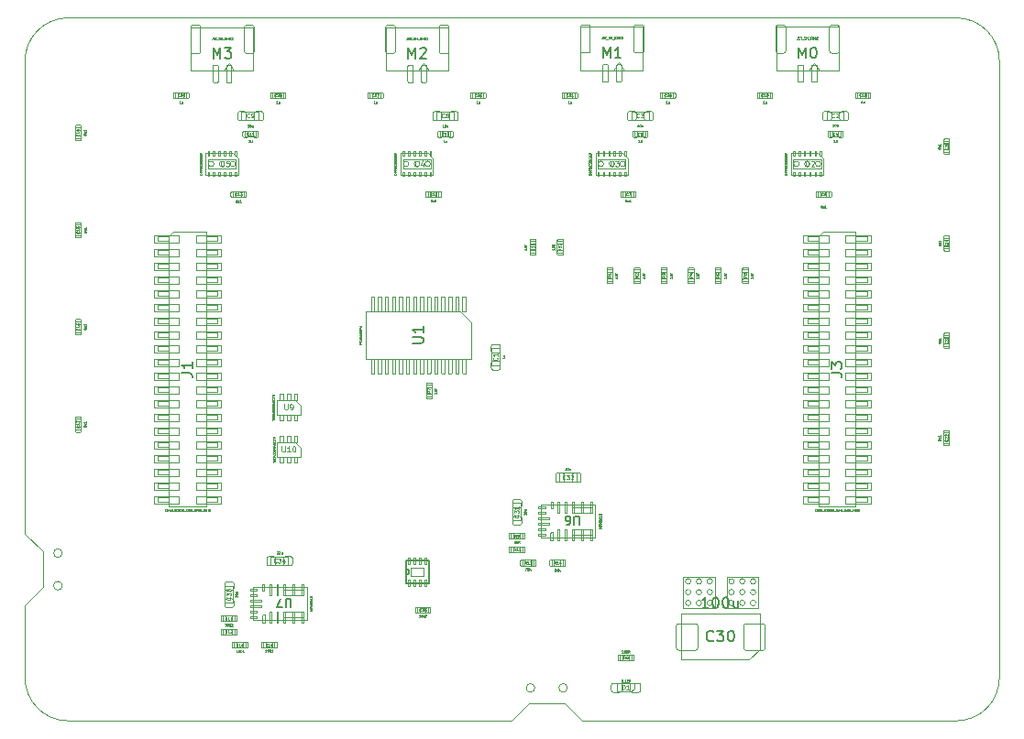
<source format=gbr>
G04 #@! TF.GenerationSoftware,KiCad,Pcbnew,(5.99.0-11031-gb4f5b6ef3c)*
G04 #@! TF.CreationDate,2021-06-15T20:59:54-04:00*
G04 #@! TF.ProjectId,FlySensei_Stack_Actuation_ECAD,466c7953-656e-4736-9569-5f537461636b,0.1*
G04 #@! TF.SameCoordinates,Original*
G04 #@! TF.FileFunction,AssemblyDrawing,Top*
%FSLAX46Y46*%
G04 Gerber Fmt 4.6, Leading zero omitted, Abs format (unit mm)*
G04 Created by KiCad (PCBNEW (5.99.0-11031-gb4f5b6ef3c)) date 2021-06-15 20:59:54*
%MOMM*%
%LPD*%
G01*
G04 APERTURE LIST*
G04 #@! TA.AperFunction,Profile*
%ADD10C,0.100000*%
G04 #@! TD*
%ADD11C,0.050000*%
%ADD12C,0.040000*%
%ADD13C,0.060000*%
%ADD14C,0.150000*%
%ADD15C,0.075000*%
%ADD16C,0.100000*%
%ADD17C,0.152400*%
%ADD18C,0.100000*%
G04 #@! TD*
G04 APERTURE END LIST*
D10*
X136550000Y-128350000D02*
X134900000Y-130000000D01*
X136550000Y-128350000D02*
X139850000Y-128350000D01*
X139850000Y-128350000D02*
X141500000Y-130000000D01*
X91650000Y-114350000D02*
X91650000Y-117650000D01*
X180000000Y-69000000D02*
X180000000Y-126000000D01*
X180000000Y-69000000D02*
G75*
G03*
X176000000Y-65000000I-4000000J0D01*
G01*
X91650000Y-114350000D02*
X90000000Y-112700000D01*
X141500000Y-130000000D02*
X176000000Y-130000000D01*
X94000000Y-65000000D02*
X176000000Y-65000000D01*
X91650000Y-117650000D02*
X90000000Y-119300000D01*
X90000000Y-126000000D02*
G75*
G03*
X94000000Y-130000000I4000000J0D01*
G01*
X134900000Y-130000000D02*
X94000000Y-130000000D01*
X94000000Y-65000000D02*
G75*
G03*
X90000000Y-69000000I0J-4000000D01*
G01*
X176000000Y-130000000D02*
G75*
G03*
X180000000Y-126000000I0J4000000D01*
G01*
X90000000Y-119300000D02*
X90000000Y-126000000D01*
X90000000Y-112700000D02*
X90000000Y-69000000D01*
D11*
G04 #@! TO.C,U3*
X142290476Y-79509523D02*
X142090476Y-79509523D01*
X142090476Y-79461904D01*
X142100000Y-79433333D01*
X142119047Y-79414285D01*
X142138095Y-79404761D01*
X142176190Y-79395238D01*
X142204761Y-79395238D01*
X142242857Y-79404761D01*
X142261904Y-79414285D01*
X142280952Y-79433333D01*
X142290476Y-79461904D01*
X142290476Y-79509523D01*
X142290476Y-79195238D02*
X142195238Y-79261904D01*
X142290476Y-79309523D02*
X142090476Y-79309523D01*
X142090476Y-79233333D01*
X142100000Y-79214285D01*
X142109523Y-79204761D01*
X142128571Y-79195238D01*
X142157142Y-79195238D01*
X142176190Y-79204761D01*
X142185714Y-79214285D01*
X142195238Y-79233333D01*
X142195238Y-79309523D01*
X142090476Y-79138095D02*
X142290476Y-79071428D01*
X142090476Y-79004761D01*
X142176190Y-78909523D02*
X142166666Y-78928571D01*
X142157142Y-78938095D01*
X142138095Y-78947619D01*
X142128571Y-78947619D01*
X142109523Y-78938095D01*
X142100000Y-78928571D01*
X142090476Y-78909523D01*
X142090476Y-78871428D01*
X142100000Y-78852380D01*
X142109523Y-78842857D01*
X142128571Y-78833333D01*
X142138095Y-78833333D01*
X142157142Y-78842857D01*
X142166666Y-78852380D01*
X142176190Y-78871428D01*
X142176190Y-78909523D01*
X142185714Y-78928571D01*
X142195238Y-78938095D01*
X142214285Y-78947619D01*
X142252380Y-78947619D01*
X142271428Y-78938095D01*
X142280952Y-78928571D01*
X142290476Y-78909523D01*
X142290476Y-78871428D01*
X142280952Y-78852380D01*
X142271428Y-78842857D01*
X142252380Y-78833333D01*
X142214285Y-78833333D01*
X142195238Y-78842857D01*
X142185714Y-78852380D01*
X142176190Y-78871428D01*
X142176190Y-78719047D02*
X142166666Y-78738095D01*
X142157142Y-78747619D01*
X142138095Y-78757142D01*
X142128571Y-78757142D01*
X142109523Y-78747619D01*
X142100000Y-78738095D01*
X142090476Y-78719047D01*
X142090476Y-78680952D01*
X142100000Y-78661904D01*
X142109523Y-78652380D01*
X142128571Y-78642857D01*
X142138095Y-78642857D01*
X142157142Y-78652380D01*
X142166666Y-78661904D01*
X142176190Y-78680952D01*
X142176190Y-78719047D01*
X142185714Y-78738095D01*
X142195238Y-78747619D01*
X142214285Y-78757142D01*
X142252380Y-78757142D01*
X142271428Y-78747619D01*
X142280952Y-78738095D01*
X142290476Y-78719047D01*
X142290476Y-78680952D01*
X142280952Y-78661904D01*
X142271428Y-78652380D01*
X142252380Y-78642857D01*
X142214285Y-78642857D01*
X142195238Y-78652380D01*
X142185714Y-78661904D01*
X142176190Y-78680952D01*
X142090476Y-78576190D02*
X142090476Y-78452380D01*
X142166666Y-78519047D01*
X142166666Y-78490476D01*
X142176190Y-78471428D01*
X142185714Y-78461904D01*
X142204761Y-78452380D01*
X142252380Y-78452380D01*
X142271428Y-78461904D01*
X142280952Y-78471428D01*
X142290476Y-78490476D01*
X142290476Y-78547619D01*
X142280952Y-78566666D01*
X142271428Y-78576190D01*
X142090476Y-78271428D02*
X142090476Y-78366666D01*
X142185714Y-78376190D01*
X142176190Y-78366666D01*
X142166666Y-78347619D01*
X142166666Y-78300000D01*
X142176190Y-78280952D01*
X142185714Y-78271428D01*
X142204761Y-78261904D01*
X142252380Y-78261904D01*
X142271428Y-78271428D01*
X142280952Y-78280952D01*
X142290476Y-78300000D01*
X142290476Y-78347619D01*
X142280952Y-78366666D01*
X142271428Y-78376190D01*
X142290476Y-78176190D02*
X142090476Y-78176190D01*
X142090476Y-78128571D01*
X142100000Y-78100000D01*
X142119047Y-78080952D01*
X142138095Y-78071428D01*
X142176190Y-78061904D01*
X142204761Y-78061904D01*
X142242857Y-78071428D01*
X142261904Y-78080952D01*
X142280952Y-78100000D01*
X142290476Y-78128571D01*
X142290476Y-78176190D01*
X142280952Y-77985714D02*
X142290476Y-77957142D01*
X142290476Y-77909523D01*
X142280952Y-77890476D01*
X142271428Y-77880952D01*
X142252380Y-77871428D01*
X142233333Y-77871428D01*
X142214285Y-77880952D01*
X142204761Y-77890476D01*
X142195238Y-77909523D01*
X142185714Y-77947619D01*
X142176190Y-77966666D01*
X142166666Y-77976190D01*
X142147619Y-77985714D01*
X142128571Y-77985714D01*
X142109523Y-77976190D01*
X142100000Y-77966666D01*
X142090476Y-77947619D01*
X142090476Y-77900000D01*
X142100000Y-77871428D01*
X142280952Y-77795238D02*
X142290476Y-77766666D01*
X142290476Y-77719047D01*
X142280952Y-77700000D01*
X142271428Y-77690476D01*
X142252380Y-77680952D01*
X142233333Y-77680952D01*
X142214285Y-77690476D01*
X142204761Y-77700000D01*
X142195238Y-77719047D01*
X142185714Y-77757142D01*
X142176190Y-77776190D01*
X142166666Y-77785714D01*
X142147619Y-77795238D01*
X142128571Y-77795238D01*
X142109523Y-77785714D01*
X142100000Y-77776190D01*
X142090476Y-77757142D01*
X142090476Y-77709523D01*
X142100000Y-77680952D01*
X142290476Y-77480952D02*
X142195238Y-77547619D01*
X142290476Y-77595238D02*
X142090476Y-77595238D01*
X142090476Y-77519047D01*
X142100000Y-77500000D01*
X142109523Y-77490476D01*
X142128571Y-77480952D01*
X142157142Y-77480952D01*
X142176190Y-77490476D01*
X142185714Y-77500000D01*
X142195238Y-77519047D01*
X142195238Y-77595238D01*
X144069047Y-78226190D02*
X144069047Y-78630952D01*
X144092857Y-78678571D01*
X144116666Y-78702380D01*
X144164285Y-78726190D01*
X144259523Y-78726190D01*
X144307142Y-78702380D01*
X144330952Y-78678571D01*
X144354761Y-78630952D01*
X144354761Y-78226190D01*
X144545238Y-78226190D02*
X144854761Y-78226190D01*
X144688095Y-78416666D01*
X144759523Y-78416666D01*
X144807142Y-78440476D01*
X144830952Y-78464285D01*
X144854761Y-78511904D01*
X144854761Y-78630952D01*
X144830952Y-78678571D01*
X144807142Y-78702380D01*
X144759523Y-78726190D01*
X144616666Y-78726190D01*
X144569047Y-78702380D01*
X144545238Y-78678571D01*
G04 #@! TO.C,C25*
X174330476Y-77070238D02*
X174330476Y-77051190D01*
X174340000Y-77032142D01*
X174349523Y-77022619D01*
X174368571Y-77013095D01*
X174406666Y-77003571D01*
X174454285Y-77003571D01*
X174492380Y-77013095D01*
X174511428Y-77022619D01*
X174520952Y-77032142D01*
X174530476Y-77051190D01*
X174530476Y-77070238D01*
X174520952Y-77089285D01*
X174511428Y-77098809D01*
X174492380Y-77108333D01*
X174454285Y-77117857D01*
X174406666Y-77117857D01*
X174368571Y-77108333D01*
X174349523Y-77098809D01*
X174340000Y-77089285D01*
X174330476Y-77070238D01*
X174397142Y-76832142D02*
X174530476Y-76832142D01*
X174397142Y-76917857D02*
X174501904Y-76917857D01*
X174520952Y-76908333D01*
X174530476Y-76889285D01*
X174530476Y-76860714D01*
X174520952Y-76841666D01*
X174511428Y-76832142D01*
X174530476Y-76632142D02*
X174530476Y-76746428D01*
X174530476Y-76689285D02*
X174330476Y-76689285D01*
X174359047Y-76708333D01*
X174378095Y-76727380D01*
X174387619Y-76746428D01*
D12*
X175189285Y-77035714D02*
X175201190Y-77047619D01*
X175213095Y-77083333D01*
X175213095Y-77107142D01*
X175201190Y-77142857D01*
X175177380Y-77166666D01*
X175153571Y-77178571D01*
X175105952Y-77190476D01*
X175070238Y-77190476D01*
X175022619Y-77178571D01*
X174998809Y-77166666D01*
X174975000Y-77142857D01*
X174963095Y-77107142D01*
X174963095Y-77083333D01*
X174975000Y-77047619D01*
X174986904Y-77035714D01*
X174986904Y-76940476D02*
X174975000Y-76928571D01*
X174963095Y-76904761D01*
X174963095Y-76845238D01*
X174975000Y-76821428D01*
X174986904Y-76809523D01*
X175010714Y-76797619D01*
X175034523Y-76797619D01*
X175070238Y-76809523D01*
X175213095Y-76952380D01*
X175213095Y-76797619D01*
X174963095Y-76571428D02*
X174963095Y-76690476D01*
X175082142Y-76702380D01*
X175070238Y-76690476D01*
X175058333Y-76666666D01*
X175058333Y-76607142D01*
X175070238Y-76583333D01*
X175082142Y-76571428D01*
X175105952Y-76559523D01*
X175165476Y-76559523D01*
X175189285Y-76571428D01*
X175201190Y-76583333D01*
X175213095Y-76607142D01*
X175213095Y-76666666D01*
X175201190Y-76690476D01*
X175189285Y-76702380D01*
D11*
G04 #@! TO.C,R6*
X157200476Y-88938095D02*
X157200476Y-89052380D01*
X157200476Y-88995238D02*
X157000476Y-88995238D01*
X157029047Y-89014285D01*
X157048095Y-89033333D01*
X157057619Y-89052380D01*
X157000476Y-88814285D02*
X157000476Y-88795238D01*
X157010000Y-88776190D01*
X157019523Y-88766666D01*
X157038571Y-88757142D01*
X157076666Y-88747619D01*
X157124285Y-88747619D01*
X157162380Y-88757142D01*
X157181428Y-88766666D01*
X157190952Y-88776190D01*
X157200476Y-88795238D01*
X157200476Y-88814285D01*
X157190952Y-88833333D01*
X157181428Y-88842857D01*
X157162380Y-88852380D01*
X157124285Y-88861904D01*
X157076666Y-88861904D01*
X157038571Y-88852380D01*
X157019523Y-88842857D01*
X157010000Y-88833333D01*
X157000476Y-88814285D01*
X157200476Y-88661904D02*
X157000476Y-88661904D01*
X157200476Y-88547619D02*
X157086190Y-88633333D01*
X157000476Y-88547619D02*
X157114761Y-88661904D01*
D12*
X156617619Y-88843333D02*
X156493809Y-88930000D01*
X156617619Y-88991904D02*
X156357619Y-88991904D01*
X156357619Y-88892857D01*
X156370000Y-88868095D01*
X156382380Y-88855714D01*
X156407142Y-88843333D01*
X156444285Y-88843333D01*
X156469047Y-88855714D01*
X156481428Y-88868095D01*
X156493809Y-88892857D01*
X156493809Y-88991904D01*
X156357619Y-88620476D02*
X156357619Y-88670000D01*
X156370000Y-88694761D01*
X156382380Y-88707142D01*
X156419523Y-88731904D01*
X156469047Y-88744285D01*
X156568095Y-88744285D01*
X156592857Y-88731904D01*
X156605238Y-88719523D01*
X156617619Y-88694761D01*
X156617619Y-88645238D01*
X156605238Y-88620476D01*
X156592857Y-88608095D01*
X156568095Y-88595714D01*
X156506190Y-88595714D01*
X156481428Y-88608095D01*
X156469047Y-88620476D01*
X156456666Y-88645238D01*
X156456666Y-88694761D01*
X156469047Y-88719523D01*
X156481428Y-88731904D01*
X156506190Y-88744285D01*
D11*
G04 #@! TO.C,R15*
X109631666Y-123645476D02*
X109517380Y-123645476D01*
X109574523Y-123645476D02*
X109574523Y-123445476D01*
X109555476Y-123474047D01*
X109536428Y-123493095D01*
X109517380Y-123502619D01*
X109755476Y-123445476D02*
X109774523Y-123445476D01*
X109793571Y-123455000D01*
X109803095Y-123464523D01*
X109812619Y-123483571D01*
X109822142Y-123521666D01*
X109822142Y-123569285D01*
X109812619Y-123607380D01*
X109803095Y-123626428D01*
X109793571Y-123635952D01*
X109774523Y-123645476D01*
X109755476Y-123645476D01*
X109736428Y-123635952D01*
X109726904Y-123626428D01*
X109717380Y-123607380D01*
X109707857Y-123569285D01*
X109707857Y-123521666D01*
X109717380Y-123483571D01*
X109726904Y-123464523D01*
X109736428Y-123455000D01*
X109755476Y-123445476D01*
X109945952Y-123445476D02*
X109965000Y-123445476D01*
X109984047Y-123455000D01*
X109993571Y-123464523D01*
X110003095Y-123483571D01*
X110012619Y-123521666D01*
X110012619Y-123569285D01*
X110003095Y-123607380D01*
X109993571Y-123626428D01*
X109984047Y-123635952D01*
X109965000Y-123645476D01*
X109945952Y-123645476D01*
X109926904Y-123635952D01*
X109917380Y-123626428D01*
X109907857Y-123607380D01*
X109898333Y-123569285D01*
X109898333Y-123521666D01*
X109907857Y-123483571D01*
X109917380Y-123464523D01*
X109926904Y-123455000D01*
X109945952Y-123445476D01*
X110098333Y-123645476D02*
X110098333Y-123445476D01*
X110212619Y-123645476D02*
X110126904Y-123531190D01*
X110212619Y-123445476D02*
X110098333Y-123559761D01*
D12*
X109657857Y-123092619D02*
X109571190Y-122968809D01*
X109509285Y-123092619D02*
X109509285Y-122832619D01*
X109608333Y-122832619D01*
X109633095Y-122845000D01*
X109645476Y-122857380D01*
X109657857Y-122882142D01*
X109657857Y-122919285D01*
X109645476Y-122944047D01*
X109633095Y-122956428D01*
X109608333Y-122968809D01*
X109509285Y-122968809D01*
X109905476Y-123092619D02*
X109756904Y-123092619D01*
X109831190Y-123092619D02*
X109831190Y-122832619D01*
X109806428Y-122869761D01*
X109781666Y-122894523D01*
X109756904Y-122906904D01*
X110140714Y-122832619D02*
X110016904Y-122832619D01*
X110004523Y-122956428D01*
X110016904Y-122944047D01*
X110041666Y-122931666D01*
X110103571Y-122931666D01*
X110128333Y-122944047D01*
X110140714Y-122956428D01*
X110153095Y-122981190D01*
X110153095Y-123043095D01*
X110140714Y-123067857D01*
X110128333Y-123080238D01*
X110103571Y-123092619D01*
X110041666Y-123092619D01*
X110016904Y-123080238D01*
X110004523Y-123067857D01*
D11*
G04 #@! TO.C,C32*
X139902142Y-106644523D02*
X139911666Y-106635000D01*
X139930714Y-106625476D01*
X139978333Y-106625476D01*
X139997380Y-106635000D01*
X140006904Y-106644523D01*
X140016428Y-106663571D01*
X140016428Y-106682619D01*
X140006904Y-106711190D01*
X139892619Y-106825476D01*
X140016428Y-106825476D01*
X140092619Y-106644523D02*
X140102142Y-106635000D01*
X140121190Y-106625476D01*
X140168809Y-106625476D01*
X140187857Y-106635000D01*
X140197380Y-106644523D01*
X140206904Y-106663571D01*
X140206904Y-106682619D01*
X140197380Y-106711190D01*
X140083095Y-106825476D01*
X140206904Y-106825476D01*
X140378333Y-106692142D02*
X140378333Y-106825476D01*
X140292619Y-106692142D02*
X140292619Y-106796904D01*
X140302142Y-106815952D01*
X140321190Y-106825476D01*
X140349761Y-106825476D01*
X140368809Y-106815952D01*
X140378333Y-106806428D01*
D13*
X139887857Y-107617857D02*
X139868809Y-107636904D01*
X139811666Y-107655952D01*
X139773571Y-107655952D01*
X139716428Y-107636904D01*
X139678333Y-107598809D01*
X139659285Y-107560714D01*
X139640238Y-107484523D01*
X139640238Y-107427380D01*
X139659285Y-107351190D01*
X139678333Y-107313095D01*
X139716428Y-107275000D01*
X139773571Y-107255952D01*
X139811666Y-107255952D01*
X139868809Y-107275000D01*
X139887857Y-107294047D01*
X140021190Y-107255952D02*
X140268809Y-107255952D01*
X140135476Y-107408333D01*
X140192619Y-107408333D01*
X140230714Y-107427380D01*
X140249761Y-107446428D01*
X140268809Y-107484523D01*
X140268809Y-107579761D01*
X140249761Y-107617857D01*
X140230714Y-107636904D01*
X140192619Y-107655952D01*
X140078333Y-107655952D01*
X140040238Y-107636904D01*
X140021190Y-107617857D01*
X140421190Y-107294047D02*
X140440238Y-107275000D01*
X140478333Y-107255952D01*
X140573571Y-107255952D01*
X140611666Y-107275000D01*
X140630714Y-107294047D01*
X140649761Y-107332142D01*
X140649761Y-107370238D01*
X140630714Y-107427380D01*
X140402142Y-107655952D01*
X140649761Y-107655952D01*
D11*
G04 #@! TO.C,C14*
X95420476Y-75795238D02*
X95420476Y-75776190D01*
X95430000Y-75757142D01*
X95439523Y-75747619D01*
X95458571Y-75738095D01*
X95496666Y-75728571D01*
X95544285Y-75728571D01*
X95582380Y-75738095D01*
X95601428Y-75747619D01*
X95610952Y-75757142D01*
X95620476Y-75776190D01*
X95620476Y-75795238D01*
X95610952Y-75814285D01*
X95601428Y-75823809D01*
X95582380Y-75833333D01*
X95544285Y-75842857D01*
X95496666Y-75842857D01*
X95458571Y-75833333D01*
X95439523Y-75823809D01*
X95430000Y-75814285D01*
X95420476Y-75795238D01*
X95487142Y-75557142D02*
X95620476Y-75557142D01*
X95487142Y-75642857D02*
X95591904Y-75642857D01*
X95610952Y-75633333D01*
X95620476Y-75614285D01*
X95620476Y-75585714D01*
X95610952Y-75566666D01*
X95601428Y-75557142D01*
X95620476Y-75357142D02*
X95620476Y-75471428D01*
X95620476Y-75414285D02*
X95420476Y-75414285D01*
X95449047Y-75433333D01*
X95468095Y-75452380D01*
X95477619Y-75471428D01*
D12*
X94989285Y-75760714D02*
X95001190Y-75772619D01*
X95013095Y-75808333D01*
X95013095Y-75832142D01*
X95001190Y-75867857D01*
X94977380Y-75891666D01*
X94953571Y-75903571D01*
X94905952Y-75915476D01*
X94870238Y-75915476D01*
X94822619Y-75903571D01*
X94798809Y-75891666D01*
X94775000Y-75867857D01*
X94763095Y-75832142D01*
X94763095Y-75808333D01*
X94775000Y-75772619D01*
X94786904Y-75760714D01*
X95013095Y-75522619D02*
X95013095Y-75665476D01*
X95013095Y-75594047D02*
X94763095Y-75594047D01*
X94798809Y-75617857D01*
X94822619Y-75641666D01*
X94834523Y-75665476D01*
X94846428Y-75308333D02*
X95013095Y-75308333D01*
X94751190Y-75367857D02*
X94929761Y-75427380D01*
X94929761Y-75272619D01*
D11*
G04 #@! TO.C,U5*
X106340476Y-79509523D02*
X106140476Y-79509523D01*
X106140476Y-79461904D01*
X106150000Y-79433333D01*
X106169047Y-79414285D01*
X106188095Y-79404761D01*
X106226190Y-79395238D01*
X106254761Y-79395238D01*
X106292857Y-79404761D01*
X106311904Y-79414285D01*
X106330952Y-79433333D01*
X106340476Y-79461904D01*
X106340476Y-79509523D01*
X106340476Y-79195238D02*
X106245238Y-79261904D01*
X106340476Y-79309523D02*
X106140476Y-79309523D01*
X106140476Y-79233333D01*
X106150000Y-79214285D01*
X106159523Y-79204761D01*
X106178571Y-79195238D01*
X106207142Y-79195238D01*
X106226190Y-79204761D01*
X106235714Y-79214285D01*
X106245238Y-79233333D01*
X106245238Y-79309523D01*
X106140476Y-79138095D02*
X106340476Y-79071428D01*
X106140476Y-79004761D01*
X106226190Y-78909523D02*
X106216666Y-78928571D01*
X106207142Y-78938095D01*
X106188095Y-78947619D01*
X106178571Y-78947619D01*
X106159523Y-78938095D01*
X106150000Y-78928571D01*
X106140476Y-78909523D01*
X106140476Y-78871428D01*
X106150000Y-78852380D01*
X106159523Y-78842857D01*
X106178571Y-78833333D01*
X106188095Y-78833333D01*
X106207142Y-78842857D01*
X106216666Y-78852380D01*
X106226190Y-78871428D01*
X106226190Y-78909523D01*
X106235714Y-78928571D01*
X106245238Y-78938095D01*
X106264285Y-78947619D01*
X106302380Y-78947619D01*
X106321428Y-78938095D01*
X106330952Y-78928571D01*
X106340476Y-78909523D01*
X106340476Y-78871428D01*
X106330952Y-78852380D01*
X106321428Y-78842857D01*
X106302380Y-78833333D01*
X106264285Y-78833333D01*
X106245238Y-78842857D01*
X106235714Y-78852380D01*
X106226190Y-78871428D01*
X106226190Y-78719047D02*
X106216666Y-78738095D01*
X106207142Y-78747619D01*
X106188095Y-78757142D01*
X106178571Y-78757142D01*
X106159523Y-78747619D01*
X106150000Y-78738095D01*
X106140476Y-78719047D01*
X106140476Y-78680952D01*
X106150000Y-78661904D01*
X106159523Y-78652380D01*
X106178571Y-78642857D01*
X106188095Y-78642857D01*
X106207142Y-78652380D01*
X106216666Y-78661904D01*
X106226190Y-78680952D01*
X106226190Y-78719047D01*
X106235714Y-78738095D01*
X106245238Y-78747619D01*
X106264285Y-78757142D01*
X106302380Y-78757142D01*
X106321428Y-78747619D01*
X106330952Y-78738095D01*
X106340476Y-78719047D01*
X106340476Y-78680952D01*
X106330952Y-78661904D01*
X106321428Y-78652380D01*
X106302380Y-78642857D01*
X106264285Y-78642857D01*
X106245238Y-78652380D01*
X106235714Y-78661904D01*
X106226190Y-78680952D01*
X106140476Y-78576190D02*
X106140476Y-78452380D01*
X106216666Y-78519047D01*
X106216666Y-78490476D01*
X106226190Y-78471428D01*
X106235714Y-78461904D01*
X106254761Y-78452380D01*
X106302380Y-78452380D01*
X106321428Y-78461904D01*
X106330952Y-78471428D01*
X106340476Y-78490476D01*
X106340476Y-78547619D01*
X106330952Y-78566666D01*
X106321428Y-78576190D01*
X106140476Y-78271428D02*
X106140476Y-78366666D01*
X106235714Y-78376190D01*
X106226190Y-78366666D01*
X106216666Y-78347619D01*
X106216666Y-78300000D01*
X106226190Y-78280952D01*
X106235714Y-78271428D01*
X106254761Y-78261904D01*
X106302380Y-78261904D01*
X106321428Y-78271428D01*
X106330952Y-78280952D01*
X106340476Y-78300000D01*
X106340476Y-78347619D01*
X106330952Y-78366666D01*
X106321428Y-78376190D01*
X106340476Y-78176190D02*
X106140476Y-78176190D01*
X106140476Y-78128571D01*
X106150000Y-78100000D01*
X106169047Y-78080952D01*
X106188095Y-78071428D01*
X106226190Y-78061904D01*
X106254761Y-78061904D01*
X106292857Y-78071428D01*
X106311904Y-78080952D01*
X106330952Y-78100000D01*
X106340476Y-78128571D01*
X106340476Y-78176190D01*
X106330952Y-77985714D02*
X106340476Y-77957142D01*
X106340476Y-77909523D01*
X106330952Y-77890476D01*
X106321428Y-77880952D01*
X106302380Y-77871428D01*
X106283333Y-77871428D01*
X106264285Y-77880952D01*
X106254761Y-77890476D01*
X106245238Y-77909523D01*
X106235714Y-77947619D01*
X106226190Y-77966666D01*
X106216666Y-77976190D01*
X106197619Y-77985714D01*
X106178571Y-77985714D01*
X106159523Y-77976190D01*
X106150000Y-77966666D01*
X106140476Y-77947619D01*
X106140476Y-77900000D01*
X106150000Y-77871428D01*
X106330952Y-77795238D02*
X106340476Y-77766666D01*
X106340476Y-77719047D01*
X106330952Y-77700000D01*
X106321428Y-77690476D01*
X106302380Y-77680952D01*
X106283333Y-77680952D01*
X106264285Y-77690476D01*
X106254761Y-77700000D01*
X106245238Y-77719047D01*
X106235714Y-77757142D01*
X106226190Y-77776190D01*
X106216666Y-77785714D01*
X106197619Y-77795238D01*
X106178571Y-77795238D01*
X106159523Y-77785714D01*
X106150000Y-77776190D01*
X106140476Y-77757142D01*
X106140476Y-77709523D01*
X106150000Y-77680952D01*
X106340476Y-77480952D02*
X106245238Y-77547619D01*
X106340476Y-77595238D02*
X106140476Y-77595238D01*
X106140476Y-77519047D01*
X106150000Y-77500000D01*
X106159523Y-77490476D01*
X106178571Y-77480952D01*
X106207142Y-77480952D01*
X106226190Y-77490476D01*
X106235714Y-77500000D01*
X106245238Y-77519047D01*
X106245238Y-77595238D01*
X108069047Y-78226190D02*
X108069047Y-78630952D01*
X108092857Y-78678571D01*
X108116666Y-78702380D01*
X108164285Y-78726190D01*
X108259523Y-78726190D01*
X108307142Y-78702380D01*
X108330952Y-78678571D01*
X108354761Y-78630952D01*
X108354761Y-78226190D01*
X108830952Y-78226190D02*
X108592857Y-78226190D01*
X108569047Y-78464285D01*
X108592857Y-78440476D01*
X108640476Y-78416666D01*
X108759523Y-78416666D01*
X108807142Y-78440476D01*
X108830952Y-78464285D01*
X108854761Y-78511904D01*
X108854761Y-78630952D01*
X108830952Y-78678571D01*
X108807142Y-78702380D01*
X108759523Y-78726190D01*
X108640476Y-78726190D01*
X108592857Y-78702380D01*
X108569047Y-78678571D01*
G04 #@! TO.C,C21*
X140266666Y-72890476D02*
X140152380Y-72890476D01*
X140209523Y-72890476D02*
X140209523Y-72690476D01*
X140190476Y-72719047D01*
X140171428Y-72738095D01*
X140152380Y-72747619D01*
X140438095Y-72757142D02*
X140438095Y-72890476D01*
X140352380Y-72757142D02*
X140352380Y-72861904D01*
X140361904Y-72880952D01*
X140380952Y-72890476D01*
X140409523Y-72890476D01*
X140428571Y-72880952D01*
X140438095Y-72871428D01*
D12*
X140139285Y-72239285D02*
X140127380Y-72251190D01*
X140091666Y-72263095D01*
X140067857Y-72263095D01*
X140032142Y-72251190D01*
X140008333Y-72227380D01*
X139996428Y-72203571D01*
X139984523Y-72155952D01*
X139984523Y-72120238D01*
X139996428Y-72072619D01*
X140008333Y-72048809D01*
X140032142Y-72025000D01*
X140067857Y-72013095D01*
X140091666Y-72013095D01*
X140127380Y-72025000D01*
X140139285Y-72036904D01*
X140234523Y-72036904D02*
X140246428Y-72025000D01*
X140270238Y-72013095D01*
X140329761Y-72013095D01*
X140353571Y-72025000D01*
X140365476Y-72036904D01*
X140377380Y-72060714D01*
X140377380Y-72084523D01*
X140365476Y-72120238D01*
X140222619Y-72263095D01*
X140377380Y-72263095D01*
X140615476Y-72263095D02*
X140472619Y-72263095D01*
X140544047Y-72263095D02*
X140544047Y-72013095D01*
X140520238Y-72048809D01*
X140496428Y-72072619D01*
X140472619Y-72084523D01*
D11*
G04 #@! TO.C,C19*
X158266666Y-72900476D02*
X158152380Y-72900476D01*
X158209523Y-72900476D02*
X158209523Y-72700476D01*
X158190476Y-72729047D01*
X158171428Y-72748095D01*
X158152380Y-72757619D01*
X158438095Y-72767142D02*
X158438095Y-72900476D01*
X158352380Y-72767142D02*
X158352380Y-72871904D01*
X158361904Y-72890952D01*
X158380952Y-72900476D01*
X158409523Y-72900476D01*
X158428571Y-72890952D01*
X158438095Y-72881428D01*
D12*
X158139285Y-72239285D02*
X158127380Y-72251190D01*
X158091666Y-72263095D01*
X158067857Y-72263095D01*
X158032142Y-72251190D01*
X158008333Y-72227380D01*
X157996428Y-72203571D01*
X157984523Y-72155952D01*
X157984523Y-72120238D01*
X157996428Y-72072619D01*
X158008333Y-72048809D01*
X158032142Y-72025000D01*
X158067857Y-72013095D01*
X158091666Y-72013095D01*
X158127380Y-72025000D01*
X158139285Y-72036904D01*
X158377380Y-72263095D02*
X158234523Y-72263095D01*
X158305952Y-72263095D02*
X158305952Y-72013095D01*
X158282142Y-72048809D01*
X158258333Y-72072619D01*
X158234523Y-72084523D01*
X158496428Y-72263095D02*
X158544047Y-72263095D01*
X158567857Y-72251190D01*
X158579761Y-72239285D01*
X158603571Y-72203571D01*
X158615476Y-72155952D01*
X158615476Y-72060714D01*
X158603571Y-72036904D01*
X158591666Y-72025000D01*
X158567857Y-72013095D01*
X158520238Y-72013095D01*
X158496428Y-72025000D01*
X158484523Y-72036904D01*
X158472619Y-72060714D01*
X158472619Y-72120238D01*
X158484523Y-72144047D01*
X158496428Y-72155952D01*
X158520238Y-72167857D01*
X158567857Y-72167857D01*
X158591666Y-72155952D01*
X158603571Y-72144047D01*
X158615476Y-72120238D01*
D11*
G04 #@! TO.C,C8*
X128671428Y-75080476D02*
X128557142Y-75080476D01*
X128614285Y-75080476D02*
X128614285Y-74880476D01*
X128595238Y-74909047D01*
X128576190Y-74928095D01*
X128557142Y-74937619D01*
X128795238Y-74880476D02*
X128814285Y-74880476D01*
X128833333Y-74890000D01*
X128842857Y-74899523D01*
X128852380Y-74918571D01*
X128861904Y-74956666D01*
X128861904Y-75004285D01*
X128852380Y-75042380D01*
X128842857Y-75061428D01*
X128833333Y-75070952D01*
X128814285Y-75080476D01*
X128795238Y-75080476D01*
X128776190Y-75070952D01*
X128766666Y-75061428D01*
X128757142Y-75042380D01*
X128747619Y-75004285D01*
X128747619Y-74956666D01*
X128757142Y-74918571D01*
X128766666Y-74899523D01*
X128776190Y-74890000D01*
X128795238Y-74880476D01*
X129033333Y-74947142D02*
X129033333Y-75080476D01*
X128947619Y-74947142D02*
X128947619Y-75051904D01*
X128957142Y-75070952D01*
X128976190Y-75080476D01*
X129004761Y-75080476D01*
X129023809Y-75070952D01*
X129033333Y-75061428D01*
D13*
X128733333Y-74192857D02*
X128714285Y-74211904D01*
X128657142Y-74230952D01*
X128619047Y-74230952D01*
X128561904Y-74211904D01*
X128523809Y-74173809D01*
X128504761Y-74135714D01*
X128485714Y-74059523D01*
X128485714Y-74002380D01*
X128504761Y-73926190D01*
X128523809Y-73888095D01*
X128561904Y-73850000D01*
X128619047Y-73830952D01*
X128657142Y-73830952D01*
X128714285Y-73850000D01*
X128733333Y-73869047D01*
X128961904Y-74002380D02*
X128923809Y-73983333D01*
X128904761Y-73964285D01*
X128885714Y-73926190D01*
X128885714Y-73907142D01*
X128904761Y-73869047D01*
X128923809Y-73850000D01*
X128961904Y-73830952D01*
X129038095Y-73830952D01*
X129076190Y-73850000D01*
X129095238Y-73869047D01*
X129114285Y-73907142D01*
X129114285Y-73926190D01*
X129095238Y-73964285D01*
X129076190Y-73983333D01*
X129038095Y-74002380D01*
X128961904Y-74002380D01*
X128923809Y-74021428D01*
X128904761Y-74040476D01*
X128885714Y-74078571D01*
X128885714Y-74154761D01*
X128904761Y-74192857D01*
X128923809Y-74211904D01*
X128961904Y-74230952D01*
X129038095Y-74230952D01*
X129076190Y-74211904D01*
X129095238Y-74192857D01*
X129114285Y-74154761D01*
X129114285Y-74078571D01*
X129095238Y-74040476D01*
X129076190Y-74021428D01*
X129038095Y-74002380D01*
D11*
G04 #@! TO.C,U2*
X160382976Y-79509523D02*
X160182976Y-79509523D01*
X160182976Y-79461904D01*
X160192500Y-79433333D01*
X160211547Y-79414285D01*
X160230595Y-79404761D01*
X160268690Y-79395238D01*
X160297261Y-79395238D01*
X160335357Y-79404761D01*
X160354404Y-79414285D01*
X160373452Y-79433333D01*
X160382976Y-79461904D01*
X160382976Y-79509523D01*
X160382976Y-79195238D02*
X160287738Y-79261904D01*
X160382976Y-79309523D02*
X160182976Y-79309523D01*
X160182976Y-79233333D01*
X160192500Y-79214285D01*
X160202023Y-79204761D01*
X160221071Y-79195238D01*
X160249642Y-79195238D01*
X160268690Y-79204761D01*
X160278214Y-79214285D01*
X160287738Y-79233333D01*
X160287738Y-79309523D01*
X160182976Y-79138095D02*
X160382976Y-79071428D01*
X160182976Y-79004761D01*
X160268690Y-78909523D02*
X160259166Y-78928571D01*
X160249642Y-78938095D01*
X160230595Y-78947619D01*
X160221071Y-78947619D01*
X160202023Y-78938095D01*
X160192500Y-78928571D01*
X160182976Y-78909523D01*
X160182976Y-78871428D01*
X160192500Y-78852380D01*
X160202023Y-78842857D01*
X160221071Y-78833333D01*
X160230595Y-78833333D01*
X160249642Y-78842857D01*
X160259166Y-78852380D01*
X160268690Y-78871428D01*
X160268690Y-78909523D01*
X160278214Y-78928571D01*
X160287738Y-78938095D01*
X160306785Y-78947619D01*
X160344880Y-78947619D01*
X160363928Y-78938095D01*
X160373452Y-78928571D01*
X160382976Y-78909523D01*
X160382976Y-78871428D01*
X160373452Y-78852380D01*
X160363928Y-78842857D01*
X160344880Y-78833333D01*
X160306785Y-78833333D01*
X160287738Y-78842857D01*
X160278214Y-78852380D01*
X160268690Y-78871428D01*
X160268690Y-78719047D02*
X160259166Y-78738095D01*
X160249642Y-78747619D01*
X160230595Y-78757142D01*
X160221071Y-78757142D01*
X160202023Y-78747619D01*
X160192500Y-78738095D01*
X160182976Y-78719047D01*
X160182976Y-78680952D01*
X160192500Y-78661904D01*
X160202023Y-78652380D01*
X160221071Y-78642857D01*
X160230595Y-78642857D01*
X160249642Y-78652380D01*
X160259166Y-78661904D01*
X160268690Y-78680952D01*
X160268690Y-78719047D01*
X160278214Y-78738095D01*
X160287738Y-78747619D01*
X160306785Y-78757142D01*
X160344880Y-78757142D01*
X160363928Y-78747619D01*
X160373452Y-78738095D01*
X160382976Y-78719047D01*
X160382976Y-78680952D01*
X160373452Y-78661904D01*
X160363928Y-78652380D01*
X160344880Y-78642857D01*
X160306785Y-78642857D01*
X160287738Y-78652380D01*
X160278214Y-78661904D01*
X160268690Y-78680952D01*
X160182976Y-78576190D02*
X160182976Y-78452380D01*
X160259166Y-78519047D01*
X160259166Y-78490476D01*
X160268690Y-78471428D01*
X160278214Y-78461904D01*
X160297261Y-78452380D01*
X160344880Y-78452380D01*
X160363928Y-78461904D01*
X160373452Y-78471428D01*
X160382976Y-78490476D01*
X160382976Y-78547619D01*
X160373452Y-78566666D01*
X160363928Y-78576190D01*
X160182976Y-78271428D02*
X160182976Y-78366666D01*
X160278214Y-78376190D01*
X160268690Y-78366666D01*
X160259166Y-78347619D01*
X160259166Y-78300000D01*
X160268690Y-78280952D01*
X160278214Y-78271428D01*
X160297261Y-78261904D01*
X160344880Y-78261904D01*
X160363928Y-78271428D01*
X160373452Y-78280952D01*
X160382976Y-78300000D01*
X160382976Y-78347619D01*
X160373452Y-78366666D01*
X160363928Y-78376190D01*
X160382976Y-78176190D02*
X160182976Y-78176190D01*
X160182976Y-78128571D01*
X160192500Y-78100000D01*
X160211547Y-78080952D01*
X160230595Y-78071428D01*
X160268690Y-78061904D01*
X160297261Y-78061904D01*
X160335357Y-78071428D01*
X160354404Y-78080952D01*
X160373452Y-78100000D01*
X160382976Y-78128571D01*
X160382976Y-78176190D01*
X160373452Y-77985714D02*
X160382976Y-77957142D01*
X160382976Y-77909523D01*
X160373452Y-77890476D01*
X160363928Y-77880952D01*
X160344880Y-77871428D01*
X160325833Y-77871428D01*
X160306785Y-77880952D01*
X160297261Y-77890476D01*
X160287738Y-77909523D01*
X160278214Y-77947619D01*
X160268690Y-77966666D01*
X160259166Y-77976190D01*
X160240119Y-77985714D01*
X160221071Y-77985714D01*
X160202023Y-77976190D01*
X160192500Y-77966666D01*
X160182976Y-77947619D01*
X160182976Y-77900000D01*
X160192500Y-77871428D01*
X160373452Y-77795238D02*
X160382976Y-77766666D01*
X160382976Y-77719047D01*
X160373452Y-77700000D01*
X160363928Y-77690476D01*
X160344880Y-77680952D01*
X160325833Y-77680952D01*
X160306785Y-77690476D01*
X160297261Y-77700000D01*
X160287738Y-77719047D01*
X160278214Y-77757142D01*
X160268690Y-77776190D01*
X160259166Y-77785714D01*
X160240119Y-77795238D01*
X160221071Y-77795238D01*
X160202023Y-77785714D01*
X160192500Y-77776190D01*
X160182976Y-77757142D01*
X160182976Y-77709523D01*
X160192500Y-77680952D01*
X160382976Y-77480952D02*
X160287738Y-77547619D01*
X160382976Y-77595238D02*
X160182976Y-77595238D01*
X160182976Y-77519047D01*
X160192500Y-77500000D01*
X160202023Y-77490476D01*
X160221071Y-77480952D01*
X160249642Y-77480952D01*
X160268690Y-77490476D01*
X160278214Y-77500000D01*
X160287738Y-77519047D01*
X160287738Y-77595238D01*
X162119047Y-78226190D02*
X162119047Y-78630952D01*
X162142857Y-78678571D01*
X162166666Y-78702380D01*
X162214285Y-78726190D01*
X162309523Y-78726190D01*
X162357142Y-78702380D01*
X162380952Y-78678571D01*
X162404761Y-78630952D01*
X162404761Y-78226190D01*
X162619047Y-78273809D02*
X162642857Y-78250000D01*
X162690476Y-78226190D01*
X162809523Y-78226190D01*
X162857142Y-78250000D01*
X162880952Y-78273809D01*
X162904761Y-78321428D01*
X162904761Y-78369047D01*
X162880952Y-78440476D01*
X162595238Y-78726190D01*
X162904761Y-78726190D01*
G04 #@! TO.C,R8*
X145132380Y-123509523D02*
X145141904Y-123500000D01*
X145160952Y-123490476D01*
X145208571Y-123490476D01*
X145227619Y-123500000D01*
X145237142Y-123509523D01*
X145246666Y-123528571D01*
X145246666Y-123547619D01*
X145237142Y-123576190D01*
X145122857Y-123690476D01*
X145246666Y-123690476D01*
X145322857Y-123509523D02*
X145332380Y-123500000D01*
X145351428Y-123490476D01*
X145399047Y-123490476D01*
X145418095Y-123500000D01*
X145427619Y-123509523D01*
X145437142Y-123528571D01*
X145437142Y-123547619D01*
X145427619Y-123576190D01*
X145313333Y-123690476D01*
X145437142Y-123690476D01*
X145560952Y-123490476D02*
X145580000Y-123490476D01*
X145599047Y-123500000D01*
X145608571Y-123509523D01*
X145618095Y-123528571D01*
X145627619Y-123566666D01*
X145627619Y-123614285D01*
X145618095Y-123652380D01*
X145608571Y-123671428D01*
X145599047Y-123680952D01*
X145580000Y-123690476D01*
X145560952Y-123690476D01*
X145541904Y-123680952D01*
X145532380Y-123671428D01*
X145522857Y-123652380D01*
X145513333Y-123614285D01*
X145513333Y-123566666D01*
X145522857Y-123528571D01*
X145532380Y-123509523D01*
X145541904Y-123500000D01*
X145560952Y-123490476D01*
X145827619Y-123690476D02*
X145760952Y-123595238D01*
X145713333Y-123690476D02*
X145713333Y-123490476D01*
X145789523Y-123490476D01*
X145808571Y-123500000D01*
X145818095Y-123509523D01*
X145827619Y-123528571D01*
X145827619Y-123557142D01*
X145818095Y-123576190D01*
X145808571Y-123585714D01*
X145789523Y-123595238D01*
X145713333Y-123595238D01*
D12*
X145436666Y-124267619D02*
X145350000Y-124143809D01*
X145288095Y-124267619D02*
X145288095Y-124007619D01*
X145387142Y-124007619D01*
X145411904Y-124020000D01*
X145424285Y-124032380D01*
X145436666Y-124057142D01*
X145436666Y-124094285D01*
X145424285Y-124119047D01*
X145411904Y-124131428D01*
X145387142Y-124143809D01*
X145288095Y-124143809D01*
X145585238Y-124119047D02*
X145560476Y-124106666D01*
X145548095Y-124094285D01*
X145535714Y-124069523D01*
X145535714Y-124057142D01*
X145548095Y-124032380D01*
X145560476Y-124020000D01*
X145585238Y-124007619D01*
X145634761Y-124007619D01*
X145659523Y-124020000D01*
X145671904Y-124032380D01*
X145684285Y-124057142D01*
X145684285Y-124069523D01*
X145671904Y-124094285D01*
X145659523Y-124106666D01*
X145634761Y-124119047D01*
X145585238Y-124119047D01*
X145560476Y-124131428D01*
X145548095Y-124143809D01*
X145535714Y-124168571D01*
X145535714Y-124218095D01*
X145548095Y-124242857D01*
X145560476Y-124255238D01*
X145585238Y-124267619D01*
X145634761Y-124267619D01*
X145659523Y-124255238D01*
X145671904Y-124242857D01*
X145684285Y-124218095D01*
X145684285Y-124168571D01*
X145671904Y-124143809D01*
X145659523Y-124131428D01*
X145634761Y-124119047D01*
D11*
G04 #@! TO.C,R16*
X112291666Y-123605476D02*
X112177380Y-123605476D01*
X112234523Y-123605476D02*
X112234523Y-123405476D01*
X112215476Y-123434047D01*
X112196428Y-123453095D01*
X112177380Y-123462619D01*
X112386904Y-123605476D02*
X112425000Y-123605476D01*
X112444047Y-123595952D01*
X112453571Y-123586428D01*
X112472619Y-123557857D01*
X112482142Y-123519761D01*
X112482142Y-123443571D01*
X112472619Y-123424523D01*
X112463095Y-123415000D01*
X112444047Y-123405476D01*
X112405952Y-123405476D01*
X112386904Y-123415000D01*
X112377380Y-123424523D01*
X112367857Y-123443571D01*
X112367857Y-123491190D01*
X112377380Y-123510238D01*
X112386904Y-123519761D01*
X112405952Y-123529285D01*
X112444047Y-123529285D01*
X112463095Y-123519761D01*
X112472619Y-123510238D01*
X112482142Y-123491190D01*
X112567857Y-123605476D02*
X112567857Y-123405476D01*
X112682142Y-123605476D02*
X112596428Y-123491190D01*
X112682142Y-123405476D02*
X112567857Y-123519761D01*
X112872619Y-123605476D02*
X112758333Y-123605476D01*
X112815476Y-123605476D02*
X112815476Y-123405476D01*
X112796428Y-123434047D01*
X112777380Y-123453095D01*
X112758333Y-123462619D01*
D12*
X112357857Y-123092619D02*
X112271190Y-122968809D01*
X112209285Y-123092619D02*
X112209285Y-122832619D01*
X112308333Y-122832619D01*
X112333095Y-122845000D01*
X112345476Y-122857380D01*
X112357857Y-122882142D01*
X112357857Y-122919285D01*
X112345476Y-122944047D01*
X112333095Y-122956428D01*
X112308333Y-122968809D01*
X112209285Y-122968809D01*
X112605476Y-123092619D02*
X112456904Y-123092619D01*
X112531190Y-123092619D02*
X112531190Y-122832619D01*
X112506428Y-122869761D01*
X112481666Y-122894523D01*
X112456904Y-122906904D01*
X112828333Y-122832619D02*
X112778809Y-122832619D01*
X112754047Y-122845000D01*
X112741666Y-122857380D01*
X112716904Y-122894523D01*
X112704523Y-122944047D01*
X112704523Y-123043095D01*
X112716904Y-123067857D01*
X112729285Y-123080238D01*
X112754047Y-123092619D01*
X112803571Y-123092619D01*
X112828333Y-123080238D01*
X112840714Y-123067857D01*
X112853095Y-123043095D01*
X112853095Y-122981190D01*
X112840714Y-122956428D01*
X112828333Y-122944047D01*
X112803571Y-122931666D01*
X112754047Y-122931666D01*
X112729285Y-122944047D01*
X112716904Y-122956428D01*
X112704523Y-122981190D01*
D11*
G04 #@! TO.C,C29*
X104366666Y-72900476D02*
X104252380Y-72900476D01*
X104309523Y-72900476D02*
X104309523Y-72700476D01*
X104290476Y-72729047D01*
X104271428Y-72748095D01*
X104252380Y-72757619D01*
X104538095Y-72767142D02*
X104538095Y-72900476D01*
X104452380Y-72767142D02*
X104452380Y-72871904D01*
X104461904Y-72890952D01*
X104480952Y-72900476D01*
X104509523Y-72900476D01*
X104528571Y-72890952D01*
X104538095Y-72881428D01*
D12*
X104239285Y-72239285D02*
X104227380Y-72251190D01*
X104191666Y-72263095D01*
X104167857Y-72263095D01*
X104132142Y-72251190D01*
X104108333Y-72227380D01*
X104096428Y-72203571D01*
X104084523Y-72155952D01*
X104084523Y-72120238D01*
X104096428Y-72072619D01*
X104108333Y-72048809D01*
X104132142Y-72025000D01*
X104167857Y-72013095D01*
X104191666Y-72013095D01*
X104227380Y-72025000D01*
X104239285Y-72036904D01*
X104334523Y-72036904D02*
X104346428Y-72025000D01*
X104370238Y-72013095D01*
X104429761Y-72013095D01*
X104453571Y-72025000D01*
X104465476Y-72036904D01*
X104477380Y-72060714D01*
X104477380Y-72084523D01*
X104465476Y-72120238D01*
X104322619Y-72263095D01*
X104477380Y-72263095D01*
X104596428Y-72263095D02*
X104644047Y-72263095D01*
X104667857Y-72251190D01*
X104679761Y-72239285D01*
X104703571Y-72203571D01*
X104715476Y-72155952D01*
X104715476Y-72060714D01*
X104703571Y-72036904D01*
X104691666Y-72025000D01*
X104667857Y-72013095D01*
X104620238Y-72013095D01*
X104596428Y-72025000D01*
X104584523Y-72036904D01*
X104572619Y-72060714D01*
X104572619Y-72120238D01*
X104584523Y-72144047D01*
X104596428Y-72155952D01*
X104620238Y-72167857D01*
X104667857Y-72167857D01*
X104691666Y-72155952D01*
X104703571Y-72144047D01*
X104715476Y-72120238D01*
D11*
G04 #@! TO.C,R3*
X149760476Y-88938095D02*
X149760476Y-89052380D01*
X149760476Y-88995238D02*
X149560476Y-88995238D01*
X149589047Y-89014285D01*
X149608095Y-89033333D01*
X149617619Y-89052380D01*
X149560476Y-88814285D02*
X149560476Y-88795238D01*
X149570000Y-88776190D01*
X149579523Y-88766666D01*
X149598571Y-88757142D01*
X149636666Y-88747619D01*
X149684285Y-88747619D01*
X149722380Y-88757142D01*
X149741428Y-88766666D01*
X149750952Y-88776190D01*
X149760476Y-88795238D01*
X149760476Y-88814285D01*
X149750952Y-88833333D01*
X149741428Y-88842857D01*
X149722380Y-88852380D01*
X149684285Y-88861904D01*
X149636666Y-88861904D01*
X149598571Y-88852380D01*
X149579523Y-88842857D01*
X149570000Y-88833333D01*
X149560476Y-88814285D01*
X149760476Y-88661904D02*
X149560476Y-88661904D01*
X149760476Y-88547619D02*
X149646190Y-88633333D01*
X149560476Y-88547619D02*
X149674761Y-88661904D01*
D12*
X149117619Y-88843333D02*
X148993809Y-88930000D01*
X149117619Y-88991904D02*
X148857619Y-88991904D01*
X148857619Y-88892857D01*
X148870000Y-88868095D01*
X148882380Y-88855714D01*
X148907142Y-88843333D01*
X148944285Y-88843333D01*
X148969047Y-88855714D01*
X148981428Y-88868095D01*
X148993809Y-88892857D01*
X148993809Y-88991904D01*
X148857619Y-88756666D02*
X148857619Y-88595714D01*
X148956666Y-88682380D01*
X148956666Y-88645238D01*
X148969047Y-88620476D01*
X148981428Y-88608095D01*
X149006190Y-88595714D01*
X149068095Y-88595714D01*
X149092857Y-88608095D01*
X149105238Y-88620476D01*
X149117619Y-88645238D01*
X149117619Y-88719523D01*
X149105238Y-88744285D01*
X149092857Y-88756666D01*
D11*
G04 #@! TO.C,C3*
X146671428Y-75070476D02*
X146557142Y-75070476D01*
X146614285Y-75070476D02*
X146614285Y-74870476D01*
X146595238Y-74899047D01*
X146576190Y-74918095D01*
X146557142Y-74927619D01*
X146795238Y-74870476D02*
X146814285Y-74870476D01*
X146833333Y-74880000D01*
X146842857Y-74889523D01*
X146852380Y-74908571D01*
X146861904Y-74946666D01*
X146861904Y-74994285D01*
X146852380Y-75032380D01*
X146842857Y-75051428D01*
X146833333Y-75060952D01*
X146814285Y-75070476D01*
X146795238Y-75070476D01*
X146776190Y-75060952D01*
X146766666Y-75051428D01*
X146757142Y-75032380D01*
X146747619Y-74994285D01*
X146747619Y-74946666D01*
X146757142Y-74908571D01*
X146766666Y-74889523D01*
X146776190Y-74880000D01*
X146795238Y-74870476D01*
X147033333Y-74937142D02*
X147033333Y-75070476D01*
X146947619Y-74937142D02*
X146947619Y-75041904D01*
X146957142Y-75060952D01*
X146976190Y-75070476D01*
X147004761Y-75070476D01*
X147023809Y-75060952D01*
X147033333Y-75051428D01*
D13*
X146733333Y-74192857D02*
X146714285Y-74211904D01*
X146657142Y-74230952D01*
X146619047Y-74230952D01*
X146561904Y-74211904D01*
X146523809Y-74173809D01*
X146504761Y-74135714D01*
X146485714Y-74059523D01*
X146485714Y-74002380D01*
X146504761Y-73926190D01*
X146523809Y-73888095D01*
X146561904Y-73850000D01*
X146619047Y-73830952D01*
X146657142Y-73830952D01*
X146714285Y-73850000D01*
X146733333Y-73869047D01*
X146866666Y-73830952D02*
X147114285Y-73830952D01*
X146980952Y-73983333D01*
X147038095Y-73983333D01*
X147076190Y-74002380D01*
X147095238Y-74021428D01*
X147114285Y-74059523D01*
X147114285Y-74154761D01*
X147095238Y-74192857D01*
X147076190Y-74211904D01*
X147038095Y-74230952D01*
X146923809Y-74230952D01*
X146885714Y-74211904D01*
X146866666Y-74192857D01*
D11*
G04 #@! TO.C,M3*
X107304761Y-66790476D02*
X107304761Y-66933333D01*
X107295238Y-66961904D01*
X107276190Y-66980952D01*
X107247619Y-66990476D01*
X107228571Y-66990476D01*
X107390476Y-66980952D02*
X107419047Y-66990476D01*
X107466666Y-66990476D01*
X107485714Y-66980952D01*
X107495238Y-66971428D01*
X107504761Y-66952380D01*
X107504761Y-66933333D01*
X107495238Y-66914285D01*
X107485714Y-66904761D01*
X107466666Y-66895238D01*
X107428571Y-66885714D01*
X107409523Y-66876190D01*
X107400000Y-66866666D01*
X107390476Y-66847619D01*
X107390476Y-66828571D01*
X107400000Y-66809523D01*
X107409523Y-66800000D01*
X107428571Y-66790476D01*
X107476190Y-66790476D01*
X107504761Y-66800000D01*
X107561904Y-66790476D02*
X107676190Y-66790476D01*
X107619047Y-66990476D02*
X107619047Y-66790476D01*
X107695238Y-67009523D02*
X107847619Y-67009523D01*
X107885714Y-66980952D02*
X107914285Y-66990476D01*
X107961904Y-66990476D01*
X107980952Y-66980952D01*
X107990476Y-66971428D01*
X108000000Y-66952380D01*
X108000000Y-66933333D01*
X107990476Y-66914285D01*
X107980952Y-66904761D01*
X107961904Y-66895238D01*
X107923809Y-66885714D01*
X107904761Y-66876190D01*
X107895238Y-66866666D01*
X107885714Y-66847619D01*
X107885714Y-66828571D01*
X107895238Y-66809523D01*
X107904761Y-66800000D01*
X107923809Y-66790476D01*
X107971428Y-66790476D01*
X108000000Y-66800000D01*
X108085714Y-66990476D02*
X108085714Y-66790476D01*
X108085714Y-66885714D02*
X108200000Y-66885714D01*
X108200000Y-66990476D02*
X108200000Y-66790476D01*
X108247619Y-67009523D02*
X108400000Y-67009523D01*
X108438095Y-66980952D02*
X108466666Y-66990476D01*
X108514285Y-66990476D01*
X108533333Y-66980952D01*
X108542857Y-66971428D01*
X108552380Y-66952380D01*
X108552380Y-66933333D01*
X108542857Y-66914285D01*
X108533333Y-66904761D01*
X108514285Y-66895238D01*
X108476190Y-66885714D01*
X108457142Y-66876190D01*
X108447619Y-66866666D01*
X108438095Y-66847619D01*
X108438095Y-66828571D01*
X108447619Y-66809523D01*
X108457142Y-66800000D01*
X108476190Y-66790476D01*
X108523809Y-66790476D01*
X108552380Y-66800000D01*
X108638095Y-66990476D02*
X108638095Y-66790476D01*
X108704761Y-66933333D01*
X108771428Y-66790476D01*
X108771428Y-66990476D01*
X108904761Y-66790476D02*
X108923809Y-66790476D01*
X108942857Y-66800000D01*
X108952380Y-66809523D01*
X108961904Y-66828571D01*
X108971428Y-66866666D01*
X108971428Y-66914285D01*
X108961904Y-66952380D01*
X108952380Y-66971428D01*
X108942857Y-66980952D01*
X108923809Y-66990476D01*
X108904761Y-66990476D01*
X108885714Y-66980952D01*
X108876190Y-66971428D01*
X108866666Y-66952380D01*
X108857142Y-66914285D01*
X108857142Y-66866666D01*
X108866666Y-66828571D01*
X108876190Y-66809523D01*
X108885714Y-66800000D01*
X108904761Y-66790476D01*
X109047619Y-66809523D02*
X109057142Y-66800000D01*
X109076190Y-66790476D01*
X109123809Y-66790476D01*
X109142857Y-66800000D01*
X109152380Y-66809523D01*
X109161904Y-66828571D01*
X109161904Y-66847619D01*
X109152380Y-66876190D01*
X109038095Y-66990476D01*
X109161904Y-66990476D01*
D14*
X107390476Y-68752380D02*
X107390476Y-67752380D01*
X107723809Y-68466666D01*
X108057142Y-67752380D01*
X108057142Y-68752380D01*
X108438095Y-67752380D02*
X109057142Y-67752380D01*
X108723809Y-68133333D01*
X108866666Y-68133333D01*
X108961904Y-68180952D01*
X109009523Y-68228571D01*
X109057142Y-68323809D01*
X109057142Y-68561904D01*
X109009523Y-68657142D01*
X108961904Y-68704761D01*
X108866666Y-68752380D01*
X108580952Y-68752380D01*
X108485714Y-68704761D01*
X108438095Y-68657142D01*
D11*
G04 #@! TO.C,C24*
X174360476Y-86020237D02*
X174360476Y-86001189D01*
X174370000Y-85982141D01*
X174379523Y-85972618D01*
X174398571Y-85963094D01*
X174436666Y-85953570D01*
X174484285Y-85953570D01*
X174522380Y-85963094D01*
X174541428Y-85972618D01*
X174550952Y-85982141D01*
X174560476Y-86001189D01*
X174560476Y-86020237D01*
X174550952Y-86039284D01*
X174541428Y-86048808D01*
X174522380Y-86058332D01*
X174484285Y-86067856D01*
X174436666Y-86067856D01*
X174398571Y-86058332D01*
X174379523Y-86048808D01*
X174370000Y-86039284D01*
X174360476Y-86020237D01*
X174427142Y-85782141D02*
X174560476Y-85782141D01*
X174427142Y-85867856D02*
X174531904Y-85867856D01*
X174550952Y-85858332D01*
X174560476Y-85839284D01*
X174560476Y-85810713D01*
X174550952Y-85791665D01*
X174541428Y-85782141D01*
X174560476Y-85582141D02*
X174560476Y-85696427D01*
X174560476Y-85639284D02*
X174360476Y-85639284D01*
X174389047Y-85658332D01*
X174408095Y-85677379D01*
X174417619Y-85696427D01*
D12*
X175189285Y-85985713D02*
X175201190Y-85997618D01*
X175213095Y-86033332D01*
X175213095Y-86057141D01*
X175201190Y-86092856D01*
X175177380Y-86116665D01*
X175153571Y-86128570D01*
X175105952Y-86140475D01*
X175070238Y-86140475D01*
X175022619Y-86128570D01*
X174998809Y-86116665D01*
X174975000Y-86092856D01*
X174963095Y-86057141D01*
X174963095Y-86033332D01*
X174975000Y-85997618D01*
X174986904Y-85985713D01*
X174986904Y-85890475D02*
X174975000Y-85878570D01*
X174963095Y-85854760D01*
X174963095Y-85795237D01*
X174975000Y-85771427D01*
X174986904Y-85759522D01*
X175010714Y-85747618D01*
X175034523Y-85747618D01*
X175070238Y-85759522D01*
X175213095Y-85902379D01*
X175213095Y-85747618D01*
X175046428Y-85533332D02*
X175213095Y-85533332D01*
X174951190Y-85592856D02*
X175129761Y-85652379D01*
X175129761Y-85497618D01*
D11*
G04 #@! TO.C,M2*
X125304761Y-66790476D02*
X125304761Y-66933333D01*
X125295238Y-66961904D01*
X125276190Y-66980952D01*
X125247619Y-66990476D01*
X125228571Y-66990476D01*
X125390476Y-66980952D02*
X125419047Y-66990476D01*
X125466666Y-66990476D01*
X125485714Y-66980952D01*
X125495238Y-66971428D01*
X125504761Y-66952380D01*
X125504761Y-66933333D01*
X125495238Y-66914285D01*
X125485714Y-66904761D01*
X125466666Y-66895238D01*
X125428571Y-66885714D01*
X125409523Y-66876190D01*
X125400000Y-66866666D01*
X125390476Y-66847619D01*
X125390476Y-66828571D01*
X125400000Y-66809523D01*
X125409523Y-66800000D01*
X125428571Y-66790476D01*
X125476190Y-66790476D01*
X125504761Y-66800000D01*
X125561904Y-66790476D02*
X125676190Y-66790476D01*
X125619047Y-66990476D02*
X125619047Y-66790476D01*
X125695238Y-67009523D02*
X125847619Y-67009523D01*
X125885714Y-66980952D02*
X125914285Y-66990476D01*
X125961904Y-66990476D01*
X125980952Y-66980952D01*
X125990476Y-66971428D01*
X126000000Y-66952380D01*
X126000000Y-66933333D01*
X125990476Y-66914285D01*
X125980952Y-66904761D01*
X125961904Y-66895238D01*
X125923809Y-66885714D01*
X125904761Y-66876190D01*
X125895238Y-66866666D01*
X125885714Y-66847619D01*
X125885714Y-66828571D01*
X125895238Y-66809523D01*
X125904761Y-66800000D01*
X125923809Y-66790476D01*
X125971428Y-66790476D01*
X126000000Y-66800000D01*
X126085714Y-66990476D02*
X126085714Y-66790476D01*
X126085714Y-66885714D02*
X126200000Y-66885714D01*
X126200000Y-66990476D02*
X126200000Y-66790476D01*
X126247619Y-67009523D02*
X126400000Y-67009523D01*
X126438095Y-66980952D02*
X126466666Y-66990476D01*
X126514285Y-66990476D01*
X126533333Y-66980952D01*
X126542857Y-66971428D01*
X126552380Y-66952380D01*
X126552380Y-66933333D01*
X126542857Y-66914285D01*
X126533333Y-66904761D01*
X126514285Y-66895238D01*
X126476190Y-66885714D01*
X126457142Y-66876190D01*
X126447619Y-66866666D01*
X126438095Y-66847619D01*
X126438095Y-66828571D01*
X126447619Y-66809523D01*
X126457142Y-66800000D01*
X126476190Y-66790476D01*
X126523809Y-66790476D01*
X126552380Y-66800000D01*
X126638095Y-66990476D02*
X126638095Y-66790476D01*
X126704761Y-66933333D01*
X126771428Y-66790476D01*
X126771428Y-66990476D01*
X126904761Y-66790476D02*
X126923809Y-66790476D01*
X126942857Y-66800000D01*
X126952380Y-66809523D01*
X126961904Y-66828571D01*
X126971428Y-66866666D01*
X126971428Y-66914285D01*
X126961904Y-66952380D01*
X126952380Y-66971428D01*
X126942857Y-66980952D01*
X126923809Y-66990476D01*
X126904761Y-66990476D01*
X126885714Y-66980952D01*
X126876190Y-66971428D01*
X126866666Y-66952380D01*
X126857142Y-66914285D01*
X126857142Y-66866666D01*
X126866666Y-66828571D01*
X126876190Y-66809523D01*
X126885714Y-66800000D01*
X126904761Y-66790476D01*
X127047619Y-66809523D02*
X127057142Y-66800000D01*
X127076190Y-66790476D01*
X127123809Y-66790476D01*
X127142857Y-66800000D01*
X127152380Y-66809523D01*
X127161904Y-66828571D01*
X127161904Y-66847619D01*
X127152380Y-66876190D01*
X127038095Y-66990476D01*
X127161904Y-66990476D01*
D14*
X125390476Y-68752380D02*
X125390476Y-67752380D01*
X125723809Y-68466666D01*
X126057142Y-67752380D01*
X126057142Y-68752380D01*
X126485714Y-67847619D02*
X126533333Y-67800000D01*
X126628571Y-67752380D01*
X126866666Y-67752380D01*
X126961904Y-67800000D01*
X127009523Y-67847619D01*
X127057142Y-67942857D01*
X127057142Y-68038095D01*
X127009523Y-68180952D01*
X126438095Y-68752380D01*
X127057142Y-68752380D01*
D11*
G04 #@! TO.C,R4*
X152200476Y-88938095D02*
X152200476Y-89052380D01*
X152200476Y-88995238D02*
X152000476Y-88995238D01*
X152029047Y-89014285D01*
X152048095Y-89033333D01*
X152057619Y-89052380D01*
X152000476Y-88814285D02*
X152000476Y-88795238D01*
X152010000Y-88776190D01*
X152019523Y-88766666D01*
X152038571Y-88757142D01*
X152076666Y-88747619D01*
X152124285Y-88747619D01*
X152162380Y-88757142D01*
X152181428Y-88766666D01*
X152190952Y-88776190D01*
X152200476Y-88795238D01*
X152200476Y-88814285D01*
X152190952Y-88833333D01*
X152181428Y-88842857D01*
X152162380Y-88852380D01*
X152124285Y-88861904D01*
X152076666Y-88861904D01*
X152038571Y-88852380D01*
X152019523Y-88842857D01*
X152010000Y-88833333D01*
X152000476Y-88814285D01*
X152200476Y-88661904D02*
X152000476Y-88661904D01*
X152200476Y-88547619D02*
X152086190Y-88633333D01*
X152000476Y-88547619D02*
X152114761Y-88661904D01*
D12*
X151617619Y-88843333D02*
X151493809Y-88930000D01*
X151617619Y-88991904D02*
X151357619Y-88991904D01*
X151357619Y-88892857D01*
X151370000Y-88868095D01*
X151382380Y-88855714D01*
X151407142Y-88843333D01*
X151444285Y-88843333D01*
X151469047Y-88855714D01*
X151481428Y-88868095D01*
X151493809Y-88892857D01*
X151493809Y-88991904D01*
X151444285Y-88620476D02*
X151617619Y-88620476D01*
X151345238Y-88682380D02*
X151530952Y-88744285D01*
X151530952Y-88583333D01*
D11*
G04 #@! TO.C,C6*
X163554761Y-82350476D02*
X163573809Y-82350476D01*
X163592857Y-82360000D01*
X163602380Y-82369523D01*
X163611904Y-82388571D01*
X163621428Y-82426666D01*
X163621428Y-82474285D01*
X163611904Y-82512380D01*
X163602380Y-82531428D01*
X163592857Y-82540952D01*
X163573809Y-82550476D01*
X163554761Y-82550476D01*
X163535714Y-82540952D01*
X163526190Y-82531428D01*
X163516666Y-82512380D01*
X163507142Y-82474285D01*
X163507142Y-82426666D01*
X163516666Y-82388571D01*
X163526190Y-82369523D01*
X163535714Y-82360000D01*
X163554761Y-82350476D01*
X163792857Y-82417142D02*
X163792857Y-82550476D01*
X163707142Y-82417142D02*
X163707142Y-82521904D01*
X163716666Y-82540952D01*
X163735714Y-82550476D01*
X163764285Y-82550476D01*
X163783333Y-82540952D01*
X163792857Y-82531428D01*
X163992857Y-82550476D02*
X163878571Y-82550476D01*
X163935714Y-82550476D02*
X163935714Y-82350476D01*
X163916666Y-82379047D01*
X163897619Y-82398095D01*
X163878571Y-82407619D01*
D12*
X163708333Y-81389285D02*
X163696428Y-81401190D01*
X163660714Y-81413095D01*
X163636904Y-81413095D01*
X163601190Y-81401190D01*
X163577380Y-81377380D01*
X163565476Y-81353571D01*
X163553571Y-81305952D01*
X163553571Y-81270238D01*
X163565476Y-81222619D01*
X163577380Y-81198809D01*
X163601190Y-81175000D01*
X163636904Y-81163095D01*
X163660714Y-81163095D01*
X163696428Y-81175000D01*
X163708333Y-81186904D01*
X163922619Y-81163095D02*
X163875000Y-81163095D01*
X163851190Y-81175000D01*
X163839285Y-81186904D01*
X163815476Y-81222619D01*
X163803571Y-81270238D01*
X163803571Y-81365476D01*
X163815476Y-81389285D01*
X163827380Y-81401190D01*
X163851190Y-81413095D01*
X163898809Y-81413095D01*
X163922619Y-81401190D01*
X163934523Y-81389285D01*
X163946428Y-81365476D01*
X163946428Y-81305952D01*
X163934523Y-81282142D01*
X163922619Y-81270238D01*
X163898809Y-81258333D01*
X163851190Y-81258333D01*
X163827380Y-81270238D01*
X163815476Y-81282142D01*
X163803571Y-81305952D01*
D11*
G04 #@! TO.C,C10*
X128766666Y-76490476D02*
X128652380Y-76490476D01*
X128709523Y-76490476D02*
X128709523Y-76290476D01*
X128690476Y-76319047D01*
X128671428Y-76338095D01*
X128652380Y-76347619D01*
X128938095Y-76357142D02*
X128938095Y-76490476D01*
X128852380Y-76357142D02*
X128852380Y-76461904D01*
X128861904Y-76480952D01*
X128880952Y-76490476D01*
X128909523Y-76490476D01*
X128928571Y-76480952D01*
X128938095Y-76471428D01*
D12*
X128639285Y-75839285D02*
X128627380Y-75851190D01*
X128591666Y-75863095D01*
X128567857Y-75863095D01*
X128532142Y-75851190D01*
X128508333Y-75827380D01*
X128496428Y-75803571D01*
X128484523Y-75755952D01*
X128484523Y-75720238D01*
X128496428Y-75672619D01*
X128508333Y-75648809D01*
X128532142Y-75625000D01*
X128567857Y-75613095D01*
X128591666Y-75613095D01*
X128627380Y-75625000D01*
X128639285Y-75636904D01*
X128877380Y-75863095D02*
X128734523Y-75863095D01*
X128805952Y-75863095D02*
X128805952Y-75613095D01*
X128782142Y-75648809D01*
X128758333Y-75672619D01*
X128734523Y-75684523D01*
X129032142Y-75613095D02*
X129055952Y-75613095D01*
X129079761Y-75625000D01*
X129091666Y-75636904D01*
X129103571Y-75660714D01*
X129115476Y-75708333D01*
X129115476Y-75767857D01*
X129103571Y-75815476D01*
X129091666Y-75839285D01*
X129079761Y-75851190D01*
X129055952Y-75863095D01*
X129032142Y-75863095D01*
X129008333Y-75851190D01*
X128996428Y-75839285D01*
X128984523Y-75815476D01*
X128972619Y-75767857D01*
X128972619Y-75708333D01*
X128984523Y-75660714D01*
X128996428Y-75636904D01*
X129008333Y-75625000D01*
X129032142Y-75613095D01*
D11*
G04 #@! TO.C,C2*
X164696428Y-75030476D02*
X164582142Y-75030476D01*
X164639285Y-75030476D02*
X164639285Y-74830476D01*
X164620238Y-74859047D01*
X164601190Y-74878095D01*
X164582142Y-74887619D01*
X164820238Y-74830476D02*
X164839285Y-74830476D01*
X164858333Y-74840000D01*
X164867857Y-74849523D01*
X164877380Y-74868571D01*
X164886904Y-74906666D01*
X164886904Y-74954285D01*
X164877380Y-74992380D01*
X164867857Y-75011428D01*
X164858333Y-75020952D01*
X164839285Y-75030476D01*
X164820238Y-75030476D01*
X164801190Y-75020952D01*
X164791666Y-75011428D01*
X164782142Y-74992380D01*
X164772619Y-74954285D01*
X164772619Y-74906666D01*
X164782142Y-74868571D01*
X164791666Y-74849523D01*
X164801190Y-74840000D01*
X164820238Y-74830476D01*
X165058333Y-74897142D02*
X165058333Y-75030476D01*
X164972619Y-74897142D02*
X164972619Y-75001904D01*
X164982142Y-75020952D01*
X165001190Y-75030476D01*
X165029761Y-75030476D01*
X165048809Y-75020952D01*
X165058333Y-75011428D01*
D13*
X164758333Y-74192857D02*
X164739285Y-74211904D01*
X164682142Y-74230952D01*
X164644047Y-74230952D01*
X164586904Y-74211904D01*
X164548809Y-74173809D01*
X164529761Y-74135714D01*
X164510714Y-74059523D01*
X164510714Y-74002380D01*
X164529761Y-73926190D01*
X164548809Y-73888095D01*
X164586904Y-73850000D01*
X164644047Y-73830952D01*
X164682142Y-73830952D01*
X164739285Y-73850000D01*
X164758333Y-73869047D01*
X164910714Y-73869047D02*
X164929761Y-73850000D01*
X164967857Y-73830952D01*
X165063095Y-73830952D01*
X165101190Y-73850000D01*
X165120238Y-73869047D01*
X165139285Y-73907142D01*
X165139285Y-73945238D01*
X165120238Y-74002380D01*
X164891666Y-74230952D01*
X165139285Y-74230952D01*
D11*
G04 #@! TO.C,C33*
X109605476Y-118428571D02*
X109605476Y-118542857D01*
X109605476Y-118485714D02*
X109405476Y-118485714D01*
X109434047Y-118504761D01*
X109453095Y-118523809D01*
X109462619Y-118542857D01*
X109405476Y-118304761D02*
X109405476Y-118285714D01*
X109415000Y-118266666D01*
X109424523Y-118257142D01*
X109443571Y-118247619D01*
X109481666Y-118238095D01*
X109529285Y-118238095D01*
X109567380Y-118247619D01*
X109586428Y-118257142D01*
X109595952Y-118266666D01*
X109605476Y-118285714D01*
X109605476Y-118304761D01*
X109595952Y-118323809D01*
X109586428Y-118333333D01*
X109567380Y-118342857D01*
X109529285Y-118352380D01*
X109481666Y-118352380D01*
X109443571Y-118342857D01*
X109424523Y-118333333D01*
X109415000Y-118323809D01*
X109405476Y-118304761D01*
X109472142Y-118066666D02*
X109605476Y-118066666D01*
X109472142Y-118152380D02*
X109576904Y-118152380D01*
X109595952Y-118142857D01*
X109605476Y-118123809D01*
X109605476Y-118095238D01*
X109595952Y-118076190D01*
X109586428Y-118066666D01*
D13*
X108967857Y-118557142D02*
X108986904Y-118576190D01*
X109005952Y-118633333D01*
X109005952Y-118671428D01*
X108986904Y-118728571D01*
X108948809Y-118766666D01*
X108910714Y-118785714D01*
X108834523Y-118804761D01*
X108777380Y-118804761D01*
X108701190Y-118785714D01*
X108663095Y-118766666D01*
X108625000Y-118728571D01*
X108605952Y-118671428D01*
X108605952Y-118633333D01*
X108625000Y-118576190D01*
X108644047Y-118557142D01*
X108605952Y-118423809D02*
X108605952Y-118176190D01*
X108758333Y-118309523D01*
X108758333Y-118252380D01*
X108777380Y-118214285D01*
X108796428Y-118195238D01*
X108834523Y-118176190D01*
X108929761Y-118176190D01*
X108967857Y-118195238D01*
X108986904Y-118214285D01*
X109005952Y-118252380D01*
X109005952Y-118366666D01*
X108986904Y-118404761D01*
X108967857Y-118423809D01*
X108605952Y-118042857D02*
X108605952Y-117795238D01*
X108758333Y-117928571D01*
X108758333Y-117871428D01*
X108777380Y-117833333D01*
X108796428Y-117814285D01*
X108834523Y-117795238D01*
X108929761Y-117795238D01*
X108967857Y-117814285D01*
X108986904Y-117833333D01*
X109005952Y-117871428D01*
X109005952Y-117985714D01*
X108986904Y-118023809D01*
X108967857Y-118042857D01*
D11*
G04 #@! TO.C,C17*
X95420476Y-102770238D02*
X95420476Y-102751190D01*
X95430000Y-102732142D01*
X95439523Y-102722619D01*
X95458571Y-102713095D01*
X95496666Y-102703571D01*
X95544285Y-102703571D01*
X95582380Y-102713095D01*
X95601428Y-102722619D01*
X95610952Y-102732142D01*
X95620476Y-102751190D01*
X95620476Y-102770238D01*
X95610952Y-102789285D01*
X95601428Y-102798809D01*
X95582380Y-102808333D01*
X95544285Y-102817857D01*
X95496666Y-102817857D01*
X95458571Y-102808333D01*
X95439523Y-102798809D01*
X95430000Y-102789285D01*
X95420476Y-102770238D01*
X95487142Y-102532142D02*
X95620476Y-102532142D01*
X95487142Y-102617857D02*
X95591904Y-102617857D01*
X95610952Y-102608333D01*
X95620476Y-102589285D01*
X95620476Y-102560714D01*
X95610952Y-102541666D01*
X95601428Y-102532142D01*
X95620476Y-102332142D02*
X95620476Y-102446428D01*
X95620476Y-102389285D02*
X95420476Y-102389285D01*
X95449047Y-102408333D01*
X95468095Y-102427380D01*
X95477619Y-102446428D01*
D12*
X94989285Y-102735714D02*
X95001190Y-102747619D01*
X95013095Y-102783333D01*
X95013095Y-102807142D01*
X95001190Y-102842857D01*
X94977380Y-102866666D01*
X94953571Y-102878571D01*
X94905952Y-102890476D01*
X94870238Y-102890476D01*
X94822619Y-102878571D01*
X94798809Y-102866666D01*
X94775000Y-102842857D01*
X94763095Y-102807142D01*
X94763095Y-102783333D01*
X94775000Y-102747619D01*
X94786904Y-102735714D01*
X95013095Y-102497619D02*
X95013095Y-102640476D01*
X95013095Y-102569047D02*
X94763095Y-102569047D01*
X94798809Y-102592857D01*
X94822619Y-102616666D01*
X94834523Y-102640476D01*
X94763095Y-102414285D02*
X94763095Y-102247619D01*
X95013095Y-102354761D01*
D11*
G04 #@! TO.C,R1*
X144710476Y-88938095D02*
X144710476Y-89052380D01*
X144710476Y-88995238D02*
X144510476Y-88995238D01*
X144539047Y-89014285D01*
X144558095Y-89033333D01*
X144567619Y-89052380D01*
X144510476Y-88814285D02*
X144510476Y-88795238D01*
X144520000Y-88776190D01*
X144529523Y-88766666D01*
X144548571Y-88757142D01*
X144586666Y-88747619D01*
X144634285Y-88747619D01*
X144672380Y-88757142D01*
X144691428Y-88766666D01*
X144700952Y-88776190D01*
X144710476Y-88795238D01*
X144710476Y-88814285D01*
X144700952Y-88833333D01*
X144691428Y-88842857D01*
X144672380Y-88852380D01*
X144634285Y-88861904D01*
X144586666Y-88861904D01*
X144548571Y-88852380D01*
X144529523Y-88842857D01*
X144520000Y-88833333D01*
X144510476Y-88814285D01*
X144710476Y-88661904D02*
X144510476Y-88661904D01*
X144710476Y-88547619D02*
X144596190Y-88633333D01*
X144510476Y-88547619D02*
X144624761Y-88661904D01*
D12*
X144117619Y-88843333D02*
X143993809Y-88930000D01*
X144117619Y-88991904D02*
X143857619Y-88991904D01*
X143857619Y-88892857D01*
X143870000Y-88868095D01*
X143882380Y-88855714D01*
X143907142Y-88843333D01*
X143944285Y-88843333D01*
X143969047Y-88855714D01*
X143981428Y-88868095D01*
X143993809Y-88892857D01*
X143993809Y-88991904D01*
X144117619Y-88595714D02*
X144117619Y-88744285D01*
X144117619Y-88670000D02*
X143857619Y-88670000D01*
X143894761Y-88694761D01*
X143919523Y-88719523D01*
X143931904Y-88744285D01*
D11*
G04 #@! TO.C,U1*
X121090476Y-95158332D02*
X120890476Y-95158332D01*
X120890476Y-95082141D01*
X120900000Y-95063094D01*
X120909523Y-95053570D01*
X120928571Y-95044046D01*
X120957142Y-95044046D01*
X120976190Y-95053570D01*
X120985714Y-95063094D01*
X120995238Y-95082141D01*
X120995238Y-95158332D01*
X121071428Y-94844046D02*
X121080952Y-94853570D01*
X121090476Y-94882141D01*
X121090476Y-94901189D01*
X121080952Y-94929760D01*
X121061904Y-94948808D01*
X121042857Y-94958332D01*
X121004761Y-94967856D01*
X120976190Y-94967856D01*
X120938095Y-94958332D01*
X120919047Y-94948808D01*
X120900000Y-94929760D01*
X120890476Y-94901189D01*
X120890476Y-94882141D01*
X120900000Y-94853570D01*
X120909523Y-94844046D01*
X121033333Y-94767856D02*
X121033333Y-94672618D01*
X121090476Y-94786903D02*
X120890476Y-94720237D01*
X121090476Y-94653570D01*
X121090476Y-94577379D02*
X121090476Y-94539284D01*
X121080952Y-94520237D01*
X121071428Y-94510713D01*
X121042857Y-94491665D01*
X121004761Y-94482141D01*
X120928571Y-94482141D01*
X120909523Y-94491665D01*
X120900000Y-94501189D01*
X120890476Y-94520237D01*
X120890476Y-94558332D01*
X120900000Y-94577379D01*
X120909523Y-94586903D01*
X120928571Y-94596427D01*
X120976190Y-94596427D01*
X120995238Y-94586903D01*
X121004761Y-94577379D01*
X121014285Y-94558332D01*
X121014285Y-94520237D01*
X121004761Y-94501189D01*
X120995238Y-94491665D01*
X120976190Y-94482141D01*
X120890476Y-94310713D02*
X120890476Y-94348808D01*
X120900000Y-94367856D01*
X120909523Y-94377379D01*
X120938095Y-94396427D01*
X120976190Y-94405951D01*
X121052380Y-94405951D01*
X121071428Y-94396427D01*
X121080952Y-94386903D01*
X121090476Y-94367856D01*
X121090476Y-94329760D01*
X121080952Y-94310713D01*
X121071428Y-94301189D01*
X121052380Y-94291665D01*
X121004761Y-94291665D01*
X120985714Y-94301189D01*
X120976190Y-94310713D01*
X120966666Y-94329760D01*
X120966666Y-94367856D01*
X120976190Y-94386903D01*
X120985714Y-94396427D01*
X121004761Y-94405951D01*
X120976190Y-94177379D02*
X120966666Y-94196427D01*
X120957142Y-94205951D01*
X120938095Y-94215475D01*
X120928571Y-94215475D01*
X120909523Y-94205951D01*
X120900000Y-94196427D01*
X120890476Y-94177379D01*
X120890476Y-94139284D01*
X120900000Y-94120237D01*
X120909523Y-94110713D01*
X120928571Y-94101189D01*
X120938095Y-94101189D01*
X120957142Y-94110713D01*
X120966666Y-94120237D01*
X120976190Y-94139284D01*
X120976190Y-94177379D01*
X120985714Y-94196427D01*
X120995238Y-94205951D01*
X121014285Y-94215475D01*
X121052380Y-94215475D01*
X121071428Y-94205951D01*
X121080952Y-94196427D01*
X121090476Y-94177379D01*
X121090476Y-94139284D01*
X121080952Y-94120237D01*
X121071428Y-94110713D01*
X121052380Y-94101189D01*
X121014285Y-94101189D01*
X120995238Y-94110713D01*
X120985714Y-94120237D01*
X120976190Y-94139284D01*
X120890476Y-93920237D02*
X120890476Y-94015475D01*
X120985714Y-94024999D01*
X120976190Y-94015475D01*
X120966666Y-93996427D01*
X120966666Y-93948808D01*
X120976190Y-93929760D01*
X120985714Y-93920237D01*
X121004761Y-93910713D01*
X121052380Y-93910713D01*
X121071428Y-93920237D01*
X121080952Y-93929760D01*
X121090476Y-93948808D01*
X121090476Y-93996427D01*
X121080952Y-94015475D01*
X121071428Y-94024999D01*
X121090476Y-93824999D02*
X120890476Y-93824999D01*
X120890476Y-93748808D01*
X120900000Y-93729760D01*
X120909523Y-93720237D01*
X120928571Y-93710713D01*
X120957142Y-93710713D01*
X120976190Y-93720237D01*
X120985714Y-93729760D01*
X120995238Y-93748808D01*
X120995238Y-93824999D01*
X120890476Y-93644046D02*
X121090476Y-93596427D01*
X120947619Y-93558332D01*
X121090476Y-93520237D01*
X120890476Y-93472618D01*
D14*
X125777380Y-95086903D02*
X126586904Y-95086903D01*
X126682142Y-95039284D01*
X126729761Y-94991665D01*
X126777380Y-94896427D01*
X126777380Y-94705951D01*
X126729761Y-94610713D01*
X126682142Y-94563094D01*
X126586904Y-94515475D01*
X125777380Y-94515475D01*
X126777380Y-93515475D02*
X126777380Y-94086903D01*
X126777380Y-93801189D02*
X125777380Y-93801189D01*
X125920238Y-93896427D01*
X126015476Y-93991665D01*
X126063095Y-94086903D01*
D11*
G04 #@! TO.C,C27*
X122316666Y-72890476D02*
X122202380Y-72890476D01*
X122259523Y-72890476D02*
X122259523Y-72690476D01*
X122240476Y-72719047D01*
X122221428Y-72738095D01*
X122202380Y-72747619D01*
X122488095Y-72757142D02*
X122488095Y-72890476D01*
X122402380Y-72757142D02*
X122402380Y-72861904D01*
X122411904Y-72880952D01*
X122430952Y-72890476D01*
X122459523Y-72890476D01*
X122478571Y-72880952D01*
X122488095Y-72871428D01*
D12*
X122189285Y-72239285D02*
X122177380Y-72251190D01*
X122141666Y-72263095D01*
X122117857Y-72263095D01*
X122082142Y-72251190D01*
X122058333Y-72227380D01*
X122046428Y-72203571D01*
X122034523Y-72155952D01*
X122034523Y-72120238D01*
X122046428Y-72072619D01*
X122058333Y-72048809D01*
X122082142Y-72025000D01*
X122117857Y-72013095D01*
X122141666Y-72013095D01*
X122177380Y-72025000D01*
X122189285Y-72036904D01*
X122284523Y-72036904D02*
X122296428Y-72025000D01*
X122320238Y-72013095D01*
X122379761Y-72013095D01*
X122403571Y-72025000D01*
X122415476Y-72036904D01*
X122427380Y-72060714D01*
X122427380Y-72084523D01*
X122415476Y-72120238D01*
X122272619Y-72263095D01*
X122427380Y-72263095D01*
X122510714Y-72013095D02*
X122677380Y-72013095D01*
X122570238Y-72263095D01*
D11*
G04 #@! TO.C,C35*
X126510714Y-120390476D02*
X126396428Y-120390476D01*
X126453571Y-120390476D02*
X126453571Y-120190476D01*
X126434523Y-120219047D01*
X126415476Y-120238095D01*
X126396428Y-120247619D01*
X126634523Y-120190476D02*
X126653571Y-120190476D01*
X126672619Y-120200000D01*
X126682142Y-120209523D01*
X126691666Y-120228571D01*
X126701190Y-120266666D01*
X126701190Y-120314285D01*
X126691666Y-120352380D01*
X126682142Y-120371428D01*
X126672619Y-120380952D01*
X126653571Y-120390476D01*
X126634523Y-120390476D01*
X126615476Y-120380952D01*
X126605952Y-120371428D01*
X126596428Y-120352380D01*
X126586904Y-120314285D01*
X126586904Y-120266666D01*
X126596428Y-120228571D01*
X126605952Y-120209523D01*
X126615476Y-120200000D01*
X126634523Y-120190476D01*
X126786904Y-120257142D02*
X126786904Y-120390476D01*
X126786904Y-120276190D02*
X126796428Y-120266666D01*
X126815476Y-120257142D01*
X126844047Y-120257142D01*
X126863095Y-120266666D01*
X126872619Y-120285714D01*
X126872619Y-120390476D01*
X127034523Y-120285714D02*
X126967857Y-120285714D01*
X126967857Y-120390476D02*
X126967857Y-120190476D01*
X127063095Y-120190476D01*
D12*
X126564285Y-119839285D02*
X126552380Y-119851190D01*
X126516666Y-119863095D01*
X126492857Y-119863095D01*
X126457142Y-119851190D01*
X126433333Y-119827380D01*
X126421428Y-119803571D01*
X126409523Y-119755952D01*
X126409523Y-119720238D01*
X126421428Y-119672619D01*
X126433333Y-119648809D01*
X126457142Y-119625000D01*
X126492857Y-119613095D01*
X126516666Y-119613095D01*
X126552380Y-119625000D01*
X126564285Y-119636904D01*
X126647619Y-119613095D02*
X126802380Y-119613095D01*
X126719047Y-119708333D01*
X126754761Y-119708333D01*
X126778571Y-119720238D01*
X126790476Y-119732142D01*
X126802380Y-119755952D01*
X126802380Y-119815476D01*
X126790476Y-119839285D01*
X126778571Y-119851190D01*
X126754761Y-119863095D01*
X126683333Y-119863095D01*
X126659523Y-119851190D01*
X126647619Y-119839285D01*
X127028571Y-119613095D02*
X126909523Y-119613095D01*
X126897619Y-119732142D01*
X126909523Y-119720238D01*
X126933333Y-119708333D01*
X126992857Y-119708333D01*
X127016666Y-119720238D01*
X127028571Y-119732142D01*
X127040476Y-119755952D01*
X127040476Y-119815476D01*
X127028571Y-119839285D01*
X127016666Y-119851190D01*
X126992857Y-119863095D01*
X126933333Y-119863095D01*
X126909523Y-119851190D01*
X126897619Y-119839285D01*
D11*
G04 #@! TO.C,U6*
X143210476Y-112186904D02*
X143010476Y-112186904D01*
X143153333Y-112120238D01*
X143010476Y-112053571D01*
X143210476Y-112053571D01*
X143210476Y-111958333D02*
X143010476Y-111958333D01*
X143010476Y-111882142D01*
X143020000Y-111863095D01*
X143029523Y-111853571D01*
X143048571Y-111844047D01*
X143077142Y-111844047D01*
X143096190Y-111853571D01*
X143105714Y-111863095D01*
X143115238Y-111882142D01*
X143115238Y-111958333D01*
X143210476Y-111758333D02*
X143010476Y-111758333D01*
X143153333Y-111691666D01*
X143010476Y-111625000D01*
X143210476Y-111625000D01*
X143010476Y-111548809D02*
X143010476Y-111425000D01*
X143086666Y-111491666D01*
X143086666Y-111463095D01*
X143096190Y-111444047D01*
X143105714Y-111434523D01*
X143124761Y-111425000D01*
X143172380Y-111425000D01*
X143191428Y-111434523D01*
X143200952Y-111444047D01*
X143210476Y-111463095D01*
X143210476Y-111520238D01*
X143200952Y-111539285D01*
X143191428Y-111548809D01*
X143010476Y-111253571D02*
X143010476Y-111291666D01*
X143020000Y-111310714D01*
X143029523Y-111320238D01*
X143058095Y-111339285D01*
X143096190Y-111348809D01*
X143172380Y-111348809D01*
X143191428Y-111339285D01*
X143200952Y-111329761D01*
X143210476Y-111310714D01*
X143210476Y-111272619D01*
X143200952Y-111253571D01*
X143191428Y-111244047D01*
X143172380Y-111234523D01*
X143124761Y-111234523D01*
X143105714Y-111244047D01*
X143096190Y-111253571D01*
X143086666Y-111272619D01*
X143086666Y-111310714D01*
X143096190Y-111329761D01*
X143105714Y-111339285D01*
X143124761Y-111348809D01*
X143210476Y-111044047D02*
X143210476Y-111158333D01*
X143210476Y-111101190D02*
X143010476Y-111101190D01*
X143039047Y-111120238D01*
X143058095Y-111139285D01*
X143067619Y-111158333D01*
X143010476Y-110920238D02*
X143010476Y-110901190D01*
X143020000Y-110882142D01*
X143029523Y-110872619D01*
X143048571Y-110863095D01*
X143086666Y-110853571D01*
X143134285Y-110853571D01*
X143172380Y-110863095D01*
X143191428Y-110872619D01*
X143200952Y-110882142D01*
X143210476Y-110901190D01*
X143210476Y-110920238D01*
X143200952Y-110939285D01*
X143191428Y-110948809D01*
X143172380Y-110958333D01*
X143134285Y-110967857D01*
X143086666Y-110967857D01*
X143048571Y-110958333D01*
X143029523Y-110948809D01*
X143020000Y-110939285D01*
X143010476Y-110920238D01*
D14*
X141194523Y-111863095D02*
X141194523Y-111215476D01*
X141156428Y-111139285D01*
X141118333Y-111101190D01*
X141042142Y-111063095D01*
X140889761Y-111063095D01*
X140813571Y-111101190D01*
X140775476Y-111139285D01*
X140737380Y-111215476D01*
X140737380Y-111863095D01*
X140013571Y-111863095D02*
X140165952Y-111863095D01*
X140242142Y-111825000D01*
X140280238Y-111786904D01*
X140356428Y-111672619D01*
X140394523Y-111520238D01*
X140394523Y-111215476D01*
X140356428Y-111139285D01*
X140318333Y-111101190D01*
X140242142Y-111063095D01*
X140089761Y-111063095D01*
X140013571Y-111101190D01*
X139975476Y-111139285D01*
X139937380Y-111215476D01*
X139937380Y-111405952D01*
X139975476Y-111482142D01*
X140013571Y-111520238D01*
X140089761Y-111558333D01*
X140242142Y-111558333D01*
X140318333Y-111520238D01*
X140356428Y-111482142D01*
X140394523Y-111405952D01*
D11*
G04 #@! TO.C,C11*
X110766666Y-76470476D02*
X110652380Y-76470476D01*
X110709523Y-76470476D02*
X110709523Y-76270476D01*
X110690476Y-76299047D01*
X110671428Y-76318095D01*
X110652380Y-76327619D01*
X110938095Y-76337142D02*
X110938095Y-76470476D01*
X110852380Y-76337142D02*
X110852380Y-76441904D01*
X110861904Y-76460952D01*
X110880952Y-76470476D01*
X110909523Y-76470476D01*
X110928571Y-76460952D01*
X110938095Y-76451428D01*
D12*
X110639285Y-75839285D02*
X110627380Y-75851190D01*
X110591666Y-75863095D01*
X110567857Y-75863095D01*
X110532142Y-75851190D01*
X110508333Y-75827380D01*
X110496428Y-75803571D01*
X110484523Y-75755952D01*
X110484523Y-75720238D01*
X110496428Y-75672619D01*
X110508333Y-75648809D01*
X110532142Y-75625000D01*
X110567857Y-75613095D01*
X110591666Y-75613095D01*
X110627380Y-75625000D01*
X110639285Y-75636904D01*
X110877380Y-75863095D02*
X110734523Y-75863095D01*
X110805952Y-75863095D02*
X110805952Y-75613095D01*
X110782142Y-75648809D01*
X110758333Y-75672619D01*
X110734523Y-75684523D01*
X111115476Y-75863095D02*
X110972619Y-75863095D01*
X111044047Y-75863095D02*
X111044047Y-75613095D01*
X111020238Y-75648809D01*
X110996428Y-75672619D01*
X110972619Y-75684523D01*
D11*
G04 #@! TO.C,R12*
X108457857Y-121030476D02*
X108591190Y-121030476D01*
X108505476Y-121230476D01*
X108648333Y-121030476D02*
X108772142Y-121030476D01*
X108705476Y-121106666D01*
X108734047Y-121106666D01*
X108753095Y-121116190D01*
X108762619Y-121125714D01*
X108772142Y-121144761D01*
X108772142Y-121192380D01*
X108762619Y-121211428D01*
X108753095Y-121220952D01*
X108734047Y-121230476D01*
X108676904Y-121230476D01*
X108657857Y-121220952D01*
X108648333Y-121211428D01*
X108857857Y-121230476D02*
X108857857Y-121030476D01*
X108972142Y-121230476D02*
X108886428Y-121116190D01*
X108972142Y-121030476D02*
X108857857Y-121144761D01*
X109048333Y-121049523D02*
X109057857Y-121040000D01*
X109076904Y-121030476D01*
X109124523Y-121030476D01*
X109143571Y-121040000D01*
X109153095Y-121049523D01*
X109162619Y-121068571D01*
X109162619Y-121087619D01*
X109153095Y-121116190D01*
X109038809Y-121230476D01*
X109162619Y-121230476D01*
D12*
X108647857Y-121867619D02*
X108561190Y-121743809D01*
X108499285Y-121867619D02*
X108499285Y-121607619D01*
X108598333Y-121607619D01*
X108623095Y-121620000D01*
X108635476Y-121632380D01*
X108647857Y-121657142D01*
X108647857Y-121694285D01*
X108635476Y-121719047D01*
X108623095Y-121731428D01*
X108598333Y-121743809D01*
X108499285Y-121743809D01*
X108895476Y-121867619D02*
X108746904Y-121867619D01*
X108821190Y-121867619D02*
X108821190Y-121607619D01*
X108796428Y-121644761D01*
X108771666Y-121669523D01*
X108746904Y-121681904D01*
X108994523Y-121632380D02*
X109006904Y-121620000D01*
X109031666Y-121607619D01*
X109093571Y-121607619D01*
X109118333Y-121620000D01*
X109130714Y-121632380D01*
X109143095Y-121657142D01*
X109143095Y-121681904D01*
X109130714Y-121719047D01*
X108982142Y-121867619D01*
X109143095Y-121867619D01*
D11*
G04 #@! TO.C,C22*
X174340476Y-104020238D02*
X174340476Y-104001190D01*
X174350000Y-103982142D01*
X174359523Y-103972619D01*
X174378571Y-103963095D01*
X174416666Y-103953571D01*
X174464285Y-103953571D01*
X174502380Y-103963095D01*
X174521428Y-103972619D01*
X174530952Y-103982142D01*
X174540476Y-104001190D01*
X174540476Y-104020238D01*
X174530952Y-104039285D01*
X174521428Y-104048809D01*
X174502380Y-104058333D01*
X174464285Y-104067857D01*
X174416666Y-104067857D01*
X174378571Y-104058333D01*
X174359523Y-104048809D01*
X174350000Y-104039285D01*
X174340476Y-104020238D01*
X174407142Y-103782142D02*
X174540476Y-103782142D01*
X174407142Y-103867857D02*
X174511904Y-103867857D01*
X174530952Y-103858333D01*
X174540476Y-103839285D01*
X174540476Y-103810714D01*
X174530952Y-103791666D01*
X174521428Y-103782142D01*
X174540476Y-103582142D02*
X174540476Y-103696428D01*
X174540476Y-103639285D02*
X174340476Y-103639285D01*
X174369047Y-103658333D01*
X174388095Y-103677380D01*
X174397619Y-103696428D01*
D12*
X175189285Y-103985714D02*
X175201190Y-103997619D01*
X175213095Y-104033333D01*
X175213095Y-104057142D01*
X175201190Y-104092857D01*
X175177380Y-104116666D01*
X175153571Y-104128571D01*
X175105952Y-104140476D01*
X175070238Y-104140476D01*
X175022619Y-104128571D01*
X174998809Y-104116666D01*
X174975000Y-104092857D01*
X174963095Y-104057142D01*
X174963095Y-104033333D01*
X174975000Y-103997619D01*
X174986904Y-103985714D01*
X174986904Y-103890476D02*
X174975000Y-103878571D01*
X174963095Y-103854761D01*
X174963095Y-103795238D01*
X174975000Y-103771428D01*
X174986904Y-103759523D01*
X175010714Y-103747619D01*
X175034523Y-103747619D01*
X175070238Y-103759523D01*
X175213095Y-103902380D01*
X175213095Y-103747619D01*
X174986904Y-103652380D02*
X174975000Y-103640476D01*
X174963095Y-103616666D01*
X174963095Y-103557142D01*
X174975000Y-103533333D01*
X174986904Y-103521428D01*
X175010714Y-103509523D01*
X175034523Y-103509523D01*
X175070238Y-103521428D01*
X175213095Y-103664285D01*
X175213095Y-103509523D01*
D11*
G04 #@! TO.C,C7*
X145504761Y-81820476D02*
X145523809Y-81820476D01*
X145542857Y-81830000D01*
X145552380Y-81839523D01*
X145561904Y-81858571D01*
X145571428Y-81896666D01*
X145571428Y-81944285D01*
X145561904Y-81982380D01*
X145552380Y-82001428D01*
X145542857Y-82010952D01*
X145523809Y-82020476D01*
X145504761Y-82020476D01*
X145485714Y-82010952D01*
X145476190Y-82001428D01*
X145466666Y-81982380D01*
X145457142Y-81944285D01*
X145457142Y-81896666D01*
X145466666Y-81858571D01*
X145476190Y-81839523D01*
X145485714Y-81830000D01*
X145504761Y-81820476D01*
X145742857Y-81887142D02*
X145742857Y-82020476D01*
X145657142Y-81887142D02*
X145657142Y-81991904D01*
X145666666Y-82010952D01*
X145685714Y-82020476D01*
X145714285Y-82020476D01*
X145733333Y-82010952D01*
X145742857Y-82001428D01*
X145942857Y-82020476D02*
X145828571Y-82020476D01*
X145885714Y-82020476D02*
X145885714Y-81820476D01*
X145866666Y-81849047D01*
X145847619Y-81868095D01*
X145828571Y-81877619D01*
D12*
X145658333Y-81389285D02*
X145646428Y-81401190D01*
X145610714Y-81413095D01*
X145586904Y-81413095D01*
X145551190Y-81401190D01*
X145527380Y-81377380D01*
X145515476Y-81353571D01*
X145503571Y-81305952D01*
X145503571Y-81270238D01*
X145515476Y-81222619D01*
X145527380Y-81198809D01*
X145551190Y-81175000D01*
X145586904Y-81163095D01*
X145610714Y-81163095D01*
X145646428Y-81175000D01*
X145658333Y-81186904D01*
X145741666Y-81163095D02*
X145908333Y-81163095D01*
X145801190Y-81413095D01*
D11*
G04 #@! TO.C,U4*
X124290476Y-79509523D02*
X124090476Y-79509523D01*
X124090476Y-79461904D01*
X124100000Y-79433333D01*
X124119047Y-79414285D01*
X124138095Y-79404761D01*
X124176190Y-79395238D01*
X124204761Y-79395238D01*
X124242857Y-79404761D01*
X124261904Y-79414285D01*
X124280952Y-79433333D01*
X124290476Y-79461904D01*
X124290476Y-79509523D01*
X124290476Y-79195238D02*
X124195238Y-79261904D01*
X124290476Y-79309523D02*
X124090476Y-79309523D01*
X124090476Y-79233333D01*
X124100000Y-79214285D01*
X124109523Y-79204761D01*
X124128571Y-79195238D01*
X124157142Y-79195238D01*
X124176190Y-79204761D01*
X124185714Y-79214285D01*
X124195238Y-79233333D01*
X124195238Y-79309523D01*
X124090476Y-79138095D02*
X124290476Y-79071428D01*
X124090476Y-79004761D01*
X124176190Y-78909523D02*
X124166666Y-78928571D01*
X124157142Y-78938095D01*
X124138095Y-78947619D01*
X124128571Y-78947619D01*
X124109523Y-78938095D01*
X124100000Y-78928571D01*
X124090476Y-78909523D01*
X124090476Y-78871428D01*
X124100000Y-78852380D01*
X124109523Y-78842857D01*
X124128571Y-78833333D01*
X124138095Y-78833333D01*
X124157142Y-78842857D01*
X124166666Y-78852380D01*
X124176190Y-78871428D01*
X124176190Y-78909523D01*
X124185714Y-78928571D01*
X124195238Y-78938095D01*
X124214285Y-78947619D01*
X124252380Y-78947619D01*
X124271428Y-78938095D01*
X124280952Y-78928571D01*
X124290476Y-78909523D01*
X124290476Y-78871428D01*
X124280952Y-78852380D01*
X124271428Y-78842857D01*
X124252380Y-78833333D01*
X124214285Y-78833333D01*
X124195238Y-78842857D01*
X124185714Y-78852380D01*
X124176190Y-78871428D01*
X124176190Y-78719047D02*
X124166666Y-78738095D01*
X124157142Y-78747619D01*
X124138095Y-78757142D01*
X124128571Y-78757142D01*
X124109523Y-78747619D01*
X124100000Y-78738095D01*
X124090476Y-78719047D01*
X124090476Y-78680952D01*
X124100000Y-78661904D01*
X124109523Y-78652380D01*
X124128571Y-78642857D01*
X124138095Y-78642857D01*
X124157142Y-78652380D01*
X124166666Y-78661904D01*
X124176190Y-78680952D01*
X124176190Y-78719047D01*
X124185714Y-78738095D01*
X124195238Y-78747619D01*
X124214285Y-78757142D01*
X124252380Y-78757142D01*
X124271428Y-78747619D01*
X124280952Y-78738095D01*
X124290476Y-78719047D01*
X124290476Y-78680952D01*
X124280952Y-78661904D01*
X124271428Y-78652380D01*
X124252380Y-78642857D01*
X124214285Y-78642857D01*
X124195238Y-78652380D01*
X124185714Y-78661904D01*
X124176190Y-78680952D01*
X124090476Y-78576190D02*
X124090476Y-78452380D01*
X124166666Y-78519047D01*
X124166666Y-78490476D01*
X124176190Y-78471428D01*
X124185714Y-78461904D01*
X124204761Y-78452380D01*
X124252380Y-78452380D01*
X124271428Y-78461904D01*
X124280952Y-78471428D01*
X124290476Y-78490476D01*
X124290476Y-78547619D01*
X124280952Y-78566666D01*
X124271428Y-78576190D01*
X124090476Y-78271428D02*
X124090476Y-78366666D01*
X124185714Y-78376190D01*
X124176190Y-78366666D01*
X124166666Y-78347619D01*
X124166666Y-78300000D01*
X124176190Y-78280952D01*
X124185714Y-78271428D01*
X124204761Y-78261904D01*
X124252380Y-78261904D01*
X124271428Y-78271428D01*
X124280952Y-78280952D01*
X124290476Y-78300000D01*
X124290476Y-78347619D01*
X124280952Y-78366666D01*
X124271428Y-78376190D01*
X124290476Y-78176190D02*
X124090476Y-78176190D01*
X124090476Y-78128571D01*
X124100000Y-78100000D01*
X124119047Y-78080952D01*
X124138095Y-78071428D01*
X124176190Y-78061904D01*
X124204761Y-78061904D01*
X124242857Y-78071428D01*
X124261904Y-78080952D01*
X124280952Y-78100000D01*
X124290476Y-78128571D01*
X124290476Y-78176190D01*
X124280952Y-77985714D02*
X124290476Y-77957142D01*
X124290476Y-77909523D01*
X124280952Y-77890476D01*
X124271428Y-77880952D01*
X124252380Y-77871428D01*
X124233333Y-77871428D01*
X124214285Y-77880952D01*
X124204761Y-77890476D01*
X124195238Y-77909523D01*
X124185714Y-77947619D01*
X124176190Y-77966666D01*
X124166666Y-77976190D01*
X124147619Y-77985714D01*
X124128571Y-77985714D01*
X124109523Y-77976190D01*
X124100000Y-77966666D01*
X124090476Y-77947619D01*
X124090476Y-77900000D01*
X124100000Y-77871428D01*
X124280952Y-77795238D02*
X124290476Y-77766666D01*
X124290476Y-77719047D01*
X124280952Y-77700000D01*
X124271428Y-77690476D01*
X124252380Y-77680952D01*
X124233333Y-77680952D01*
X124214285Y-77690476D01*
X124204761Y-77700000D01*
X124195238Y-77719047D01*
X124185714Y-77757142D01*
X124176190Y-77776190D01*
X124166666Y-77785714D01*
X124147619Y-77795238D01*
X124128571Y-77795238D01*
X124109523Y-77785714D01*
X124100000Y-77776190D01*
X124090476Y-77757142D01*
X124090476Y-77709523D01*
X124100000Y-77680952D01*
X124290476Y-77480952D02*
X124195238Y-77547619D01*
X124290476Y-77595238D02*
X124090476Y-77595238D01*
X124090476Y-77519047D01*
X124100000Y-77500000D01*
X124109523Y-77490476D01*
X124128571Y-77480952D01*
X124157142Y-77480952D01*
X124176190Y-77490476D01*
X124185714Y-77500000D01*
X124195238Y-77519047D01*
X124195238Y-77595238D01*
X126069047Y-78226190D02*
X126069047Y-78630952D01*
X126092857Y-78678571D01*
X126116666Y-78702380D01*
X126164285Y-78726190D01*
X126259523Y-78726190D01*
X126307142Y-78702380D01*
X126330952Y-78678571D01*
X126354761Y-78630952D01*
X126354761Y-78226190D01*
X126807142Y-78392857D02*
X126807142Y-78726190D01*
X126688095Y-78202380D02*
X126569047Y-78559523D01*
X126878571Y-78559523D01*
D14*
G04 #@! TO.C,C30*
X153105952Y-119552380D02*
X152534523Y-119552380D01*
X152820238Y-119552380D02*
X152820238Y-118552380D01*
X152725000Y-118695238D01*
X152629761Y-118790476D01*
X152534523Y-118838095D01*
X153725000Y-118552380D02*
X153820238Y-118552380D01*
X153915476Y-118600000D01*
X153963095Y-118647619D01*
X154010714Y-118742857D01*
X154058333Y-118933333D01*
X154058333Y-119171428D01*
X154010714Y-119361904D01*
X153963095Y-119457142D01*
X153915476Y-119504761D01*
X153820238Y-119552380D01*
X153725000Y-119552380D01*
X153629761Y-119504761D01*
X153582142Y-119457142D01*
X153534523Y-119361904D01*
X153486904Y-119171428D01*
X153486904Y-118933333D01*
X153534523Y-118742857D01*
X153582142Y-118647619D01*
X153629761Y-118600000D01*
X153725000Y-118552380D01*
X154677380Y-118552380D02*
X154772619Y-118552380D01*
X154867857Y-118600000D01*
X154915476Y-118647619D01*
X154963095Y-118742857D01*
X155010714Y-118933333D01*
X155010714Y-119171428D01*
X154963095Y-119361904D01*
X154915476Y-119457142D01*
X154867857Y-119504761D01*
X154772619Y-119552380D01*
X154677380Y-119552380D01*
X154582142Y-119504761D01*
X154534523Y-119457142D01*
X154486904Y-119361904D01*
X154439285Y-119171428D01*
X154439285Y-118933333D01*
X154486904Y-118742857D01*
X154534523Y-118647619D01*
X154582142Y-118600000D01*
X154677380Y-118552380D01*
X155867857Y-118885714D02*
X155867857Y-119552380D01*
X155439285Y-118885714D02*
X155439285Y-119409523D01*
X155486904Y-119504761D01*
X155582142Y-119552380D01*
X155725000Y-119552380D01*
X155820238Y-119504761D01*
X155867857Y-119457142D01*
X153582142Y-122557142D02*
X153534523Y-122604761D01*
X153391666Y-122652380D01*
X153296428Y-122652380D01*
X153153571Y-122604761D01*
X153058333Y-122509523D01*
X153010714Y-122414285D01*
X152963095Y-122223809D01*
X152963095Y-122080952D01*
X153010714Y-121890476D01*
X153058333Y-121795238D01*
X153153571Y-121700000D01*
X153296428Y-121652380D01*
X153391666Y-121652380D01*
X153534523Y-121700000D01*
X153582142Y-121747619D01*
X153915476Y-121652380D02*
X154534523Y-121652380D01*
X154201190Y-122033333D01*
X154344047Y-122033333D01*
X154439285Y-122080952D01*
X154486904Y-122128571D01*
X154534523Y-122223809D01*
X154534523Y-122461904D01*
X154486904Y-122557142D01*
X154439285Y-122604761D01*
X154344047Y-122652380D01*
X154058333Y-122652380D01*
X153963095Y-122604761D01*
X153915476Y-122557142D01*
X155153571Y-121652380D02*
X155248809Y-121652380D01*
X155344047Y-121700000D01*
X155391666Y-121747619D01*
X155439285Y-121842857D01*
X155486904Y-122033333D01*
X155486904Y-122271428D01*
X155439285Y-122461904D01*
X155391666Y-122557142D01*
X155344047Y-122604761D01*
X155248809Y-122652380D01*
X155153571Y-122652380D01*
X155058333Y-122604761D01*
X155010714Y-122557142D01*
X154963095Y-122461904D01*
X154915476Y-122271428D01*
X154915476Y-122033333D01*
X154963095Y-121842857D01*
X155010714Y-121747619D01*
X155058333Y-121700000D01*
X155153571Y-121652380D01*
D11*
G04 #@! TO.C,R13*
X136188095Y-115885476D02*
X136321428Y-115885476D01*
X136235714Y-116085476D01*
X136492857Y-115885476D02*
X136397619Y-115885476D01*
X136388095Y-115980714D01*
X136397619Y-115971190D01*
X136416666Y-115961666D01*
X136464285Y-115961666D01*
X136483333Y-115971190D01*
X136492857Y-115980714D01*
X136502380Y-115999761D01*
X136502380Y-116047380D01*
X136492857Y-116066428D01*
X136483333Y-116075952D01*
X136464285Y-116085476D01*
X136416666Y-116085476D01*
X136397619Y-116075952D01*
X136388095Y-116066428D01*
X136588095Y-116085476D02*
X136588095Y-115885476D01*
X136702380Y-116085476D02*
X136616666Y-115971190D01*
X136702380Y-115885476D02*
X136588095Y-115999761D01*
D12*
X136282857Y-115492619D02*
X136196190Y-115368809D01*
X136134285Y-115492619D02*
X136134285Y-115232619D01*
X136233333Y-115232619D01*
X136258095Y-115245000D01*
X136270476Y-115257380D01*
X136282857Y-115282142D01*
X136282857Y-115319285D01*
X136270476Y-115344047D01*
X136258095Y-115356428D01*
X136233333Y-115368809D01*
X136134285Y-115368809D01*
X136530476Y-115492619D02*
X136381904Y-115492619D01*
X136456190Y-115492619D02*
X136456190Y-115232619D01*
X136431428Y-115269761D01*
X136406666Y-115294523D01*
X136381904Y-115306904D01*
X136617142Y-115232619D02*
X136778095Y-115232619D01*
X136691428Y-115331666D01*
X136728571Y-115331666D01*
X136753333Y-115344047D01*
X136765714Y-115356428D01*
X136778095Y-115381190D01*
X136778095Y-115443095D01*
X136765714Y-115467857D01*
X136753333Y-115480238D01*
X136728571Y-115492619D01*
X136654285Y-115492619D01*
X136629523Y-115480238D01*
X136617142Y-115467857D01*
D11*
G04 #@! TO.C,R2*
X147250476Y-88938094D02*
X147250476Y-89052379D01*
X147250476Y-88995237D02*
X147050476Y-88995237D01*
X147079047Y-89014284D01*
X147098095Y-89033332D01*
X147107619Y-89052379D01*
X147050476Y-88814284D02*
X147050476Y-88795237D01*
X147060000Y-88776189D01*
X147069523Y-88766665D01*
X147088571Y-88757141D01*
X147126666Y-88747618D01*
X147174285Y-88747618D01*
X147212380Y-88757141D01*
X147231428Y-88766665D01*
X147240952Y-88776189D01*
X147250476Y-88795237D01*
X147250476Y-88814284D01*
X147240952Y-88833332D01*
X147231428Y-88842856D01*
X147212380Y-88852379D01*
X147174285Y-88861903D01*
X147126666Y-88861903D01*
X147088571Y-88852379D01*
X147069523Y-88842856D01*
X147060000Y-88833332D01*
X147050476Y-88814284D01*
X147250476Y-88661903D02*
X147050476Y-88661903D01*
X147250476Y-88547618D02*
X147136190Y-88633332D01*
X147050476Y-88547618D02*
X147164761Y-88661903D01*
D12*
X146617619Y-88843332D02*
X146493809Y-88929999D01*
X146617619Y-88991903D02*
X146357619Y-88991903D01*
X146357619Y-88892856D01*
X146370000Y-88868094D01*
X146382380Y-88855713D01*
X146407142Y-88843332D01*
X146444285Y-88843332D01*
X146469047Y-88855713D01*
X146481428Y-88868094D01*
X146493809Y-88892856D01*
X146493809Y-88991903D01*
X146382380Y-88744284D02*
X146370000Y-88731903D01*
X146357619Y-88707141D01*
X146357619Y-88645237D01*
X146370000Y-88620475D01*
X146382380Y-88608094D01*
X146407142Y-88595713D01*
X146431904Y-88595713D01*
X146469047Y-88608094D01*
X146617619Y-88756665D01*
X146617619Y-88595713D01*
D11*
G04 #@! TO.C,J3*
X163052380Y-110571428D02*
X163042857Y-110580952D01*
X163014285Y-110590476D01*
X162995238Y-110590476D01*
X162966666Y-110580952D01*
X162947619Y-110561904D01*
X162938095Y-110542857D01*
X162928571Y-110504761D01*
X162928571Y-110476190D01*
X162938095Y-110438095D01*
X162947619Y-110419047D01*
X162966666Y-110400000D01*
X162995238Y-110390476D01*
X163014285Y-110390476D01*
X163042857Y-110400000D01*
X163052380Y-110409523D01*
X163166666Y-110590476D02*
X163147619Y-110580952D01*
X163138095Y-110571428D01*
X163128571Y-110552380D01*
X163128571Y-110495238D01*
X163138095Y-110476190D01*
X163147619Y-110466666D01*
X163166666Y-110457142D01*
X163195238Y-110457142D01*
X163214285Y-110466666D01*
X163223809Y-110476190D01*
X163233333Y-110495238D01*
X163233333Y-110552380D01*
X163223809Y-110571428D01*
X163214285Y-110580952D01*
X163195238Y-110590476D01*
X163166666Y-110590476D01*
X163319047Y-110457142D02*
X163319047Y-110590476D01*
X163319047Y-110476190D02*
X163328571Y-110466666D01*
X163347619Y-110457142D01*
X163376190Y-110457142D01*
X163395238Y-110466666D01*
X163404761Y-110485714D01*
X163404761Y-110590476D01*
X163500000Y-110457142D02*
X163500000Y-110590476D01*
X163500000Y-110476190D02*
X163509523Y-110466666D01*
X163528571Y-110457142D01*
X163557142Y-110457142D01*
X163576190Y-110466666D01*
X163585714Y-110485714D01*
X163585714Y-110590476D01*
X163633333Y-110609523D02*
X163785714Y-110609523D01*
X163871428Y-110390476D02*
X163890476Y-110390476D01*
X163909523Y-110400000D01*
X163919047Y-110409523D01*
X163928571Y-110428571D01*
X163938095Y-110466666D01*
X163938095Y-110514285D01*
X163928571Y-110552380D01*
X163919047Y-110571428D01*
X163909523Y-110580952D01*
X163890476Y-110590476D01*
X163871428Y-110590476D01*
X163852380Y-110580952D01*
X163842857Y-110571428D01*
X163833333Y-110552380D01*
X163823809Y-110514285D01*
X163823809Y-110466666D01*
X163833333Y-110428571D01*
X163842857Y-110409523D01*
X163852380Y-110400000D01*
X163871428Y-110390476D01*
X164014285Y-110409523D02*
X164023809Y-110400000D01*
X164042857Y-110390476D01*
X164090476Y-110390476D01*
X164109523Y-110400000D01*
X164119047Y-110409523D01*
X164128571Y-110428571D01*
X164128571Y-110447619D01*
X164119047Y-110476190D01*
X164004761Y-110590476D01*
X164128571Y-110590476D01*
X164195238Y-110590476D02*
X164300000Y-110457142D01*
X164195238Y-110457142D02*
X164300000Y-110590476D01*
X164366666Y-110409523D02*
X164376190Y-110400000D01*
X164395238Y-110390476D01*
X164442857Y-110390476D01*
X164461904Y-110400000D01*
X164471428Y-110409523D01*
X164480952Y-110428571D01*
X164480952Y-110447619D01*
X164471428Y-110476190D01*
X164357142Y-110590476D01*
X164480952Y-110590476D01*
X164604761Y-110390476D02*
X164623809Y-110390476D01*
X164642857Y-110400000D01*
X164652380Y-110409523D01*
X164661904Y-110428571D01*
X164671428Y-110466666D01*
X164671428Y-110514285D01*
X164661904Y-110552380D01*
X164652380Y-110571428D01*
X164642857Y-110580952D01*
X164623809Y-110590476D01*
X164604761Y-110590476D01*
X164585714Y-110580952D01*
X164576190Y-110571428D01*
X164566666Y-110552380D01*
X164557142Y-110514285D01*
X164557142Y-110466666D01*
X164566666Y-110428571D01*
X164576190Y-110409523D01*
X164585714Y-110400000D01*
X164604761Y-110390476D01*
X164709523Y-110609523D02*
X164861904Y-110609523D01*
X164947619Y-110390476D02*
X164985714Y-110390476D01*
X165004761Y-110400000D01*
X165023809Y-110419047D01*
X165033333Y-110457142D01*
X165033333Y-110523809D01*
X165023809Y-110561904D01*
X165004761Y-110580952D01*
X164985714Y-110590476D01*
X164947619Y-110590476D01*
X164928571Y-110580952D01*
X164909523Y-110561904D01*
X164900000Y-110523809D01*
X164900000Y-110457142D01*
X164909523Y-110419047D01*
X164928571Y-110400000D01*
X164947619Y-110390476D01*
X165204761Y-110590476D02*
X165204761Y-110390476D01*
X165204761Y-110580952D02*
X165185714Y-110590476D01*
X165147619Y-110590476D01*
X165128571Y-110580952D01*
X165119047Y-110571428D01*
X165109523Y-110552380D01*
X165109523Y-110495238D01*
X165119047Y-110476190D01*
X165128571Y-110466666D01*
X165147619Y-110457142D01*
X165185714Y-110457142D01*
X165204761Y-110466666D01*
X165385714Y-110590476D02*
X165385714Y-110390476D01*
X165385714Y-110580952D02*
X165366666Y-110590476D01*
X165328571Y-110590476D01*
X165309523Y-110580952D01*
X165300000Y-110571428D01*
X165290476Y-110552380D01*
X165290476Y-110495238D01*
X165300000Y-110476190D01*
X165309523Y-110466666D01*
X165328571Y-110457142D01*
X165366666Y-110457142D01*
X165385714Y-110466666D01*
X165433333Y-110609523D02*
X165585714Y-110609523D01*
X165633333Y-110485714D02*
X165700000Y-110485714D01*
X165728571Y-110590476D02*
X165633333Y-110590476D01*
X165633333Y-110390476D01*
X165728571Y-110390476D01*
X165795238Y-110457142D02*
X165842857Y-110590476D01*
X165890476Y-110457142D01*
X166042857Y-110580952D02*
X166023809Y-110590476D01*
X165985714Y-110590476D01*
X165966666Y-110580952D01*
X165957142Y-110561904D01*
X165957142Y-110485714D01*
X165966666Y-110466666D01*
X165985714Y-110457142D01*
X166023809Y-110457142D01*
X166042857Y-110466666D01*
X166052380Y-110485714D01*
X166052380Y-110504761D01*
X165957142Y-110523809D01*
X166138095Y-110457142D02*
X166138095Y-110590476D01*
X166138095Y-110476190D02*
X166147619Y-110466666D01*
X166166666Y-110457142D01*
X166195238Y-110457142D01*
X166214285Y-110466666D01*
X166223809Y-110485714D01*
X166223809Y-110590476D01*
X166271428Y-110609523D02*
X166423809Y-110609523D01*
X166471428Y-110590476D02*
X166471428Y-110390476D01*
X166538095Y-110533333D01*
X166604761Y-110390476D01*
X166604761Y-110590476D01*
X166785714Y-110590476D02*
X166785714Y-110485714D01*
X166776190Y-110466666D01*
X166757142Y-110457142D01*
X166719047Y-110457142D01*
X166700000Y-110466666D01*
X166785714Y-110580952D02*
X166766666Y-110590476D01*
X166719047Y-110590476D01*
X166700000Y-110580952D01*
X166690476Y-110561904D01*
X166690476Y-110542857D01*
X166700000Y-110523809D01*
X166719047Y-110514285D01*
X166766666Y-110514285D01*
X166785714Y-110504761D01*
X166909523Y-110590476D02*
X166890476Y-110580952D01*
X166880952Y-110561904D01*
X166880952Y-110390476D01*
X167061904Y-110580952D02*
X167042857Y-110590476D01*
X167004761Y-110590476D01*
X166985714Y-110580952D01*
X166976190Y-110561904D01*
X166976190Y-110485714D01*
X166985714Y-110466666D01*
X167004761Y-110457142D01*
X167042857Y-110457142D01*
X167061904Y-110466666D01*
X167071428Y-110485714D01*
X167071428Y-110504761D01*
X166976190Y-110523809D01*
D14*
X164452380Y-97833333D02*
X165166666Y-97833333D01*
X165309523Y-97880952D01*
X165404761Y-97976190D01*
X165452380Y-98119047D01*
X165452380Y-98214285D01*
X164452380Y-97452380D02*
X164452380Y-96833333D01*
X164833333Y-97166666D01*
X164833333Y-97023809D01*
X164880952Y-96928571D01*
X164928571Y-96880952D01*
X165023809Y-96833333D01*
X165261904Y-96833333D01*
X165357142Y-96880952D01*
X165404761Y-96928571D01*
X165452380Y-97023809D01*
X165452380Y-97309523D01*
X165404761Y-97404761D01*
X165357142Y-97452380D01*
D11*
G04 #@! TO.C,C16*
X95440476Y-93745238D02*
X95440476Y-93726190D01*
X95450000Y-93707142D01*
X95459523Y-93697619D01*
X95478571Y-93688095D01*
X95516666Y-93678571D01*
X95564285Y-93678571D01*
X95602380Y-93688095D01*
X95621428Y-93697619D01*
X95630952Y-93707142D01*
X95640476Y-93726190D01*
X95640476Y-93745238D01*
X95630952Y-93764285D01*
X95621428Y-93773809D01*
X95602380Y-93783333D01*
X95564285Y-93792857D01*
X95516666Y-93792857D01*
X95478571Y-93783333D01*
X95459523Y-93773809D01*
X95450000Y-93764285D01*
X95440476Y-93745238D01*
X95507142Y-93507142D02*
X95640476Y-93507142D01*
X95507142Y-93592857D02*
X95611904Y-93592857D01*
X95630952Y-93583333D01*
X95640476Y-93564285D01*
X95640476Y-93535714D01*
X95630952Y-93516666D01*
X95621428Y-93507142D01*
X95640476Y-93307142D02*
X95640476Y-93421428D01*
X95640476Y-93364285D02*
X95440476Y-93364285D01*
X95469047Y-93383333D01*
X95488095Y-93402380D01*
X95497619Y-93421428D01*
D12*
X94989285Y-93710714D02*
X95001190Y-93722619D01*
X95013095Y-93758333D01*
X95013095Y-93782142D01*
X95001190Y-93817857D01*
X94977380Y-93841666D01*
X94953571Y-93853571D01*
X94905952Y-93865476D01*
X94870238Y-93865476D01*
X94822619Y-93853571D01*
X94798809Y-93841666D01*
X94775000Y-93817857D01*
X94763095Y-93782142D01*
X94763095Y-93758333D01*
X94775000Y-93722619D01*
X94786904Y-93710714D01*
X95013095Y-93472619D02*
X95013095Y-93615476D01*
X95013095Y-93544047D02*
X94763095Y-93544047D01*
X94798809Y-93567857D01*
X94822619Y-93591666D01*
X94834523Y-93615476D01*
X94763095Y-93258333D02*
X94763095Y-93305952D01*
X94775000Y-93329761D01*
X94786904Y-93341666D01*
X94822619Y-93365476D01*
X94870238Y-93377380D01*
X94965476Y-93377380D01*
X94989285Y-93365476D01*
X95001190Y-93353571D01*
X95013095Y-93329761D01*
X95013095Y-93282142D01*
X95001190Y-93258333D01*
X94989285Y-93246428D01*
X94965476Y-93234523D01*
X94905952Y-93234523D01*
X94882142Y-93246428D01*
X94870238Y-93258333D01*
X94858333Y-93282142D01*
X94858333Y-93329761D01*
X94870238Y-93353571D01*
X94882142Y-93365476D01*
X94905952Y-93377380D01*
D11*
G04 #@! TO.C,M1*
X143304761Y-66740476D02*
X143304761Y-66883333D01*
X143295238Y-66911904D01*
X143276190Y-66930952D01*
X143247619Y-66940476D01*
X143228571Y-66940476D01*
X143390476Y-66930952D02*
X143419047Y-66940476D01*
X143466666Y-66940476D01*
X143485714Y-66930952D01*
X143495238Y-66921428D01*
X143504761Y-66902380D01*
X143504761Y-66883333D01*
X143495238Y-66864285D01*
X143485714Y-66854761D01*
X143466666Y-66845238D01*
X143428571Y-66835714D01*
X143409523Y-66826190D01*
X143400000Y-66816666D01*
X143390476Y-66797619D01*
X143390476Y-66778571D01*
X143400000Y-66759523D01*
X143409523Y-66750000D01*
X143428571Y-66740476D01*
X143476190Y-66740476D01*
X143504761Y-66750000D01*
X143561904Y-66740476D02*
X143676190Y-66740476D01*
X143619047Y-66940476D02*
X143619047Y-66740476D01*
X143695238Y-66959523D02*
X143847619Y-66959523D01*
X143885714Y-66930952D02*
X143914285Y-66940476D01*
X143961904Y-66940476D01*
X143980952Y-66930952D01*
X143990476Y-66921428D01*
X144000000Y-66902380D01*
X144000000Y-66883333D01*
X143990476Y-66864285D01*
X143980952Y-66854761D01*
X143961904Y-66845238D01*
X143923809Y-66835714D01*
X143904761Y-66826190D01*
X143895238Y-66816666D01*
X143885714Y-66797619D01*
X143885714Y-66778571D01*
X143895238Y-66759523D01*
X143904761Y-66750000D01*
X143923809Y-66740476D01*
X143971428Y-66740476D01*
X144000000Y-66750000D01*
X144085714Y-66940476D02*
X144085714Y-66740476D01*
X144085714Y-66835714D02*
X144200000Y-66835714D01*
X144200000Y-66940476D02*
X144200000Y-66740476D01*
X144247619Y-66959523D02*
X144400000Y-66959523D01*
X144438095Y-66930952D02*
X144466666Y-66940476D01*
X144514285Y-66940476D01*
X144533333Y-66930952D01*
X144542857Y-66921428D01*
X144552380Y-66902380D01*
X144552380Y-66883333D01*
X144542857Y-66864285D01*
X144533333Y-66854761D01*
X144514285Y-66845238D01*
X144476190Y-66835714D01*
X144457142Y-66826190D01*
X144447619Y-66816666D01*
X144438095Y-66797619D01*
X144438095Y-66778571D01*
X144447619Y-66759523D01*
X144457142Y-66750000D01*
X144476190Y-66740476D01*
X144523809Y-66740476D01*
X144552380Y-66750000D01*
X144638095Y-66940476D02*
X144638095Y-66740476D01*
X144704761Y-66883333D01*
X144771428Y-66740476D01*
X144771428Y-66940476D01*
X144904761Y-66740476D02*
X144923809Y-66740476D01*
X144942857Y-66750000D01*
X144952380Y-66759523D01*
X144961904Y-66778571D01*
X144971428Y-66816666D01*
X144971428Y-66864285D01*
X144961904Y-66902380D01*
X144952380Y-66921428D01*
X144942857Y-66930952D01*
X144923809Y-66940476D01*
X144904761Y-66940476D01*
X144885714Y-66930952D01*
X144876190Y-66921428D01*
X144866666Y-66902380D01*
X144857142Y-66864285D01*
X144857142Y-66816666D01*
X144866666Y-66778571D01*
X144876190Y-66759523D01*
X144885714Y-66750000D01*
X144904761Y-66740476D01*
X145047619Y-66759523D02*
X145057142Y-66750000D01*
X145076190Y-66740476D01*
X145123809Y-66740476D01*
X145142857Y-66750000D01*
X145152380Y-66759523D01*
X145161904Y-66778571D01*
X145161904Y-66797619D01*
X145152380Y-66826190D01*
X145038095Y-66940476D01*
X145161904Y-66940476D01*
D14*
X143390476Y-68702380D02*
X143390476Y-67702380D01*
X143723809Y-68416666D01*
X144057142Y-67702380D01*
X144057142Y-68702380D01*
X145057142Y-68702380D02*
X144485714Y-68702380D01*
X144771428Y-68702380D02*
X144771428Y-67702380D01*
X144676190Y-67845238D01*
X144580952Y-67940476D01*
X144485714Y-67988095D01*
D11*
G04 #@! TO.C,R7*
X128010476Y-99613095D02*
X128010476Y-99727380D01*
X128010476Y-99670238D02*
X127810476Y-99670238D01*
X127839047Y-99689285D01*
X127858095Y-99708333D01*
X127867619Y-99727380D01*
X127810476Y-99489285D02*
X127810476Y-99470238D01*
X127820000Y-99451190D01*
X127829523Y-99441666D01*
X127848571Y-99432142D01*
X127886666Y-99422619D01*
X127934285Y-99422619D01*
X127972380Y-99432142D01*
X127991428Y-99441666D01*
X128000952Y-99451190D01*
X128010476Y-99470238D01*
X128010476Y-99489285D01*
X128000952Y-99508333D01*
X127991428Y-99517857D01*
X127972380Y-99527380D01*
X127934285Y-99536904D01*
X127886666Y-99536904D01*
X127848571Y-99527380D01*
X127829523Y-99517857D01*
X127820000Y-99508333D01*
X127810476Y-99489285D01*
X128010476Y-99336904D02*
X127810476Y-99336904D01*
X128010476Y-99222619D02*
X127896190Y-99308333D01*
X127810476Y-99222619D02*
X127924761Y-99336904D01*
D12*
X127417619Y-99518333D02*
X127293809Y-99605000D01*
X127417619Y-99666904D02*
X127157619Y-99666904D01*
X127157619Y-99567857D01*
X127170000Y-99543095D01*
X127182380Y-99530714D01*
X127207142Y-99518333D01*
X127244285Y-99518333D01*
X127269047Y-99530714D01*
X127281428Y-99543095D01*
X127293809Y-99567857D01*
X127293809Y-99666904D01*
X127157619Y-99431666D02*
X127157619Y-99258333D01*
X127417619Y-99369761D01*
D11*
G04 #@! TO.C,C13*
X109504761Y-81850476D02*
X109523809Y-81850476D01*
X109542857Y-81860000D01*
X109552380Y-81869523D01*
X109561904Y-81888571D01*
X109571428Y-81926666D01*
X109571428Y-81974285D01*
X109561904Y-82012380D01*
X109552380Y-82031428D01*
X109542857Y-82040952D01*
X109523809Y-82050476D01*
X109504761Y-82050476D01*
X109485714Y-82040952D01*
X109476190Y-82031428D01*
X109466666Y-82012380D01*
X109457142Y-81974285D01*
X109457142Y-81926666D01*
X109466666Y-81888571D01*
X109476190Y-81869523D01*
X109485714Y-81860000D01*
X109504761Y-81850476D01*
X109742857Y-81917142D02*
X109742857Y-82050476D01*
X109657142Y-81917142D02*
X109657142Y-82021904D01*
X109666666Y-82040952D01*
X109685714Y-82050476D01*
X109714285Y-82050476D01*
X109733333Y-82040952D01*
X109742857Y-82031428D01*
X109942857Y-82050476D02*
X109828571Y-82050476D01*
X109885714Y-82050476D02*
X109885714Y-81850476D01*
X109866666Y-81879047D01*
X109847619Y-81898095D01*
X109828571Y-81907619D01*
D12*
X109539285Y-81389285D02*
X109527380Y-81401190D01*
X109491666Y-81413095D01*
X109467857Y-81413095D01*
X109432142Y-81401190D01*
X109408333Y-81377380D01*
X109396428Y-81353571D01*
X109384523Y-81305952D01*
X109384523Y-81270238D01*
X109396428Y-81222619D01*
X109408333Y-81198809D01*
X109432142Y-81175000D01*
X109467857Y-81163095D01*
X109491666Y-81163095D01*
X109527380Y-81175000D01*
X109539285Y-81186904D01*
X109777380Y-81413095D02*
X109634523Y-81413095D01*
X109705952Y-81413095D02*
X109705952Y-81163095D01*
X109682142Y-81198809D01*
X109658333Y-81222619D01*
X109634523Y-81234523D01*
X109860714Y-81163095D02*
X110015476Y-81163095D01*
X109932142Y-81258333D01*
X109967857Y-81258333D01*
X109991666Y-81270238D01*
X110003571Y-81282142D01*
X110015476Y-81305952D01*
X110015476Y-81365476D01*
X110003571Y-81389285D01*
X109991666Y-81401190D01*
X109967857Y-81413095D01*
X109896428Y-81413095D01*
X109872619Y-81401190D01*
X109860714Y-81389285D01*
D11*
G04 #@! TO.C,U7*
X116525476Y-119811904D02*
X116325476Y-119811904D01*
X116468333Y-119745238D01*
X116325476Y-119678571D01*
X116525476Y-119678571D01*
X116525476Y-119583333D02*
X116325476Y-119583333D01*
X116325476Y-119507142D01*
X116335000Y-119488095D01*
X116344523Y-119478571D01*
X116363571Y-119469047D01*
X116392142Y-119469047D01*
X116411190Y-119478571D01*
X116420714Y-119488095D01*
X116430238Y-119507142D01*
X116430238Y-119583333D01*
X116525476Y-119383333D02*
X116325476Y-119383333D01*
X116468333Y-119316666D01*
X116325476Y-119250000D01*
X116525476Y-119250000D01*
X116325476Y-119173809D02*
X116325476Y-119050000D01*
X116401666Y-119116666D01*
X116401666Y-119088095D01*
X116411190Y-119069047D01*
X116420714Y-119059523D01*
X116439761Y-119050000D01*
X116487380Y-119050000D01*
X116506428Y-119059523D01*
X116515952Y-119069047D01*
X116525476Y-119088095D01*
X116525476Y-119145238D01*
X116515952Y-119164285D01*
X116506428Y-119173809D01*
X116325476Y-118878571D02*
X116325476Y-118916666D01*
X116335000Y-118935714D01*
X116344523Y-118945238D01*
X116373095Y-118964285D01*
X116411190Y-118973809D01*
X116487380Y-118973809D01*
X116506428Y-118964285D01*
X116515952Y-118954761D01*
X116525476Y-118935714D01*
X116525476Y-118897619D01*
X116515952Y-118878571D01*
X116506428Y-118869047D01*
X116487380Y-118859523D01*
X116439761Y-118859523D01*
X116420714Y-118869047D01*
X116411190Y-118878571D01*
X116401666Y-118897619D01*
X116401666Y-118935714D01*
X116411190Y-118954761D01*
X116420714Y-118964285D01*
X116439761Y-118973809D01*
X116525476Y-118669047D02*
X116525476Y-118783333D01*
X116525476Y-118726190D02*
X116325476Y-118726190D01*
X116354047Y-118745238D01*
X116373095Y-118764285D01*
X116382619Y-118783333D01*
X116325476Y-118545238D02*
X116325476Y-118526190D01*
X116335000Y-118507142D01*
X116344523Y-118497619D01*
X116363571Y-118488095D01*
X116401666Y-118478571D01*
X116449285Y-118478571D01*
X116487380Y-118488095D01*
X116506428Y-118497619D01*
X116515952Y-118507142D01*
X116525476Y-118526190D01*
X116525476Y-118545238D01*
X116515952Y-118564285D01*
X116506428Y-118573809D01*
X116487380Y-118583333D01*
X116449285Y-118592857D01*
X116401666Y-118592857D01*
X116363571Y-118583333D01*
X116344523Y-118573809D01*
X116335000Y-118564285D01*
X116325476Y-118545238D01*
D14*
X114559523Y-119488095D02*
X114559523Y-118840476D01*
X114521428Y-118764285D01*
X114483333Y-118726190D01*
X114407142Y-118688095D01*
X114254761Y-118688095D01*
X114178571Y-118726190D01*
X114140476Y-118764285D01*
X114102380Y-118840476D01*
X114102380Y-119488095D01*
X113797619Y-119488095D02*
X113264285Y-119488095D01*
X113607142Y-118688095D01*
D11*
G04 #@! TO.C,C4*
X164791666Y-76470476D02*
X164677380Y-76470476D01*
X164734523Y-76470476D02*
X164734523Y-76270476D01*
X164715476Y-76299047D01*
X164696428Y-76318095D01*
X164677380Y-76327619D01*
X164963095Y-76337142D02*
X164963095Y-76470476D01*
X164877380Y-76337142D02*
X164877380Y-76441904D01*
X164886904Y-76460952D01*
X164905952Y-76470476D01*
X164934523Y-76470476D01*
X164953571Y-76460952D01*
X164963095Y-76451428D01*
D12*
X164783333Y-75839285D02*
X164771428Y-75851190D01*
X164735714Y-75863095D01*
X164711904Y-75863095D01*
X164676190Y-75851190D01*
X164652380Y-75827380D01*
X164640476Y-75803571D01*
X164628571Y-75755952D01*
X164628571Y-75720238D01*
X164640476Y-75672619D01*
X164652380Y-75648809D01*
X164676190Y-75625000D01*
X164711904Y-75613095D01*
X164735714Y-75613095D01*
X164771428Y-75625000D01*
X164783333Y-75636904D01*
X164997619Y-75696428D02*
X164997619Y-75863095D01*
X164938095Y-75601190D02*
X164878571Y-75779761D01*
X165033333Y-75779761D01*
D11*
G04 #@! TO.C,C5*
X146766666Y-76470476D02*
X146652380Y-76470476D01*
X146709523Y-76470476D02*
X146709523Y-76270476D01*
X146690476Y-76299047D01*
X146671428Y-76318095D01*
X146652380Y-76327619D01*
X146938095Y-76337142D02*
X146938095Y-76470476D01*
X146852380Y-76337142D02*
X146852380Y-76441904D01*
X146861904Y-76460952D01*
X146880952Y-76470476D01*
X146909523Y-76470476D01*
X146928571Y-76460952D01*
X146938095Y-76451428D01*
D12*
X146758333Y-75839285D02*
X146746428Y-75851190D01*
X146710714Y-75863095D01*
X146686904Y-75863095D01*
X146651190Y-75851190D01*
X146627380Y-75827380D01*
X146615476Y-75803571D01*
X146603571Y-75755952D01*
X146603571Y-75720238D01*
X146615476Y-75672619D01*
X146627380Y-75648809D01*
X146651190Y-75625000D01*
X146686904Y-75613095D01*
X146710714Y-75613095D01*
X146746428Y-75625000D01*
X146758333Y-75636904D01*
X146984523Y-75613095D02*
X146865476Y-75613095D01*
X146853571Y-75732142D01*
X146865476Y-75720238D01*
X146889285Y-75708333D01*
X146948809Y-75708333D01*
X146972619Y-75720238D01*
X146984523Y-75732142D01*
X146996428Y-75755952D01*
X146996428Y-75815476D01*
X146984523Y-75839285D01*
X146972619Y-75851190D01*
X146948809Y-75863095D01*
X146889285Y-75863095D01*
X146865476Y-75851190D01*
X146853571Y-75839285D01*
D11*
G04 #@! TO.C,C31*
X136270476Y-110803571D02*
X136270476Y-110917857D01*
X136270476Y-110860714D02*
X136070476Y-110860714D01*
X136099047Y-110879761D01*
X136118095Y-110898809D01*
X136127619Y-110917857D01*
X136070476Y-110679761D02*
X136070476Y-110660714D01*
X136080000Y-110641666D01*
X136089523Y-110632142D01*
X136108571Y-110622619D01*
X136146666Y-110613095D01*
X136194285Y-110613095D01*
X136232380Y-110622619D01*
X136251428Y-110632142D01*
X136260952Y-110641666D01*
X136270476Y-110660714D01*
X136270476Y-110679761D01*
X136260952Y-110698809D01*
X136251428Y-110708333D01*
X136232380Y-110717857D01*
X136194285Y-110727380D01*
X136146666Y-110727380D01*
X136108571Y-110717857D01*
X136089523Y-110708333D01*
X136080000Y-110698809D01*
X136070476Y-110679761D01*
X136137142Y-110441666D02*
X136270476Y-110441666D01*
X136137142Y-110527380D02*
X136241904Y-110527380D01*
X136260952Y-110517857D01*
X136270476Y-110498809D01*
X136270476Y-110470238D01*
X136260952Y-110451190D01*
X136251428Y-110441666D01*
D13*
X135552857Y-110932142D02*
X135571904Y-110951190D01*
X135590952Y-111008333D01*
X135590952Y-111046428D01*
X135571904Y-111103571D01*
X135533809Y-111141666D01*
X135495714Y-111160714D01*
X135419523Y-111179761D01*
X135362380Y-111179761D01*
X135286190Y-111160714D01*
X135248095Y-111141666D01*
X135210000Y-111103571D01*
X135190952Y-111046428D01*
X135190952Y-111008333D01*
X135210000Y-110951190D01*
X135229047Y-110932142D01*
X135190952Y-110798809D02*
X135190952Y-110551190D01*
X135343333Y-110684523D01*
X135343333Y-110627380D01*
X135362380Y-110589285D01*
X135381428Y-110570238D01*
X135419523Y-110551190D01*
X135514761Y-110551190D01*
X135552857Y-110570238D01*
X135571904Y-110589285D01*
X135590952Y-110627380D01*
X135590952Y-110741666D01*
X135571904Y-110779761D01*
X135552857Y-110798809D01*
X135590952Y-110170238D02*
X135590952Y-110398809D01*
X135590952Y-110284523D02*
X135190952Y-110284523D01*
X135248095Y-110322619D01*
X135286190Y-110360714D01*
X135305238Y-110398809D01*
D11*
G04 #@! TO.C,C1*
X134290476Y-96383333D02*
X134290476Y-96497619D01*
X134290476Y-96440476D02*
X134090476Y-96440476D01*
X134119047Y-96459523D01*
X134138095Y-96478571D01*
X134147619Y-96497619D01*
X134157142Y-96211904D02*
X134290476Y-96211904D01*
X134157142Y-96297619D02*
X134261904Y-96297619D01*
X134280952Y-96288095D01*
X134290476Y-96269047D01*
X134290476Y-96240476D01*
X134280952Y-96221428D01*
X134271428Y-96211904D01*
D13*
X133592857Y-96416666D02*
X133611904Y-96435714D01*
X133630952Y-96492857D01*
X133630952Y-96530952D01*
X133611904Y-96588095D01*
X133573809Y-96626190D01*
X133535714Y-96645238D01*
X133459523Y-96664285D01*
X133402380Y-96664285D01*
X133326190Y-96645238D01*
X133288095Y-96626190D01*
X133250000Y-96588095D01*
X133230952Y-96530952D01*
X133230952Y-96492857D01*
X133250000Y-96435714D01*
X133269047Y-96416666D01*
X133630952Y-96035714D02*
X133630952Y-96264285D01*
X133630952Y-96150000D02*
X133230952Y-96150000D01*
X133288095Y-96188095D01*
X133326190Y-96226190D01*
X133345238Y-96264285D01*
D11*
G04 #@! TO.C,C12*
X127504761Y-81820476D02*
X127523809Y-81820476D01*
X127542857Y-81830000D01*
X127552380Y-81839523D01*
X127561904Y-81858571D01*
X127571428Y-81896666D01*
X127571428Y-81944285D01*
X127561904Y-81982380D01*
X127552380Y-82001428D01*
X127542857Y-82010952D01*
X127523809Y-82020476D01*
X127504761Y-82020476D01*
X127485714Y-82010952D01*
X127476190Y-82001428D01*
X127466666Y-81982380D01*
X127457142Y-81944285D01*
X127457142Y-81896666D01*
X127466666Y-81858571D01*
X127476190Y-81839523D01*
X127485714Y-81830000D01*
X127504761Y-81820476D01*
X127742857Y-81887142D02*
X127742857Y-82020476D01*
X127657142Y-81887142D02*
X127657142Y-81991904D01*
X127666666Y-82010952D01*
X127685714Y-82020476D01*
X127714285Y-82020476D01*
X127733333Y-82010952D01*
X127742857Y-82001428D01*
X127942857Y-82020476D02*
X127828571Y-82020476D01*
X127885714Y-82020476D02*
X127885714Y-81820476D01*
X127866666Y-81849047D01*
X127847619Y-81868095D01*
X127828571Y-81877619D01*
D12*
X127539285Y-81389285D02*
X127527380Y-81401190D01*
X127491666Y-81413095D01*
X127467857Y-81413095D01*
X127432142Y-81401190D01*
X127408333Y-81377380D01*
X127396428Y-81353571D01*
X127384523Y-81305952D01*
X127384523Y-81270238D01*
X127396428Y-81222619D01*
X127408333Y-81198809D01*
X127432142Y-81175000D01*
X127467857Y-81163095D01*
X127491666Y-81163095D01*
X127527380Y-81175000D01*
X127539285Y-81186904D01*
X127777380Y-81413095D02*
X127634523Y-81413095D01*
X127705952Y-81413095D02*
X127705952Y-81163095D01*
X127682142Y-81198809D01*
X127658333Y-81222619D01*
X127634523Y-81234523D01*
X127872619Y-81186904D02*
X127884523Y-81175000D01*
X127908333Y-81163095D01*
X127967857Y-81163095D01*
X127991666Y-81175000D01*
X128003571Y-81186904D01*
X128015476Y-81210714D01*
X128015476Y-81234523D01*
X128003571Y-81270238D01*
X127860714Y-81413095D01*
X128015476Y-81413095D01*
D11*
G04 #@! TO.C,M0*
X161354761Y-66765476D02*
X161354761Y-66908333D01*
X161345238Y-66936904D01*
X161326190Y-66955952D01*
X161297619Y-66965476D01*
X161278571Y-66965476D01*
X161440476Y-66955952D02*
X161469047Y-66965476D01*
X161516666Y-66965476D01*
X161535714Y-66955952D01*
X161545238Y-66946428D01*
X161554761Y-66927380D01*
X161554761Y-66908333D01*
X161545238Y-66889285D01*
X161535714Y-66879761D01*
X161516666Y-66870238D01*
X161478571Y-66860714D01*
X161459523Y-66851190D01*
X161450000Y-66841666D01*
X161440476Y-66822619D01*
X161440476Y-66803571D01*
X161450000Y-66784523D01*
X161459523Y-66775000D01*
X161478571Y-66765476D01*
X161526190Y-66765476D01*
X161554761Y-66775000D01*
X161611904Y-66765476D02*
X161726190Y-66765476D01*
X161669047Y-66965476D02*
X161669047Y-66765476D01*
X161745238Y-66984523D02*
X161897619Y-66984523D01*
X161935714Y-66955952D02*
X161964285Y-66965476D01*
X162011904Y-66965476D01*
X162030952Y-66955952D01*
X162040476Y-66946428D01*
X162050000Y-66927380D01*
X162050000Y-66908333D01*
X162040476Y-66889285D01*
X162030952Y-66879761D01*
X162011904Y-66870238D01*
X161973809Y-66860714D01*
X161954761Y-66851190D01*
X161945238Y-66841666D01*
X161935714Y-66822619D01*
X161935714Y-66803571D01*
X161945238Y-66784523D01*
X161954761Y-66775000D01*
X161973809Y-66765476D01*
X162021428Y-66765476D01*
X162050000Y-66775000D01*
X162135714Y-66965476D02*
X162135714Y-66765476D01*
X162135714Y-66860714D02*
X162250000Y-66860714D01*
X162250000Y-66965476D02*
X162250000Y-66765476D01*
X162297619Y-66984523D02*
X162450000Y-66984523D01*
X162488095Y-66955952D02*
X162516666Y-66965476D01*
X162564285Y-66965476D01*
X162583333Y-66955952D01*
X162592857Y-66946428D01*
X162602380Y-66927380D01*
X162602380Y-66908333D01*
X162592857Y-66889285D01*
X162583333Y-66879761D01*
X162564285Y-66870238D01*
X162526190Y-66860714D01*
X162507142Y-66851190D01*
X162497619Y-66841666D01*
X162488095Y-66822619D01*
X162488095Y-66803571D01*
X162497619Y-66784523D01*
X162507142Y-66775000D01*
X162526190Y-66765476D01*
X162573809Y-66765476D01*
X162602380Y-66775000D01*
X162688095Y-66965476D02*
X162688095Y-66765476D01*
X162754761Y-66908333D01*
X162821428Y-66765476D01*
X162821428Y-66965476D01*
X162954761Y-66765476D02*
X162973809Y-66765476D01*
X162992857Y-66775000D01*
X163002380Y-66784523D01*
X163011904Y-66803571D01*
X163021428Y-66841666D01*
X163021428Y-66889285D01*
X163011904Y-66927380D01*
X163002380Y-66946428D01*
X162992857Y-66955952D01*
X162973809Y-66965476D01*
X162954761Y-66965476D01*
X162935714Y-66955952D01*
X162926190Y-66946428D01*
X162916666Y-66927380D01*
X162907142Y-66889285D01*
X162907142Y-66841666D01*
X162916666Y-66803571D01*
X162926190Y-66784523D01*
X162935714Y-66775000D01*
X162954761Y-66765476D01*
X163097619Y-66784523D02*
X163107142Y-66775000D01*
X163126190Y-66765476D01*
X163173809Y-66765476D01*
X163192857Y-66775000D01*
X163202380Y-66784523D01*
X163211904Y-66803571D01*
X163211904Y-66822619D01*
X163202380Y-66851190D01*
X163088095Y-66965476D01*
X163211904Y-66965476D01*
D14*
X161440476Y-68727380D02*
X161440476Y-67727380D01*
X161773809Y-68441666D01*
X162107142Y-67727380D01*
X162107142Y-68727380D01*
X162773809Y-67727380D02*
X162869047Y-67727380D01*
X162964285Y-67775000D01*
X163011904Y-67822619D01*
X163059523Y-67917857D01*
X163107142Y-68108333D01*
X163107142Y-68346428D01*
X163059523Y-68536904D01*
X163011904Y-68632142D01*
X162964285Y-68679761D01*
X162869047Y-68727380D01*
X162773809Y-68727380D01*
X162678571Y-68679761D01*
X162630952Y-68632142D01*
X162583333Y-68536904D01*
X162535714Y-68346428D01*
X162535714Y-68108333D01*
X162583333Y-67917857D01*
X162630952Y-67822619D01*
X162678571Y-67775000D01*
X162773809Y-67727380D01*
D11*
G04 #@! TO.C,R9*
X135262380Y-113380476D02*
X135167142Y-113380476D01*
X135157619Y-113475714D01*
X135167142Y-113466190D01*
X135186190Y-113456666D01*
X135233809Y-113456666D01*
X135252857Y-113466190D01*
X135262380Y-113475714D01*
X135271904Y-113494761D01*
X135271904Y-113542380D01*
X135262380Y-113561428D01*
X135252857Y-113570952D01*
X135233809Y-113580476D01*
X135186190Y-113580476D01*
X135167142Y-113570952D01*
X135157619Y-113561428D01*
X135452857Y-113380476D02*
X135357619Y-113380476D01*
X135348095Y-113475714D01*
X135357619Y-113466190D01*
X135376666Y-113456666D01*
X135424285Y-113456666D01*
X135443333Y-113466190D01*
X135452857Y-113475714D01*
X135462380Y-113494761D01*
X135462380Y-113542380D01*
X135452857Y-113561428D01*
X135443333Y-113570952D01*
X135424285Y-113580476D01*
X135376666Y-113580476D01*
X135357619Y-113570952D01*
X135348095Y-113561428D01*
X135548095Y-113580476D02*
X135548095Y-113380476D01*
X135662380Y-113580476D02*
X135576666Y-113466190D01*
X135662380Y-113380476D02*
X135548095Y-113494761D01*
D12*
X135366666Y-113017619D02*
X135280000Y-112893809D01*
X135218095Y-113017619D02*
X135218095Y-112757619D01*
X135317142Y-112757619D01*
X135341904Y-112770000D01*
X135354285Y-112782380D01*
X135366666Y-112807142D01*
X135366666Y-112844285D01*
X135354285Y-112869047D01*
X135341904Y-112881428D01*
X135317142Y-112893809D01*
X135218095Y-112893809D01*
X135490476Y-113017619D02*
X135540000Y-113017619D01*
X135564761Y-113005238D01*
X135577142Y-112992857D01*
X135601904Y-112955714D01*
X135614285Y-112906190D01*
X135614285Y-112807142D01*
X135601904Y-112782380D01*
X135589523Y-112770000D01*
X135564761Y-112757619D01*
X135515238Y-112757619D01*
X135490476Y-112770000D01*
X135478095Y-112782380D01*
X135465714Y-112807142D01*
X135465714Y-112869047D01*
X135478095Y-112893809D01*
X135490476Y-112906190D01*
X135515238Y-112918571D01*
X135564761Y-112918571D01*
X135589523Y-112906190D01*
X135601904Y-112893809D01*
X135614285Y-112869047D01*
D11*
G04 #@! TO.C,R10*
X108667380Y-121005476D02*
X108572142Y-121005476D01*
X108562619Y-121100714D01*
X108572142Y-121091190D01*
X108591190Y-121081666D01*
X108638809Y-121081666D01*
X108657857Y-121091190D01*
X108667380Y-121100714D01*
X108676904Y-121119761D01*
X108676904Y-121167380D01*
X108667380Y-121186428D01*
X108657857Y-121195952D01*
X108638809Y-121205476D01*
X108591190Y-121205476D01*
X108572142Y-121195952D01*
X108562619Y-121186428D01*
X108857857Y-121005476D02*
X108762619Y-121005476D01*
X108753095Y-121100714D01*
X108762619Y-121091190D01*
X108781666Y-121081666D01*
X108829285Y-121081666D01*
X108848333Y-121091190D01*
X108857857Y-121100714D01*
X108867380Y-121119761D01*
X108867380Y-121167380D01*
X108857857Y-121186428D01*
X108848333Y-121195952D01*
X108829285Y-121205476D01*
X108781666Y-121205476D01*
X108762619Y-121195952D01*
X108753095Y-121186428D01*
X108953095Y-121205476D02*
X108953095Y-121005476D01*
X109067380Y-121205476D02*
X108981666Y-121091190D01*
X109067380Y-121005476D02*
X108953095Y-121119761D01*
D12*
X108647857Y-120642619D02*
X108561190Y-120518809D01*
X108499285Y-120642619D02*
X108499285Y-120382619D01*
X108598333Y-120382619D01*
X108623095Y-120395000D01*
X108635476Y-120407380D01*
X108647857Y-120432142D01*
X108647857Y-120469285D01*
X108635476Y-120494047D01*
X108623095Y-120506428D01*
X108598333Y-120518809D01*
X108499285Y-120518809D01*
X108895476Y-120642619D02*
X108746904Y-120642619D01*
X108821190Y-120642619D02*
X108821190Y-120382619D01*
X108796428Y-120419761D01*
X108771666Y-120444523D01*
X108746904Y-120456904D01*
X109056428Y-120382619D02*
X109081190Y-120382619D01*
X109105952Y-120395000D01*
X109118333Y-120407380D01*
X109130714Y-120432142D01*
X109143095Y-120481666D01*
X109143095Y-120543571D01*
X109130714Y-120593095D01*
X109118333Y-120617857D01*
X109105952Y-120630238D01*
X109081190Y-120642619D01*
X109056428Y-120642619D01*
X109031666Y-120630238D01*
X109019285Y-120617857D01*
X109006904Y-120593095D01*
X108994523Y-120543571D01*
X108994523Y-120481666D01*
X109006904Y-120432142D01*
X109019285Y-120407380D01*
X109031666Y-120395000D01*
X109056428Y-120382619D01*
D11*
G04 #@! TO.C,C15*
X95450476Y-84795238D02*
X95450476Y-84776190D01*
X95460000Y-84757142D01*
X95469523Y-84747619D01*
X95488571Y-84738095D01*
X95526666Y-84728571D01*
X95574285Y-84728571D01*
X95612380Y-84738095D01*
X95631428Y-84747619D01*
X95640952Y-84757142D01*
X95650476Y-84776190D01*
X95650476Y-84795238D01*
X95640952Y-84814285D01*
X95631428Y-84823809D01*
X95612380Y-84833333D01*
X95574285Y-84842857D01*
X95526666Y-84842857D01*
X95488571Y-84833333D01*
X95469523Y-84823809D01*
X95460000Y-84814285D01*
X95450476Y-84795238D01*
X95517142Y-84557142D02*
X95650476Y-84557142D01*
X95517142Y-84642857D02*
X95621904Y-84642857D01*
X95640952Y-84633333D01*
X95650476Y-84614285D01*
X95650476Y-84585714D01*
X95640952Y-84566666D01*
X95631428Y-84557142D01*
X95650476Y-84357142D02*
X95650476Y-84471428D01*
X95650476Y-84414285D02*
X95450476Y-84414285D01*
X95479047Y-84433333D01*
X95498095Y-84452380D01*
X95507619Y-84471428D01*
D12*
X94989285Y-84760714D02*
X95001190Y-84772619D01*
X95013095Y-84808333D01*
X95013095Y-84832142D01*
X95001190Y-84867857D01*
X94977380Y-84891666D01*
X94953571Y-84903571D01*
X94905952Y-84915476D01*
X94870238Y-84915476D01*
X94822619Y-84903571D01*
X94798809Y-84891666D01*
X94775000Y-84867857D01*
X94763095Y-84832142D01*
X94763095Y-84808333D01*
X94775000Y-84772619D01*
X94786904Y-84760714D01*
X95013095Y-84522619D02*
X95013095Y-84665476D01*
X95013095Y-84594047D02*
X94763095Y-84594047D01*
X94798809Y-84617857D01*
X94822619Y-84641666D01*
X94834523Y-84665476D01*
X94763095Y-84296428D02*
X94763095Y-84415476D01*
X94882142Y-84427380D01*
X94870238Y-84415476D01*
X94858333Y-84391666D01*
X94858333Y-84332142D01*
X94870238Y-84308333D01*
X94882142Y-84296428D01*
X94905952Y-84284523D01*
X94965476Y-84284523D01*
X94989285Y-84296428D01*
X95001190Y-84308333D01*
X95013095Y-84332142D01*
X95013095Y-84391666D01*
X95001190Y-84415476D01*
X94989285Y-84427380D01*
D11*
G04 #@! TO.C,C20*
X149316666Y-72900476D02*
X149202380Y-72900476D01*
X149259523Y-72900476D02*
X149259523Y-72700476D01*
X149240476Y-72729047D01*
X149221428Y-72748095D01*
X149202380Y-72757619D01*
X149488095Y-72767142D02*
X149488095Y-72900476D01*
X149402380Y-72767142D02*
X149402380Y-72871904D01*
X149411904Y-72890952D01*
X149430952Y-72900476D01*
X149459523Y-72900476D01*
X149478571Y-72890952D01*
X149488095Y-72881428D01*
D12*
X149189285Y-72239285D02*
X149177380Y-72251190D01*
X149141666Y-72263095D01*
X149117857Y-72263095D01*
X149082142Y-72251190D01*
X149058333Y-72227380D01*
X149046428Y-72203571D01*
X149034523Y-72155952D01*
X149034523Y-72120238D01*
X149046428Y-72072619D01*
X149058333Y-72048809D01*
X149082142Y-72025000D01*
X149117857Y-72013095D01*
X149141666Y-72013095D01*
X149177380Y-72025000D01*
X149189285Y-72036904D01*
X149284523Y-72036904D02*
X149296428Y-72025000D01*
X149320238Y-72013095D01*
X149379761Y-72013095D01*
X149403571Y-72025000D01*
X149415476Y-72036904D01*
X149427380Y-72060714D01*
X149427380Y-72084523D01*
X149415476Y-72120238D01*
X149272619Y-72263095D01*
X149427380Y-72263095D01*
X149582142Y-72013095D02*
X149605952Y-72013095D01*
X149629761Y-72025000D01*
X149641666Y-72036904D01*
X149653571Y-72060714D01*
X149665476Y-72108333D01*
X149665476Y-72167857D01*
X149653571Y-72215476D01*
X149641666Y-72239285D01*
X149629761Y-72251190D01*
X149605952Y-72263095D01*
X149582142Y-72263095D01*
X149558333Y-72251190D01*
X149546428Y-72239285D01*
X149534523Y-72215476D01*
X149522619Y-72167857D01*
X149522619Y-72108333D01*
X149534523Y-72060714D01*
X149546428Y-72036904D01*
X149558333Y-72025000D01*
X149582142Y-72013095D01*
D11*
G04 #@! TO.C,C28*
X113316666Y-72890476D02*
X113202380Y-72890476D01*
X113259523Y-72890476D02*
X113259523Y-72690476D01*
X113240476Y-72719047D01*
X113221428Y-72738095D01*
X113202380Y-72747619D01*
X113488095Y-72757142D02*
X113488095Y-72890476D01*
X113402380Y-72757142D02*
X113402380Y-72861904D01*
X113411904Y-72880952D01*
X113430952Y-72890476D01*
X113459523Y-72890476D01*
X113478571Y-72880952D01*
X113488095Y-72871428D01*
D12*
X113189285Y-72239285D02*
X113177380Y-72251190D01*
X113141666Y-72263095D01*
X113117857Y-72263095D01*
X113082142Y-72251190D01*
X113058333Y-72227380D01*
X113046428Y-72203571D01*
X113034523Y-72155952D01*
X113034523Y-72120238D01*
X113046428Y-72072619D01*
X113058333Y-72048809D01*
X113082142Y-72025000D01*
X113117857Y-72013095D01*
X113141666Y-72013095D01*
X113177380Y-72025000D01*
X113189285Y-72036904D01*
X113284523Y-72036904D02*
X113296428Y-72025000D01*
X113320238Y-72013095D01*
X113379761Y-72013095D01*
X113403571Y-72025000D01*
X113415476Y-72036904D01*
X113427380Y-72060714D01*
X113427380Y-72084523D01*
X113415476Y-72120238D01*
X113272619Y-72263095D01*
X113427380Y-72263095D01*
X113570238Y-72120238D02*
X113546428Y-72108333D01*
X113534523Y-72096428D01*
X113522619Y-72072619D01*
X113522619Y-72060714D01*
X113534523Y-72036904D01*
X113546428Y-72025000D01*
X113570238Y-72013095D01*
X113617857Y-72013095D01*
X113641666Y-72025000D01*
X113653571Y-72036904D01*
X113665476Y-72060714D01*
X113665476Y-72072619D01*
X113653571Y-72096428D01*
X113641666Y-72108333D01*
X113617857Y-72120238D01*
X113570238Y-72120238D01*
X113546428Y-72132142D01*
X113534523Y-72144047D01*
X113522619Y-72167857D01*
X113522619Y-72215476D01*
X113534523Y-72239285D01*
X113546428Y-72251190D01*
X113570238Y-72263095D01*
X113617857Y-72263095D01*
X113641666Y-72251190D01*
X113653571Y-72239285D01*
X113665476Y-72215476D01*
X113665476Y-72167857D01*
X113653571Y-72144047D01*
X113641666Y-72132142D01*
X113617857Y-72120238D01*
D11*
G04 #@! TO.C,R18*
X136330476Y-86313095D02*
X136330476Y-86427380D01*
X136330476Y-86370238D02*
X136130476Y-86370238D01*
X136159047Y-86389285D01*
X136178095Y-86408333D01*
X136187619Y-86427380D01*
X136130476Y-86189285D02*
X136130476Y-86170238D01*
X136140000Y-86151190D01*
X136149523Y-86141666D01*
X136168571Y-86132142D01*
X136206666Y-86122619D01*
X136254285Y-86122619D01*
X136292380Y-86132142D01*
X136311428Y-86141666D01*
X136320952Y-86151190D01*
X136330476Y-86170238D01*
X136330476Y-86189285D01*
X136320952Y-86208333D01*
X136311428Y-86217857D01*
X136292380Y-86227380D01*
X136254285Y-86236904D01*
X136206666Y-86236904D01*
X136168571Y-86227380D01*
X136149523Y-86217857D01*
X136140000Y-86208333D01*
X136130476Y-86189285D01*
X136330476Y-86036904D02*
X136130476Y-86036904D01*
X136330476Y-85922619D02*
X136216190Y-86008333D01*
X136130476Y-85922619D02*
X136244761Y-86036904D01*
D12*
X137017619Y-86342142D02*
X136893809Y-86428809D01*
X137017619Y-86490714D02*
X136757619Y-86490714D01*
X136757619Y-86391666D01*
X136770000Y-86366904D01*
X136782380Y-86354523D01*
X136807142Y-86342142D01*
X136844285Y-86342142D01*
X136869047Y-86354523D01*
X136881428Y-86366904D01*
X136893809Y-86391666D01*
X136893809Y-86490714D01*
X137017619Y-86094523D02*
X137017619Y-86243095D01*
X137017619Y-86168809D02*
X136757619Y-86168809D01*
X136794761Y-86193571D01*
X136819523Y-86218333D01*
X136831904Y-86243095D01*
X136869047Y-85945952D02*
X136856666Y-85970714D01*
X136844285Y-85983095D01*
X136819523Y-85995476D01*
X136807142Y-85995476D01*
X136782380Y-85983095D01*
X136770000Y-85970714D01*
X136757619Y-85945952D01*
X136757619Y-85896428D01*
X136770000Y-85871666D01*
X136782380Y-85859285D01*
X136807142Y-85846904D01*
X136819523Y-85846904D01*
X136844285Y-85859285D01*
X136856666Y-85871666D01*
X136869047Y-85896428D01*
X136869047Y-85945952D01*
X136881428Y-85970714D01*
X136893809Y-85983095D01*
X136918571Y-85995476D01*
X136968095Y-85995476D01*
X136992857Y-85983095D01*
X137005238Y-85970714D01*
X137017619Y-85945952D01*
X137017619Y-85896428D01*
X137005238Y-85871666D01*
X136992857Y-85859285D01*
X136968095Y-85846904D01*
X136918571Y-85846904D01*
X136893809Y-85859285D01*
X136881428Y-85871666D01*
X136869047Y-85896428D01*
D11*
G04 #@! TO.C,R17*
X138880476Y-86313095D02*
X138880476Y-86427380D01*
X138880476Y-86370238D02*
X138680476Y-86370238D01*
X138709047Y-86389285D01*
X138728095Y-86408333D01*
X138737619Y-86427380D01*
X138680476Y-86189285D02*
X138680476Y-86170238D01*
X138690000Y-86151190D01*
X138699523Y-86141666D01*
X138718571Y-86132142D01*
X138756666Y-86122619D01*
X138804285Y-86122619D01*
X138842380Y-86132142D01*
X138861428Y-86141666D01*
X138870952Y-86151190D01*
X138880476Y-86170238D01*
X138880476Y-86189285D01*
X138870952Y-86208333D01*
X138861428Y-86217857D01*
X138842380Y-86227380D01*
X138804285Y-86236904D01*
X138756666Y-86236904D01*
X138718571Y-86227380D01*
X138699523Y-86217857D01*
X138690000Y-86208333D01*
X138680476Y-86189285D01*
X138880476Y-86036904D02*
X138680476Y-86036904D01*
X138880476Y-85922619D02*
X138766190Y-86008333D01*
X138680476Y-85922619D02*
X138794761Y-86036904D01*
D12*
X139517619Y-86342142D02*
X139393809Y-86428809D01*
X139517619Y-86490714D02*
X139257619Y-86490714D01*
X139257619Y-86391666D01*
X139270000Y-86366904D01*
X139282380Y-86354523D01*
X139307142Y-86342142D01*
X139344285Y-86342142D01*
X139369047Y-86354523D01*
X139381428Y-86366904D01*
X139393809Y-86391666D01*
X139393809Y-86490714D01*
X139517619Y-86094523D02*
X139517619Y-86243095D01*
X139517619Y-86168809D02*
X139257619Y-86168809D01*
X139294761Y-86193571D01*
X139319523Y-86218333D01*
X139331904Y-86243095D01*
X139257619Y-86007857D02*
X139257619Y-85834523D01*
X139517619Y-85945952D01*
D11*
G04 #@! TO.C,C34*
X113257142Y-114359523D02*
X113266666Y-114350000D01*
X113285714Y-114340476D01*
X113333333Y-114340476D01*
X113352380Y-114350000D01*
X113361904Y-114359523D01*
X113371428Y-114378571D01*
X113371428Y-114397619D01*
X113361904Y-114426190D01*
X113247619Y-114540476D01*
X113371428Y-114540476D01*
X113447619Y-114359523D02*
X113457142Y-114350000D01*
X113476190Y-114340476D01*
X113523809Y-114340476D01*
X113542857Y-114350000D01*
X113552380Y-114359523D01*
X113561904Y-114378571D01*
X113561904Y-114397619D01*
X113552380Y-114426190D01*
X113438095Y-114540476D01*
X113561904Y-114540476D01*
X113733333Y-114407142D02*
X113733333Y-114540476D01*
X113647619Y-114407142D02*
X113647619Y-114511904D01*
X113657142Y-114530952D01*
X113676190Y-114540476D01*
X113704761Y-114540476D01*
X113723809Y-114530952D01*
X113733333Y-114521428D01*
D13*
X113242857Y-115342857D02*
X113223809Y-115361904D01*
X113166666Y-115380952D01*
X113128571Y-115380952D01*
X113071428Y-115361904D01*
X113033333Y-115323809D01*
X113014285Y-115285714D01*
X112995238Y-115209523D01*
X112995238Y-115152380D01*
X113014285Y-115076190D01*
X113033333Y-115038095D01*
X113071428Y-115000000D01*
X113128571Y-114980952D01*
X113166666Y-114980952D01*
X113223809Y-115000000D01*
X113242857Y-115019047D01*
X113376190Y-114980952D02*
X113623809Y-114980952D01*
X113490476Y-115133333D01*
X113547619Y-115133333D01*
X113585714Y-115152380D01*
X113604761Y-115171428D01*
X113623809Y-115209523D01*
X113623809Y-115304761D01*
X113604761Y-115342857D01*
X113585714Y-115361904D01*
X113547619Y-115380952D01*
X113433333Y-115380952D01*
X113395238Y-115361904D01*
X113376190Y-115342857D01*
X113966666Y-115114285D02*
X113966666Y-115380952D01*
X113871428Y-114961904D02*
X113776190Y-115247619D01*
X114023809Y-115247619D01*
D11*
G04 #@! TO.C,C9*
X110671428Y-75080476D02*
X110557142Y-75080476D01*
X110614285Y-75080476D02*
X110614285Y-74880476D01*
X110595238Y-74909047D01*
X110576190Y-74928095D01*
X110557142Y-74937619D01*
X110795238Y-74880476D02*
X110814285Y-74880476D01*
X110833333Y-74890000D01*
X110842857Y-74899523D01*
X110852380Y-74918571D01*
X110861904Y-74956666D01*
X110861904Y-75004285D01*
X110852380Y-75042380D01*
X110842857Y-75061428D01*
X110833333Y-75070952D01*
X110814285Y-75080476D01*
X110795238Y-75080476D01*
X110776190Y-75070952D01*
X110766666Y-75061428D01*
X110757142Y-75042380D01*
X110747619Y-75004285D01*
X110747619Y-74956666D01*
X110757142Y-74918571D01*
X110766666Y-74899523D01*
X110776190Y-74890000D01*
X110795238Y-74880476D01*
X111033333Y-74947142D02*
X111033333Y-75080476D01*
X110947619Y-74947142D02*
X110947619Y-75051904D01*
X110957142Y-75070952D01*
X110976190Y-75080476D01*
X111004761Y-75080476D01*
X111023809Y-75070952D01*
X111033333Y-75061428D01*
D13*
X110733333Y-74192857D02*
X110714285Y-74211904D01*
X110657142Y-74230952D01*
X110619047Y-74230952D01*
X110561904Y-74211904D01*
X110523809Y-74173809D01*
X110504761Y-74135714D01*
X110485714Y-74059523D01*
X110485714Y-74002380D01*
X110504761Y-73926190D01*
X110523809Y-73888095D01*
X110561904Y-73850000D01*
X110619047Y-73830952D01*
X110657142Y-73830952D01*
X110714285Y-73850000D01*
X110733333Y-73869047D01*
X110923809Y-74230952D02*
X111000000Y-74230952D01*
X111038095Y-74211904D01*
X111057142Y-74192857D01*
X111095238Y-74135714D01*
X111114285Y-74059523D01*
X111114285Y-73907142D01*
X111095238Y-73869047D01*
X111076190Y-73850000D01*
X111038095Y-73830952D01*
X110961904Y-73830952D01*
X110923809Y-73850000D01*
X110904761Y-73869047D01*
X110885714Y-73907142D01*
X110885714Y-74002380D01*
X110904761Y-74040476D01*
X110923809Y-74059523D01*
X110961904Y-74078571D01*
X111038095Y-74078571D01*
X111076190Y-74059523D01*
X111095238Y-74040476D01*
X111114285Y-74002380D01*
D11*
G04 #@! TO.C,U10*
X112890476Y-106100000D02*
X112890476Y-105985714D01*
X113090476Y-106042857D02*
X112890476Y-106042857D01*
X113080952Y-105928571D02*
X113090476Y-105900000D01*
X113090476Y-105852380D01*
X113080952Y-105833333D01*
X113071428Y-105823809D01*
X113052380Y-105814285D01*
X113033333Y-105814285D01*
X113014285Y-105823809D01*
X113004761Y-105833333D01*
X112995238Y-105852380D01*
X112985714Y-105890476D01*
X112976190Y-105909523D01*
X112966666Y-105919047D01*
X112947619Y-105928571D01*
X112928571Y-105928571D01*
X112909523Y-105919047D01*
X112900000Y-105909523D01*
X112890476Y-105890476D01*
X112890476Y-105842857D01*
X112900000Y-105814285D01*
X112890476Y-105633333D02*
X112890476Y-105728571D01*
X112985714Y-105738095D01*
X112976190Y-105728571D01*
X112966666Y-105709523D01*
X112966666Y-105661904D01*
X112976190Y-105642857D01*
X112985714Y-105633333D01*
X113004761Y-105623809D01*
X113052380Y-105623809D01*
X113071428Y-105633333D01*
X113080952Y-105642857D01*
X113090476Y-105661904D01*
X113090476Y-105709523D01*
X113080952Y-105728571D01*
X113071428Y-105738095D01*
X113033333Y-105547619D02*
X113033333Y-105452380D01*
X113090476Y-105566666D02*
X112890476Y-105500000D01*
X113090476Y-105433333D01*
X112890476Y-105385714D02*
X112890476Y-105261904D01*
X112966666Y-105328571D01*
X112966666Y-105300000D01*
X112976190Y-105280952D01*
X112985714Y-105271428D01*
X113004761Y-105261904D01*
X113052380Y-105261904D01*
X113071428Y-105271428D01*
X113080952Y-105280952D01*
X113090476Y-105300000D01*
X113090476Y-105357142D01*
X113080952Y-105376190D01*
X113071428Y-105385714D01*
X113090476Y-105071428D02*
X113090476Y-105185714D01*
X113090476Y-105128571D02*
X112890476Y-105128571D01*
X112919047Y-105147619D01*
X112938095Y-105166666D01*
X112947619Y-105185714D01*
X112890476Y-104890476D02*
X112890476Y-104985714D01*
X112985714Y-104995238D01*
X112976190Y-104985714D01*
X112966666Y-104966666D01*
X112966666Y-104919047D01*
X112976190Y-104900000D01*
X112985714Y-104890476D01*
X113004761Y-104880952D01*
X113052380Y-104880952D01*
X113071428Y-104890476D01*
X113080952Y-104900000D01*
X113090476Y-104919047D01*
X113090476Y-104966666D01*
X113080952Y-104985714D01*
X113071428Y-104995238D01*
X113090476Y-104785714D02*
X113090476Y-104747619D01*
X113080952Y-104728571D01*
X113071428Y-104719047D01*
X113042857Y-104700000D01*
X113004761Y-104690476D01*
X112928571Y-104690476D01*
X112909523Y-104700000D01*
X112900000Y-104709523D01*
X112890476Y-104728571D01*
X112890476Y-104766666D01*
X112900000Y-104785714D01*
X112909523Y-104795238D01*
X112928571Y-104804761D01*
X112976190Y-104804761D01*
X112995238Y-104795238D01*
X113004761Y-104785714D01*
X113014285Y-104766666D01*
X113014285Y-104728571D01*
X113004761Y-104709523D01*
X112995238Y-104700000D01*
X112976190Y-104690476D01*
X113033333Y-104614285D02*
X113033333Y-104519047D01*
X113090476Y-104633333D02*
X112890476Y-104566666D01*
X113090476Y-104500000D01*
X113090476Y-104433333D02*
X112890476Y-104433333D01*
X112890476Y-104385714D01*
X112900000Y-104357142D01*
X112919047Y-104338095D01*
X112938095Y-104328571D01*
X112976190Y-104319047D01*
X113004761Y-104319047D01*
X113042857Y-104328571D01*
X113061904Y-104338095D01*
X113080952Y-104357142D01*
X113090476Y-104385714D01*
X113090476Y-104433333D01*
X113071428Y-104119047D02*
X113080952Y-104128571D01*
X113090476Y-104157142D01*
X113090476Y-104176190D01*
X113080952Y-104204761D01*
X113061904Y-104223809D01*
X113042857Y-104233333D01*
X113004761Y-104242857D01*
X112976190Y-104242857D01*
X112938095Y-104233333D01*
X112919047Y-104223809D01*
X112900000Y-104204761D01*
X112890476Y-104176190D01*
X112890476Y-104157142D01*
X112900000Y-104128571D01*
X112909523Y-104119047D01*
X113090476Y-104033333D02*
X112890476Y-104033333D01*
X113090476Y-103919047D02*
X112976190Y-104004761D01*
X112890476Y-103919047D02*
X113004761Y-104033333D01*
X113090476Y-103719047D02*
X112995238Y-103785714D01*
X113090476Y-103833333D02*
X112890476Y-103833333D01*
X112890476Y-103757142D01*
X112900000Y-103738095D01*
X112909523Y-103728571D01*
X112928571Y-103719047D01*
X112957142Y-103719047D01*
X112976190Y-103728571D01*
X112985714Y-103738095D01*
X112995238Y-103757142D01*
X112995238Y-103833333D01*
D15*
X113730952Y-104626190D02*
X113730952Y-105030952D01*
X113754761Y-105078571D01*
X113778571Y-105102380D01*
X113826190Y-105126190D01*
X113921428Y-105126190D01*
X113969047Y-105102380D01*
X113992857Y-105078571D01*
X114016666Y-105030952D01*
X114016666Y-104626190D01*
X114516666Y-105126190D02*
X114230952Y-105126190D01*
X114373809Y-105126190D02*
X114373809Y-104626190D01*
X114326190Y-104697619D01*
X114278571Y-104745238D01*
X114230952Y-104769047D01*
X114826190Y-104626190D02*
X114873809Y-104626190D01*
X114921428Y-104650000D01*
X114945238Y-104673809D01*
X114969047Y-104721428D01*
X114992857Y-104816666D01*
X114992857Y-104935714D01*
X114969047Y-105030952D01*
X114945238Y-105078571D01*
X114921428Y-105102380D01*
X114873809Y-105126190D01*
X114826190Y-105126190D01*
X114778571Y-105102380D01*
X114754761Y-105078571D01*
X114730952Y-105030952D01*
X114707142Y-104935714D01*
X114707142Y-104816666D01*
X114730952Y-104721428D01*
X114754761Y-104673809D01*
X114778571Y-104650000D01*
X114826190Y-104626190D01*
D11*
G04 #@! TO.C,J1*
X103052380Y-110571428D02*
X103042857Y-110580952D01*
X103014285Y-110590476D01*
X102995238Y-110590476D01*
X102966666Y-110580952D01*
X102947619Y-110561904D01*
X102938095Y-110542857D01*
X102928571Y-110504761D01*
X102928571Y-110476190D01*
X102938095Y-110438095D01*
X102947619Y-110419047D01*
X102966666Y-110400000D01*
X102995238Y-110390476D01*
X103014285Y-110390476D01*
X103042857Y-110400000D01*
X103052380Y-110409523D01*
X103166666Y-110590476D02*
X103147619Y-110580952D01*
X103138095Y-110571428D01*
X103128571Y-110552380D01*
X103128571Y-110495238D01*
X103138095Y-110476190D01*
X103147619Y-110466666D01*
X103166666Y-110457142D01*
X103195238Y-110457142D01*
X103214285Y-110466666D01*
X103223809Y-110476190D01*
X103233333Y-110495238D01*
X103233333Y-110552380D01*
X103223809Y-110571428D01*
X103214285Y-110580952D01*
X103195238Y-110590476D01*
X103166666Y-110590476D01*
X103319047Y-110457142D02*
X103319047Y-110590476D01*
X103319047Y-110476190D02*
X103328571Y-110466666D01*
X103347619Y-110457142D01*
X103376190Y-110457142D01*
X103395238Y-110466666D01*
X103404761Y-110485714D01*
X103404761Y-110590476D01*
X103500000Y-110457142D02*
X103500000Y-110590476D01*
X103500000Y-110476190D02*
X103509523Y-110466666D01*
X103528571Y-110457142D01*
X103557142Y-110457142D01*
X103576190Y-110466666D01*
X103585714Y-110485714D01*
X103585714Y-110590476D01*
X103633333Y-110609523D02*
X103785714Y-110609523D01*
X103871428Y-110390476D02*
X103890476Y-110390476D01*
X103909523Y-110400000D01*
X103919047Y-110409523D01*
X103928571Y-110428571D01*
X103938095Y-110466666D01*
X103938095Y-110514285D01*
X103928571Y-110552380D01*
X103919047Y-110571428D01*
X103909523Y-110580952D01*
X103890476Y-110590476D01*
X103871428Y-110590476D01*
X103852380Y-110580952D01*
X103842857Y-110571428D01*
X103833333Y-110552380D01*
X103823809Y-110514285D01*
X103823809Y-110466666D01*
X103833333Y-110428571D01*
X103842857Y-110409523D01*
X103852380Y-110400000D01*
X103871428Y-110390476D01*
X104014285Y-110409523D02*
X104023809Y-110400000D01*
X104042857Y-110390476D01*
X104090476Y-110390476D01*
X104109523Y-110400000D01*
X104119047Y-110409523D01*
X104128571Y-110428571D01*
X104128571Y-110447619D01*
X104119047Y-110476190D01*
X104004761Y-110590476D01*
X104128571Y-110590476D01*
X104195238Y-110590476D02*
X104300000Y-110457142D01*
X104195238Y-110457142D02*
X104300000Y-110590476D01*
X104366666Y-110409523D02*
X104376190Y-110400000D01*
X104395238Y-110390476D01*
X104442857Y-110390476D01*
X104461904Y-110400000D01*
X104471428Y-110409523D01*
X104480952Y-110428571D01*
X104480952Y-110447619D01*
X104471428Y-110476190D01*
X104357142Y-110590476D01*
X104480952Y-110590476D01*
X104604761Y-110390476D02*
X104623809Y-110390476D01*
X104642857Y-110400000D01*
X104652380Y-110409523D01*
X104661904Y-110428571D01*
X104671428Y-110466666D01*
X104671428Y-110514285D01*
X104661904Y-110552380D01*
X104652380Y-110571428D01*
X104642857Y-110580952D01*
X104623809Y-110590476D01*
X104604761Y-110590476D01*
X104585714Y-110580952D01*
X104576190Y-110571428D01*
X104566666Y-110552380D01*
X104557142Y-110514285D01*
X104557142Y-110466666D01*
X104566666Y-110428571D01*
X104576190Y-110409523D01*
X104585714Y-110400000D01*
X104604761Y-110390476D01*
X104709523Y-110609523D02*
X104861904Y-110609523D01*
X104947619Y-110390476D02*
X104985714Y-110390476D01*
X105004761Y-110400000D01*
X105023809Y-110419047D01*
X105033333Y-110457142D01*
X105033333Y-110523809D01*
X105023809Y-110561904D01*
X105004761Y-110580952D01*
X104985714Y-110590476D01*
X104947619Y-110590476D01*
X104928571Y-110580952D01*
X104909523Y-110561904D01*
X104900000Y-110523809D01*
X104900000Y-110457142D01*
X104909523Y-110419047D01*
X104928571Y-110400000D01*
X104947619Y-110390476D01*
X105204761Y-110590476D02*
X105204761Y-110390476D01*
X105204761Y-110580952D02*
X105185714Y-110590476D01*
X105147619Y-110590476D01*
X105128571Y-110580952D01*
X105119047Y-110571428D01*
X105109523Y-110552380D01*
X105109523Y-110495238D01*
X105119047Y-110476190D01*
X105128571Y-110466666D01*
X105147619Y-110457142D01*
X105185714Y-110457142D01*
X105204761Y-110466666D01*
X105385714Y-110590476D02*
X105385714Y-110390476D01*
X105385714Y-110580952D02*
X105366666Y-110590476D01*
X105328571Y-110590476D01*
X105309523Y-110580952D01*
X105300000Y-110571428D01*
X105290476Y-110552380D01*
X105290476Y-110495238D01*
X105300000Y-110476190D01*
X105309523Y-110466666D01*
X105328571Y-110457142D01*
X105366666Y-110457142D01*
X105385714Y-110466666D01*
X105433333Y-110609523D02*
X105585714Y-110609523D01*
X105633333Y-110485714D02*
X105700000Y-110485714D01*
X105728571Y-110590476D02*
X105633333Y-110590476D01*
X105633333Y-110390476D01*
X105728571Y-110390476D01*
X105795238Y-110457142D02*
X105842857Y-110590476D01*
X105890476Y-110457142D01*
X106042857Y-110580952D02*
X106023809Y-110590476D01*
X105985714Y-110590476D01*
X105966666Y-110580952D01*
X105957142Y-110561904D01*
X105957142Y-110485714D01*
X105966666Y-110466666D01*
X105985714Y-110457142D01*
X106023809Y-110457142D01*
X106042857Y-110466666D01*
X106052380Y-110485714D01*
X106052380Y-110504761D01*
X105957142Y-110523809D01*
X106138095Y-110457142D02*
X106138095Y-110590476D01*
X106138095Y-110476190D02*
X106147619Y-110466666D01*
X106166666Y-110457142D01*
X106195238Y-110457142D01*
X106214285Y-110466666D01*
X106223809Y-110485714D01*
X106223809Y-110590476D01*
X106271428Y-110609523D02*
X106423809Y-110609523D01*
X106471428Y-110590476D02*
X106471428Y-110390476D01*
X106538095Y-110533333D01*
X106604761Y-110390476D01*
X106604761Y-110590476D01*
X106785714Y-110590476D02*
X106785714Y-110485714D01*
X106776190Y-110466666D01*
X106757142Y-110457142D01*
X106719047Y-110457142D01*
X106700000Y-110466666D01*
X106785714Y-110580952D02*
X106766666Y-110590476D01*
X106719047Y-110590476D01*
X106700000Y-110580952D01*
X106690476Y-110561904D01*
X106690476Y-110542857D01*
X106700000Y-110523809D01*
X106719047Y-110514285D01*
X106766666Y-110514285D01*
X106785714Y-110504761D01*
X106909523Y-110590476D02*
X106890476Y-110580952D01*
X106880952Y-110561904D01*
X106880952Y-110390476D01*
X107061904Y-110580952D02*
X107042857Y-110590476D01*
X107004761Y-110590476D01*
X106985714Y-110580952D01*
X106976190Y-110561904D01*
X106976190Y-110485714D01*
X106985714Y-110466666D01*
X107004761Y-110457142D01*
X107042857Y-110457142D01*
X107061904Y-110466666D01*
X107071428Y-110485714D01*
X107071428Y-110504761D01*
X106976190Y-110523809D01*
D14*
X104452380Y-97833333D02*
X105166666Y-97833333D01*
X105309523Y-97880952D01*
X105404761Y-97976190D01*
X105452380Y-98119047D01*
X105452380Y-98214285D01*
X105452380Y-96833333D02*
X105452380Y-97404761D01*
X105452380Y-97119047D02*
X104452380Y-97119047D01*
X104595238Y-97214285D01*
X104690476Y-97309523D01*
X104738095Y-97404761D01*
D11*
G04 #@! TO.C,C26*
X131796666Y-72900476D02*
X131682380Y-72900476D01*
X131739523Y-72900476D02*
X131739523Y-72700476D01*
X131720476Y-72729047D01*
X131701428Y-72748095D01*
X131682380Y-72757619D01*
X131968095Y-72767142D02*
X131968095Y-72900476D01*
X131882380Y-72767142D02*
X131882380Y-72871904D01*
X131891904Y-72890952D01*
X131910952Y-72900476D01*
X131939523Y-72900476D01*
X131958571Y-72890952D01*
X131968095Y-72881428D01*
D12*
X131669285Y-72239285D02*
X131657380Y-72251190D01*
X131621666Y-72263095D01*
X131597857Y-72263095D01*
X131562142Y-72251190D01*
X131538333Y-72227380D01*
X131526428Y-72203571D01*
X131514523Y-72155952D01*
X131514523Y-72120238D01*
X131526428Y-72072619D01*
X131538333Y-72048809D01*
X131562142Y-72025000D01*
X131597857Y-72013095D01*
X131621666Y-72013095D01*
X131657380Y-72025000D01*
X131669285Y-72036904D01*
X131764523Y-72036904D02*
X131776428Y-72025000D01*
X131800238Y-72013095D01*
X131859761Y-72013095D01*
X131883571Y-72025000D01*
X131895476Y-72036904D01*
X131907380Y-72060714D01*
X131907380Y-72084523D01*
X131895476Y-72120238D01*
X131752619Y-72263095D01*
X131907380Y-72263095D01*
X132121666Y-72013095D02*
X132074047Y-72013095D01*
X132050238Y-72025000D01*
X132038333Y-72036904D01*
X132014523Y-72072619D01*
X132002619Y-72120238D01*
X132002619Y-72215476D01*
X132014523Y-72239285D01*
X132026428Y-72251190D01*
X132050238Y-72263095D01*
X132097857Y-72263095D01*
X132121666Y-72251190D01*
X132133571Y-72239285D01*
X132145476Y-72215476D01*
X132145476Y-72155952D01*
X132133571Y-72132142D01*
X132121666Y-72120238D01*
X132097857Y-72108333D01*
X132050238Y-72108333D01*
X132026428Y-72120238D01*
X132014523Y-72132142D01*
X132002619Y-72155952D01*
D11*
G04 #@! TO.C,C18*
X167341666Y-72865476D02*
X167227380Y-72865476D01*
X167284523Y-72865476D02*
X167284523Y-72665476D01*
X167265476Y-72694047D01*
X167246428Y-72713095D01*
X167227380Y-72722619D01*
X167513095Y-72732142D02*
X167513095Y-72865476D01*
X167427380Y-72732142D02*
X167427380Y-72836904D01*
X167436904Y-72855952D01*
X167455952Y-72865476D01*
X167484523Y-72865476D01*
X167503571Y-72855952D01*
X167513095Y-72846428D01*
D12*
X167214285Y-72214285D02*
X167202380Y-72226190D01*
X167166666Y-72238095D01*
X167142857Y-72238095D01*
X167107142Y-72226190D01*
X167083333Y-72202380D01*
X167071428Y-72178571D01*
X167059523Y-72130952D01*
X167059523Y-72095238D01*
X167071428Y-72047619D01*
X167083333Y-72023809D01*
X167107142Y-72000000D01*
X167142857Y-71988095D01*
X167166666Y-71988095D01*
X167202380Y-72000000D01*
X167214285Y-72011904D01*
X167452380Y-72238095D02*
X167309523Y-72238095D01*
X167380952Y-72238095D02*
X167380952Y-71988095D01*
X167357142Y-72023809D01*
X167333333Y-72047619D01*
X167309523Y-72059523D01*
X167595238Y-72095238D02*
X167571428Y-72083333D01*
X167559523Y-72071428D01*
X167547619Y-72047619D01*
X167547619Y-72035714D01*
X167559523Y-72011904D01*
X167571428Y-72000000D01*
X167595238Y-71988095D01*
X167642857Y-71988095D01*
X167666666Y-72000000D01*
X167678571Y-72011904D01*
X167690476Y-72035714D01*
X167690476Y-72047619D01*
X167678571Y-72071428D01*
X167666666Y-72083333D01*
X167642857Y-72095238D01*
X167595238Y-72095238D01*
X167571428Y-72107142D01*
X167559523Y-72119047D01*
X167547619Y-72142857D01*
X167547619Y-72190476D01*
X167559523Y-72214285D01*
X167571428Y-72226190D01*
X167595238Y-72238095D01*
X167642857Y-72238095D01*
X167666666Y-72226190D01*
X167678571Y-72214285D01*
X167690476Y-72190476D01*
X167690476Y-72142857D01*
X167678571Y-72119047D01*
X167666666Y-72107142D01*
X167642857Y-72095238D01*
D11*
G04 #@! TO.C,R14*
X138897619Y-115984523D02*
X138907142Y-115975000D01*
X138926190Y-115965476D01*
X138973809Y-115965476D01*
X138992857Y-115975000D01*
X139002380Y-115984523D01*
X139011904Y-116003571D01*
X139011904Y-116022619D01*
X139002380Y-116051190D01*
X138888095Y-116165476D01*
X139011904Y-116165476D01*
X139183333Y-116032142D02*
X139183333Y-116165476D01*
X139135714Y-115955952D02*
X139088095Y-116098809D01*
X139211904Y-116098809D01*
X139288095Y-116165476D02*
X139288095Y-115965476D01*
X139402380Y-116165476D02*
X139316666Y-116051190D01*
X139402380Y-115965476D02*
X139288095Y-116079761D01*
D12*
X138982857Y-115492619D02*
X138896190Y-115368809D01*
X138834285Y-115492619D02*
X138834285Y-115232619D01*
X138933333Y-115232619D01*
X138958095Y-115245000D01*
X138970476Y-115257380D01*
X138982857Y-115282142D01*
X138982857Y-115319285D01*
X138970476Y-115344047D01*
X138958095Y-115356428D01*
X138933333Y-115368809D01*
X138834285Y-115368809D01*
X139230476Y-115492619D02*
X139081904Y-115492619D01*
X139156190Y-115492619D02*
X139156190Y-115232619D01*
X139131428Y-115269761D01*
X139106666Y-115294523D01*
X139081904Y-115306904D01*
X139453333Y-115319285D02*
X139453333Y-115492619D01*
X139391428Y-115220238D02*
X139329523Y-115405952D01*
X139490476Y-115405952D01*
D11*
G04 #@! TO.C,R5*
X154750476Y-88938095D02*
X154750476Y-89052380D01*
X154750476Y-88995238D02*
X154550476Y-88995238D01*
X154579047Y-89014285D01*
X154598095Y-89033333D01*
X154607619Y-89052380D01*
X154550476Y-88814285D02*
X154550476Y-88795238D01*
X154560000Y-88776190D01*
X154569523Y-88766666D01*
X154588571Y-88757142D01*
X154626666Y-88747619D01*
X154674285Y-88747619D01*
X154712380Y-88757142D01*
X154731428Y-88766666D01*
X154740952Y-88776190D01*
X154750476Y-88795238D01*
X154750476Y-88814285D01*
X154740952Y-88833333D01*
X154731428Y-88842857D01*
X154712380Y-88852380D01*
X154674285Y-88861904D01*
X154626666Y-88861904D01*
X154588571Y-88852380D01*
X154569523Y-88842857D01*
X154560000Y-88833333D01*
X154550476Y-88814285D01*
X154750476Y-88661904D02*
X154550476Y-88661904D01*
X154750476Y-88547619D02*
X154636190Y-88633333D01*
X154550476Y-88547619D02*
X154664761Y-88661904D01*
D12*
X154117619Y-88843333D02*
X153993809Y-88930000D01*
X154117619Y-88991904D02*
X153857619Y-88991904D01*
X153857619Y-88892857D01*
X153870000Y-88868095D01*
X153882380Y-88855714D01*
X153907142Y-88843333D01*
X153944285Y-88843333D01*
X153969047Y-88855714D01*
X153981428Y-88868095D01*
X153993809Y-88892857D01*
X153993809Y-88991904D01*
X153857619Y-88608095D02*
X153857619Y-88731904D01*
X153981428Y-88744285D01*
X153969047Y-88731904D01*
X153956666Y-88707142D01*
X153956666Y-88645238D01*
X153969047Y-88620476D01*
X153981428Y-88608095D01*
X154006190Y-88595714D01*
X154068095Y-88595714D01*
X154092857Y-88608095D01*
X154105238Y-88620476D01*
X154117619Y-88645238D01*
X154117619Y-88707142D01*
X154105238Y-88731904D01*
X154092857Y-88744285D01*
D11*
G04 #@! TO.C,U9*
X112840476Y-102200000D02*
X112840476Y-102085714D01*
X113040476Y-102142857D02*
X112840476Y-102142857D01*
X113030952Y-102028571D02*
X113040476Y-102000000D01*
X113040476Y-101952380D01*
X113030952Y-101933333D01*
X113021428Y-101923809D01*
X113002380Y-101914285D01*
X112983333Y-101914285D01*
X112964285Y-101923809D01*
X112954761Y-101933333D01*
X112945238Y-101952380D01*
X112935714Y-101990476D01*
X112926190Y-102009523D01*
X112916666Y-102019047D01*
X112897619Y-102028571D01*
X112878571Y-102028571D01*
X112859523Y-102019047D01*
X112850000Y-102009523D01*
X112840476Y-101990476D01*
X112840476Y-101942857D01*
X112850000Y-101914285D01*
X112840476Y-101733333D02*
X112840476Y-101828571D01*
X112935714Y-101838095D01*
X112926190Y-101828571D01*
X112916666Y-101809523D01*
X112916666Y-101761904D01*
X112926190Y-101742857D01*
X112935714Y-101733333D01*
X112954761Y-101723809D01*
X113002380Y-101723809D01*
X113021428Y-101733333D01*
X113030952Y-101742857D01*
X113040476Y-101761904D01*
X113040476Y-101809523D01*
X113030952Y-101828571D01*
X113021428Y-101838095D01*
X112983333Y-101647619D02*
X112983333Y-101552380D01*
X113040476Y-101666666D02*
X112840476Y-101600000D01*
X113040476Y-101533333D01*
X112840476Y-101485714D02*
X112840476Y-101361904D01*
X112916666Y-101428571D01*
X112916666Y-101400000D01*
X112926190Y-101380952D01*
X112935714Y-101371428D01*
X112954761Y-101361904D01*
X113002380Y-101361904D01*
X113021428Y-101371428D01*
X113030952Y-101380952D01*
X113040476Y-101400000D01*
X113040476Y-101457142D01*
X113030952Y-101476190D01*
X113021428Y-101485714D01*
X113040476Y-101171428D02*
X113040476Y-101285714D01*
X113040476Y-101228571D02*
X112840476Y-101228571D01*
X112869047Y-101247619D01*
X112888095Y-101266666D01*
X112897619Y-101285714D01*
X112840476Y-100990476D02*
X112840476Y-101085714D01*
X112935714Y-101095238D01*
X112926190Y-101085714D01*
X112916666Y-101066666D01*
X112916666Y-101019047D01*
X112926190Y-101000000D01*
X112935714Y-100990476D01*
X112954761Y-100980952D01*
X113002380Y-100980952D01*
X113021428Y-100990476D01*
X113030952Y-101000000D01*
X113040476Y-101019047D01*
X113040476Y-101066666D01*
X113030952Y-101085714D01*
X113021428Y-101095238D01*
X113040476Y-100885714D02*
X113040476Y-100847619D01*
X113030952Y-100828571D01*
X113021428Y-100819047D01*
X112992857Y-100800000D01*
X112954761Y-100790476D01*
X112878571Y-100790476D01*
X112859523Y-100800000D01*
X112850000Y-100809523D01*
X112840476Y-100828571D01*
X112840476Y-100866666D01*
X112850000Y-100885714D01*
X112859523Y-100895238D01*
X112878571Y-100904761D01*
X112926190Y-100904761D01*
X112945238Y-100895238D01*
X112954761Y-100885714D01*
X112964285Y-100866666D01*
X112964285Y-100828571D01*
X112954761Y-100809523D01*
X112945238Y-100800000D01*
X112926190Y-100790476D01*
X112983333Y-100714285D02*
X112983333Y-100619047D01*
X113040476Y-100733333D02*
X112840476Y-100666666D01*
X113040476Y-100600000D01*
X113040476Y-100533333D02*
X112840476Y-100533333D01*
X112840476Y-100485714D01*
X112850000Y-100457142D01*
X112869047Y-100438095D01*
X112888095Y-100428571D01*
X112926190Y-100419047D01*
X112954761Y-100419047D01*
X112992857Y-100428571D01*
X113011904Y-100438095D01*
X113030952Y-100457142D01*
X113040476Y-100485714D01*
X113040476Y-100533333D01*
X113021428Y-100219047D02*
X113030952Y-100228571D01*
X113040476Y-100257142D01*
X113040476Y-100276190D01*
X113030952Y-100304761D01*
X113011904Y-100323809D01*
X112992857Y-100333333D01*
X112954761Y-100342857D01*
X112926190Y-100342857D01*
X112888095Y-100333333D01*
X112869047Y-100323809D01*
X112850000Y-100304761D01*
X112840476Y-100276190D01*
X112840476Y-100257142D01*
X112850000Y-100228571D01*
X112859523Y-100219047D01*
X113040476Y-100133333D02*
X112840476Y-100133333D01*
X113040476Y-100019047D02*
X112926190Y-100104761D01*
X112840476Y-100019047D02*
X112954761Y-100133333D01*
X113040476Y-99819047D02*
X112945238Y-99885714D01*
X113040476Y-99933333D02*
X112840476Y-99933333D01*
X112840476Y-99857142D01*
X112850000Y-99838095D01*
X112859523Y-99828571D01*
X112878571Y-99819047D01*
X112907142Y-99819047D01*
X112926190Y-99828571D01*
X112935714Y-99838095D01*
X112945238Y-99857142D01*
X112945238Y-99933333D01*
D15*
X113969047Y-100726190D02*
X113969047Y-101130952D01*
X113992857Y-101178571D01*
X114016666Y-101202380D01*
X114064285Y-101226190D01*
X114159523Y-101226190D01*
X114207142Y-101202380D01*
X114230952Y-101178571D01*
X114254761Y-101130952D01*
X114254761Y-100726190D01*
X114516666Y-101226190D02*
X114611904Y-101226190D01*
X114659523Y-101202380D01*
X114683333Y-101178571D01*
X114730952Y-101107142D01*
X114754761Y-101011904D01*
X114754761Y-100821428D01*
X114730952Y-100773809D01*
X114707142Y-100750000D01*
X114659523Y-100726190D01*
X114564285Y-100726190D01*
X114516666Y-100750000D01*
X114492857Y-100773809D01*
X114469047Y-100821428D01*
X114469047Y-100940476D01*
X114492857Y-100988095D01*
X114516666Y-101011904D01*
X114564285Y-101035714D01*
X114659523Y-101035714D01*
X114707142Y-101011904D01*
X114730952Y-100988095D01*
X114754761Y-100940476D01*
D11*
G04 #@! TO.C,D1*
X145189285Y-126390476D02*
X145122619Y-126295238D01*
X145075000Y-126390476D02*
X145075000Y-126190476D01*
X145151190Y-126190476D01*
X145170238Y-126200000D01*
X145179761Y-126209523D01*
X145189285Y-126228571D01*
X145189285Y-126257142D01*
X145179761Y-126276190D01*
X145170238Y-126285714D01*
X145151190Y-126295238D01*
X145075000Y-126295238D01*
X145227380Y-126409523D02*
X145379761Y-126409523D01*
X145522619Y-126390476D02*
X145427380Y-126390476D01*
X145427380Y-126190476D01*
X145589285Y-126285714D02*
X145655952Y-126285714D01*
X145684523Y-126390476D02*
X145589285Y-126390476D01*
X145589285Y-126190476D01*
X145684523Y-126190476D01*
X145770238Y-126390476D02*
X145770238Y-126190476D01*
X145817857Y-126190476D01*
X145846428Y-126200000D01*
X145865476Y-126219047D01*
X145875000Y-126238095D01*
X145884523Y-126276190D01*
X145884523Y-126304761D01*
X145875000Y-126342857D01*
X145865476Y-126361904D01*
X145846428Y-126380952D01*
X145817857Y-126390476D01*
X145770238Y-126390476D01*
D13*
X145179761Y-127080952D02*
X145179761Y-126680952D01*
X145275000Y-126680952D01*
X145332142Y-126700000D01*
X145370238Y-126738095D01*
X145389285Y-126776190D01*
X145408333Y-126852380D01*
X145408333Y-126909523D01*
X145389285Y-126985714D01*
X145370238Y-127023809D01*
X145332142Y-127061904D01*
X145275000Y-127080952D01*
X145179761Y-127080952D01*
X145789285Y-127080952D02*
X145560714Y-127080952D01*
X145675000Y-127080952D02*
X145675000Y-126680952D01*
X145636904Y-126738095D01*
X145598809Y-126776190D01*
X145560714Y-126795238D01*
D11*
G04 #@! TO.C,C23*
X174360476Y-95020238D02*
X174360476Y-95001190D01*
X174370000Y-94982142D01*
X174379523Y-94972619D01*
X174398571Y-94963095D01*
X174436666Y-94953571D01*
X174484285Y-94953571D01*
X174522380Y-94963095D01*
X174541428Y-94972619D01*
X174550952Y-94982142D01*
X174560476Y-95001190D01*
X174560476Y-95020238D01*
X174550952Y-95039285D01*
X174541428Y-95048809D01*
X174522380Y-95058333D01*
X174484285Y-95067857D01*
X174436666Y-95067857D01*
X174398571Y-95058333D01*
X174379523Y-95048809D01*
X174370000Y-95039285D01*
X174360476Y-95020238D01*
X174427142Y-94782142D02*
X174560476Y-94782142D01*
X174427142Y-94867857D02*
X174531904Y-94867857D01*
X174550952Y-94858333D01*
X174560476Y-94839285D01*
X174560476Y-94810714D01*
X174550952Y-94791666D01*
X174541428Y-94782142D01*
X174560476Y-94582142D02*
X174560476Y-94696428D01*
X174560476Y-94639285D02*
X174360476Y-94639285D01*
X174389047Y-94658333D01*
X174408095Y-94677380D01*
X174417619Y-94696428D01*
D12*
X175189285Y-94985714D02*
X175201190Y-94997619D01*
X175213095Y-95033333D01*
X175213095Y-95057142D01*
X175201190Y-95092857D01*
X175177380Y-95116666D01*
X175153571Y-95128571D01*
X175105952Y-95140476D01*
X175070238Y-95140476D01*
X175022619Y-95128571D01*
X174998809Y-95116666D01*
X174975000Y-95092857D01*
X174963095Y-95057142D01*
X174963095Y-95033333D01*
X174975000Y-94997619D01*
X174986904Y-94985714D01*
X174986904Y-94890476D02*
X174975000Y-94878571D01*
X174963095Y-94854761D01*
X174963095Y-94795238D01*
X174975000Y-94771428D01*
X174986904Y-94759523D01*
X175010714Y-94747619D01*
X175034523Y-94747619D01*
X175070238Y-94759523D01*
X175213095Y-94902380D01*
X175213095Y-94747619D01*
X174963095Y-94664285D02*
X174963095Y-94509523D01*
X175058333Y-94592857D01*
X175058333Y-94557142D01*
X175070238Y-94533333D01*
X175082142Y-94521428D01*
X175105952Y-94509523D01*
X175165476Y-94509523D01*
X175189285Y-94521428D01*
X175201190Y-94533333D01*
X175213095Y-94557142D01*
X175213095Y-94628571D01*
X175201190Y-94652380D01*
X175189285Y-94664285D01*
D11*
G04 #@! TO.C,R11*
X135262857Y-113390476D02*
X135224761Y-113390476D01*
X135205714Y-113400000D01*
X135196190Y-113409523D01*
X135177142Y-113438095D01*
X135167619Y-113476190D01*
X135167619Y-113552380D01*
X135177142Y-113571428D01*
X135186666Y-113580952D01*
X135205714Y-113590476D01*
X135243809Y-113590476D01*
X135262857Y-113580952D01*
X135272380Y-113571428D01*
X135281904Y-113552380D01*
X135281904Y-113504761D01*
X135272380Y-113485714D01*
X135262857Y-113476190D01*
X135243809Y-113466666D01*
X135205714Y-113466666D01*
X135186666Y-113476190D01*
X135177142Y-113485714D01*
X135167619Y-113504761D01*
X135358095Y-113409523D02*
X135367619Y-113400000D01*
X135386666Y-113390476D01*
X135434285Y-113390476D01*
X135453333Y-113400000D01*
X135462857Y-113409523D01*
X135472380Y-113428571D01*
X135472380Y-113447619D01*
X135462857Y-113476190D01*
X135348571Y-113590476D01*
X135472380Y-113590476D01*
X135558095Y-113590476D02*
X135558095Y-113390476D01*
X135672380Y-113590476D02*
X135586666Y-113476190D01*
X135672380Y-113390476D02*
X135558095Y-113504761D01*
D12*
X135252857Y-114267619D02*
X135166190Y-114143809D01*
X135104285Y-114267619D02*
X135104285Y-114007619D01*
X135203333Y-114007619D01*
X135228095Y-114020000D01*
X135240476Y-114032380D01*
X135252857Y-114057142D01*
X135252857Y-114094285D01*
X135240476Y-114119047D01*
X135228095Y-114131428D01*
X135203333Y-114143809D01*
X135104285Y-114143809D01*
X135500476Y-114267619D02*
X135351904Y-114267619D01*
X135426190Y-114267619D02*
X135426190Y-114007619D01*
X135401428Y-114044761D01*
X135376666Y-114069523D01*
X135351904Y-114081904D01*
X135748095Y-114267619D02*
X135599523Y-114267619D01*
X135673809Y-114267619D02*
X135673809Y-114007619D01*
X135649047Y-114044761D01*
X135624285Y-114069523D01*
X135599523Y-114081904D01*
D16*
G04 #@! TO.C,U3*
X145700000Y-79500000D02*
X142700000Y-79500000D01*
X142700000Y-79500000D02*
X142700000Y-77500000D01*
X142700000Y-77500000D02*
X145200000Y-77500000D01*
X145200000Y-77500000D02*
X145700000Y-78000000D01*
X145700000Y-78000000D02*
X145700000Y-79500000D01*
G04 #@! TO.C,C25*
X175350000Y-77375000D02*
X174850000Y-77375000D01*
X174850000Y-77375000D02*
X174850000Y-76375000D01*
X175350000Y-76375000D02*
X175350000Y-77375000D01*
X174850000Y-76375000D02*
X175350000Y-76375000D01*
G04 #@! TO.C,R6*
X156230000Y-89325000D02*
X156230000Y-88275000D01*
X156770000Y-89325000D02*
X156230000Y-89325000D01*
X156770000Y-88275000D02*
X156770000Y-89325000D01*
X156230000Y-88275000D02*
X156770000Y-88275000D01*
G04 #@! TO.C,R15*
X109300000Y-122705000D02*
X110350000Y-122705000D01*
X110350000Y-123245000D02*
X109300000Y-123245000D01*
X109300000Y-123245000D02*
X109300000Y-122705000D01*
X110350000Y-122705000D02*
X110350000Y-123245000D01*
G04 #@! TO.C,C32*
X140945000Y-107875000D02*
X139345000Y-107875000D01*
X140945000Y-107075000D02*
X140945000Y-107875000D01*
X139345000Y-107875000D02*
X139345000Y-107075000D01*
X139345000Y-107075000D02*
X140945000Y-107075000D01*
G04 #@! TO.C,C14*
X95150000Y-76100000D02*
X94650000Y-76100000D01*
X94650000Y-76100000D02*
X94650000Y-75100000D01*
X94650000Y-75100000D02*
X95150000Y-75100000D01*
X95150000Y-75100000D02*
X95150000Y-76100000D01*
D17*
G04 #@! TO.C,U8*
X125195900Y-115177950D02*
X125195900Y-117286150D01*
X127304100Y-115177950D02*
X125195900Y-115177950D01*
X127304100Y-117286150D02*
X127304100Y-115177950D01*
X125195900Y-117286150D02*
X127304100Y-117286150D01*
X125195900Y-116536850D02*
G75*
G03*
X125195900Y-115927250I0J304800D01*
G01*
D16*
G04 #@! TO.C,U5*
X106700000Y-77500000D02*
X109200000Y-77500000D01*
X106700000Y-79500000D02*
X106700000Y-77500000D01*
X109200000Y-77500000D02*
X109700000Y-78000000D01*
X109700000Y-78000000D02*
X109700000Y-79500000D01*
X109700000Y-79500000D02*
X106700000Y-79500000D01*
G04 #@! TO.C,C21*
X140800000Y-71900000D02*
X140800000Y-72400000D01*
X139800000Y-72400000D02*
X139800000Y-71900000D01*
X139800000Y-71900000D02*
X140800000Y-71900000D01*
X140800000Y-72400000D02*
X139800000Y-72400000D01*
G04 #@! TO.C,C19*
X158800000Y-72400000D02*
X157800000Y-72400000D01*
X157800000Y-72400000D02*
X157800000Y-71900000D01*
X158800000Y-71900000D02*
X158800000Y-72400000D01*
X157800000Y-71900000D02*
X158800000Y-71900000D01*
G04 #@! TO.C,C8*
X129600000Y-74450000D02*
X128000000Y-74450000D01*
X129600000Y-73650000D02*
X129600000Y-74450000D01*
X128000000Y-74450000D02*
X128000000Y-73650000D01*
X128000000Y-73650000D02*
X129600000Y-73650000D01*
G04 #@! TO.C,U2*
X163250000Y-77500000D02*
X163750000Y-78000000D01*
X163750000Y-79500000D02*
X160750000Y-79500000D01*
X163750000Y-78000000D02*
X163750000Y-79500000D01*
X160750000Y-77500000D02*
X163250000Y-77500000D01*
X160750000Y-79500000D02*
X160750000Y-77500000D01*
G04 #@! TO.C,R8*
X144955000Y-124420000D02*
X144955000Y-123880000D01*
X144955000Y-123880000D02*
X146005000Y-123880000D01*
X146005000Y-123880000D02*
X146005000Y-124420000D01*
X146005000Y-124420000D02*
X144955000Y-124420000D01*
G04 #@! TO.C,R16*
X113050000Y-122705000D02*
X113050000Y-123245000D01*
X112000000Y-122705000D02*
X113050000Y-122705000D01*
X112000000Y-123245000D02*
X112000000Y-122705000D01*
X113050000Y-123245000D02*
X112000000Y-123245000D01*
G04 #@! TO.C,C29*
X103900000Y-71900000D02*
X104900000Y-71900000D01*
X103900000Y-72400000D02*
X103900000Y-71900000D01*
X104900000Y-71900000D02*
X104900000Y-72400000D01*
X104900000Y-72400000D02*
X103900000Y-72400000D01*
G04 #@! TO.C,R3*
X149270000Y-89325000D02*
X148730000Y-89325000D01*
X148730000Y-88275000D02*
X149270000Y-88275000D01*
X149270000Y-88275000D02*
X149270000Y-89325000D01*
X148730000Y-89325000D02*
X148730000Y-88275000D01*
G04 #@! TO.C,C3*
X147600000Y-74450000D02*
X146000000Y-74450000D01*
X147600000Y-73650000D02*
X147600000Y-74450000D01*
X146000000Y-73650000D02*
X147600000Y-73650000D01*
X146000000Y-74450000D02*
X146000000Y-73650000D01*
G04 #@! TO.C,M3*
X109325000Y-69900000D02*
X108825000Y-69192893D01*
X105325000Y-69900000D02*
X105325000Y-65850000D01*
X111075000Y-69900000D02*
X111075000Y-65850000D01*
X108825000Y-69192893D02*
X108325000Y-69900000D01*
X111075000Y-65850000D02*
X105325000Y-65850000D01*
X111075000Y-69900000D02*
X105325000Y-69900000D01*
G04 #@! TO.C,C24*
X175350000Y-86324999D02*
X174850000Y-86324999D01*
X174850000Y-86324999D02*
X174850000Y-85324999D01*
X175350000Y-85324999D02*
X175350000Y-86324999D01*
X174850000Y-85324999D02*
X175350000Y-85324999D01*
G04 #@! TO.C,M2*
X127325000Y-69900000D02*
X126825000Y-69192893D01*
X129075000Y-69900000D02*
X123325000Y-69900000D01*
X123325000Y-69900000D02*
X123325000Y-65850000D01*
X126825000Y-69192893D02*
X126325000Y-69900000D01*
X129075000Y-69900000D02*
X129075000Y-65850000D01*
X129075000Y-65850000D02*
X123325000Y-65850000D01*
G04 #@! TO.C,R4*
X151770000Y-88275000D02*
X151770000Y-89325000D01*
X151230000Y-89325000D02*
X151230000Y-88275000D01*
X151770000Y-89325000D02*
X151230000Y-89325000D01*
X151230000Y-88275000D02*
X151770000Y-88275000D01*
G04 #@! TO.C,C6*
X164250000Y-81550000D02*
X163250000Y-81550000D01*
X163250000Y-81550000D02*
X163250000Y-81050000D01*
X164250000Y-81050000D02*
X164250000Y-81550000D01*
X163250000Y-81050000D02*
X164250000Y-81050000D01*
G04 #@! TO.C,C10*
X128300000Y-76000000D02*
X128300000Y-75500000D01*
X129300000Y-76000000D02*
X128300000Y-76000000D01*
X128300000Y-75500000D02*
X129300000Y-75500000D01*
X129300000Y-75500000D02*
X129300000Y-76000000D01*
G04 #@! TO.C,C2*
X165625000Y-73650000D02*
X165625000Y-74450000D01*
X164025000Y-74450000D02*
X164025000Y-73650000D01*
X164025000Y-73650000D02*
X165625000Y-73650000D01*
X165625000Y-74450000D02*
X164025000Y-74450000D01*
G04 #@! TO.C,C33*
X108425000Y-119100000D02*
X108425000Y-117500000D01*
X109225000Y-119100000D02*
X108425000Y-119100000D01*
X108425000Y-117500000D02*
X109225000Y-117500000D01*
X109225000Y-117500000D02*
X109225000Y-119100000D01*
G04 #@! TO.C,C17*
X95150000Y-103075000D02*
X94650000Y-103075000D01*
X95150000Y-102075000D02*
X95150000Y-103075000D01*
X94650000Y-103075000D02*
X94650000Y-102075000D01*
X94650000Y-102075000D02*
X95150000Y-102075000D01*
G04 #@! TO.C,R1*
X144270000Y-89325000D02*
X143730000Y-89325000D01*
X144270000Y-88275000D02*
X144270000Y-89325000D01*
X143730000Y-89325000D02*
X143730000Y-88275000D01*
X143730000Y-88275000D02*
X144270000Y-88275000D01*
G04 #@! TO.C,U1*
X131175000Y-96524999D02*
X121475000Y-96524999D01*
X130175000Y-92124999D02*
X131175000Y-93124999D01*
X131175000Y-93124999D02*
X131175000Y-96524999D01*
X121475000Y-96524999D02*
X121475000Y-92124999D01*
X121475000Y-92124999D02*
X130175000Y-92124999D01*
G04 #@! TO.C,C27*
X122850000Y-71900000D02*
X122850000Y-72400000D01*
X121850000Y-71900000D02*
X122850000Y-71900000D01*
X122850000Y-72400000D02*
X121850000Y-72400000D01*
X121850000Y-72400000D02*
X121850000Y-71900000D01*
G04 #@! TO.C,C35*
X127225000Y-119500000D02*
X127225000Y-120000000D01*
X126225000Y-120000000D02*
X126225000Y-119500000D01*
X126225000Y-119500000D02*
X127225000Y-119500000D01*
X127225000Y-120000000D02*
X126225000Y-120000000D01*
G04 #@! TO.C,U6*
X137685000Y-113025000D02*
X142685000Y-113025000D01*
X142685000Y-113025000D02*
X142685000Y-110025000D01*
X142685000Y-110025000D02*
X137685000Y-110025000D01*
X137685000Y-110025000D02*
X137685000Y-113025000D01*
G04 #@! TO.C,C11*
X110300000Y-75500000D02*
X111300000Y-75500000D01*
X111300000Y-76000000D02*
X110300000Y-76000000D01*
X111300000Y-75500000D02*
X111300000Y-76000000D01*
X110300000Y-76000000D02*
X110300000Y-75500000D01*
G04 #@! TO.C,R12*
X109340000Y-121480000D02*
X109340000Y-122020000D01*
X108290000Y-122020000D02*
X108290000Y-121480000D01*
X109340000Y-122020000D02*
X108290000Y-122020000D01*
X108290000Y-121480000D02*
X109340000Y-121480000D01*
G04 #@! TO.C,C22*
X175350000Y-103325000D02*
X175350000Y-104325000D01*
X174850000Y-103325000D02*
X175350000Y-103325000D01*
X175350000Y-104325000D02*
X174850000Y-104325000D01*
X174850000Y-104325000D02*
X174850000Y-103325000D01*
G04 #@! TO.C,C7*
X146200000Y-81050000D02*
X146200000Y-81550000D01*
X145200000Y-81550000D02*
X145200000Y-81050000D01*
X146200000Y-81550000D02*
X145200000Y-81550000D01*
X145200000Y-81050000D02*
X146200000Y-81050000D01*
G04 #@! TO.C,U4*
X127700000Y-78000000D02*
X127700000Y-79500000D01*
X127200000Y-77500000D02*
X127700000Y-78000000D01*
X127700000Y-79500000D02*
X124700000Y-79500000D01*
X124700000Y-79500000D02*
X124700000Y-77500000D01*
X124700000Y-77500000D02*
X127200000Y-77500000D01*
G04 #@! TO.C,C30*
X150575000Y-120050000D02*
X150575000Y-124350000D01*
X157875000Y-120050000D02*
X150575000Y-120050000D01*
X150575000Y-124350000D02*
X156875000Y-124350000D01*
X157875000Y-123350000D02*
X157875000Y-120050000D01*
X156875000Y-124350000D02*
X157875000Y-123350000D01*
G04 #@! TO.C,R13*
X136975000Y-115645000D02*
X135925000Y-115645000D01*
X135925000Y-115645000D02*
X135925000Y-115105000D01*
X135925000Y-115105000D02*
X136975000Y-115105000D01*
X136975000Y-115105000D02*
X136975000Y-115645000D01*
G04 #@! TO.C,R2*
X146770000Y-88274999D02*
X146770000Y-89324999D01*
X146230000Y-89324999D02*
X146230000Y-88274999D01*
X146770000Y-89324999D02*
X146230000Y-89324999D01*
X146230000Y-88274999D02*
X146770000Y-88274999D01*
G04 #@! TO.C,J3*
X167750000Y-93255000D02*
X166705000Y-93255000D01*
X162250000Y-100475000D02*
X162250000Y-100875000D01*
X162250000Y-88175000D02*
X163295000Y-88175000D01*
X167750000Y-90315000D02*
X167750000Y-90715000D01*
X162250000Y-94125000D02*
X162250000Y-94525000D01*
X162250000Y-105555000D02*
X162250000Y-105955000D01*
X163295000Y-99205000D02*
X162250000Y-99205000D01*
X167750000Y-90715000D02*
X166705000Y-90715000D01*
X166705000Y-101745000D02*
X167750000Y-101745000D01*
X167750000Y-109365000D02*
X167750000Y-109765000D01*
X166705000Y-91585000D02*
X167750000Y-91585000D01*
X162250000Y-99605000D02*
X163295000Y-99605000D01*
X167750000Y-86505000D02*
X167750000Y-86905000D01*
X166705000Y-99205000D02*
X167750000Y-99205000D01*
X163295000Y-94125000D02*
X162250000Y-94125000D01*
X163295000Y-109365000D02*
X162250000Y-109365000D01*
X166705000Y-97935000D02*
X167750000Y-97935000D01*
X163295000Y-108095000D02*
X162250000Y-108095000D01*
X167750000Y-95795000D02*
X166705000Y-95795000D01*
X167750000Y-87775000D02*
X167750000Y-88175000D01*
X167750000Y-85235000D02*
X167750000Y-85635000D01*
X166705000Y-90315000D02*
X167750000Y-90315000D01*
X162250000Y-99205000D02*
X162250000Y-99605000D01*
X162250000Y-106825000D02*
X162250000Y-107225000D01*
X163295000Y-91585000D02*
X162250000Y-91585000D01*
X163295000Y-100475000D02*
X162250000Y-100475000D01*
X167750000Y-96665000D02*
X167750000Y-97065000D01*
X167750000Y-109765000D02*
X166705000Y-109765000D01*
X167750000Y-98335000D02*
X166705000Y-98335000D01*
X167750000Y-99605000D02*
X166705000Y-99605000D01*
X166705000Y-87775000D02*
X167750000Y-87775000D01*
X167750000Y-86905000D02*
X166705000Y-86905000D01*
X162250000Y-104285000D02*
X162250000Y-104685000D01*
X162250000Y-103415000D02*
X163295000Y-103415000D01*
X167750000Y-89045000D02*
X167750000Y-89445000D01*
X166705000Y-95395000D02*
X167750000Y-95395000D01*
X162250000Y-86505000D02*
X162250000Y-86905000D01*
X163730000Y-84800000D02*
X166705000Y-84800000D01*
X163295000Y-92855000D02*
X162250000Y-92855000D01*
X162250000Y-95395000D02*
X162250000Y-95795000D01*
X162250000Y-105955000D02*
X163295000Y-105955000D01*
X166705000Y-84800000D02*
X166705000Y-110200000D01*
X162250000Y-102145000D02*
X163295000Y-102145000D01*
X166705000Y-109365000D02*
X167750000Y-109365000D01*
X166705000Y-100475000D02*
X167750000Y-100475000D01*
X167750000Y-100475000D02*
X167750000Y-100875000D01*
X163295000Y-110200000D02*
X163295000Y-85235000D01*
X162250000Y-97935000D02*
X162250000Y-98335000D01*
X163295000Y-87775000D02*
X162250000Y-87775000D01*
X162250000Y-96665000D02*
X162250000Y-97065000D01*
X167750000Y-91985000D02*
X166705000Y-91985000D01*
X162250000Y-103015000D02*
X162250000Y-103415000D01*
X167750000Y-85635000D02*
X166705000Y-85635000D01*
X163295000Y-86505000D02*
X162250000Y-86505000D01*
X163295000Y-101745000D02*
X162250000Y-101745000D01*
X167750000Y-108095000D02*
X167750000Y-108495000D01*
X162250000Y-87775000D02*
X162250000Y-88175000D01*
X162250000Y-109365000D02*
X162250000Y-109765000D01*
X167750000Y-89445000D02*
X166705000Y-89445000D01*
X166705000Y-86505000D02*
X167750000Y-86505000D01*
X162250000Y-85635000D02*
X163295000Y-85635000D01*
X162250000Y-90715000D02*
X163295000Y-90715000D01*
X167750000Y-101745000D02*
X167750000Y-102145000D01*
X162250000Y-108095000D02*
X162250000Y-108495000D01*
X167750000Y-99205000D02*
X167750000Y-99605000D01*
X167750000Y-107225000D02*
X166705000Y-107225000D01*
X166705000Y-96665000D02*
X167750000Y-96665000D01*
X162250000Y-100875000D02*
X163295000Y-100875000D01*
X162250000Y-109765000D02*
X163295000Y-109765000D01*
X166705000Y-92855000D02*
X167750000Y-92855000D01*
X163295000Y-103015000D02*
X162250000Y-103015000D01*
X167750000Y-106825000D02*
X167750000Y-107225000D01*
X162250000Y-89045000D02*
X162250000Y-89445000D01*
X163295000Y-90315000D02*
X162250000Y-90315000D01*
X166705000Y-89045000D02*
X167750000Y-89045000D01*
X163295000Y-95395000D02*
X162250000Y-95395000D01*
X162250000Y-101745000D02*
X162250000Y-102145000D01*
X167750000Y-105555000D02*
X167750000Y-105955000D01*
X162250000Y-89445000D02*
X163295000Y-89445000D01*
X167750000Y-92855000D02*
X167750000Y-93255000D01*
X167750000Y-97935000D02*
X167750000Y-98335000D01*
X167750000Y-91585000D02*
X167750000Y-91985000D01*
X162250000Y-94525000D02*
X163295000Y-94525000D01*
X162250000Y-107225000D02*
X163295000Y-107225000D01*
X167750000Y-94125000D02*
X167750000Y-94525000D01*
X162250000Y-108495000D02*
X163295000Y-108495000D01*
X166705000Y-105555000D02*
X167750000Y-105555000D01*
X163295000Y-85235000D02*
X162250000Y-85235000D01*
X162250000Y-95795000D02*
X163295000Y-95795000D01*
X166705000Y-103015000D02*
X167750000Y-103015000D01*
X163295000Y-106825000D02*
X162250000Y-106825000D01*
X167750000Y-103415000D02*
X166705000Y-103415000D01*
X167750000Y-94525000D02*
X166705000Y-94525000D01*
X162250000Y-91585000D02*
X162250000Y-91985000D01*
X163295000Y-96665000D02*
X162250000Y-96665000D01*
X163295000Y-85235000D02*
X163730000Y-84800000D01*
X162250000Y-97065000D02*
X163295000Y-97065000D01*
X166705000Y-85235000D02*
X167750000Y-85235000D01*
X162250000Y-90315000D02*
X162250000Y-90715000D01*
X163295000Y-105555000D02*
X162250000Y-105555000D01*
X166705000Y-108095000D02*
X167750000Y-108095000D01*
X167750000Y-104685000D02*
X166705000Y-104685000D01*
X167750000Y-105955000D02*
X166705000Y-105955000D01*
X167750000Y-103015000D02*
X167750000Y-103415000D01*
X167750000Y-108495000D02*
X166705000Y-108495000D01*
X163295000Y-89045000D02*
X162250000Y-89045000D01*
X162250000Y-92855000D02*
X162250000Y-93255000D01*
X166705000Y-94125000D02*
X167750000Y-94125000D01*
X166705000Y-104285000D02*
X167750000Y-104285000D01*
X166705000Y-106825000D02*
X167750000Y-106825000D01*
X167750000Y-97065000D02*
X166705000Y-97065000D01*
X162250000Y-93255000D02*
X163295000Y-93255000D01*
X163295000Y-97935000D02*
X162250000Y-97935000D01*
X167750000Y-102145000D02*
X166705000Y-102145000D01*
X167750000Y-95395000D02*
X167750000Y-95795000D01*
X166705000Y-110200000D02*
X163295000Y-110200000D01*
X162250000Y-85235000D02*
X162250000Y-85635000D01*
X167750000Y-88175000D02*
X166705000Y-88175000D01*
X162250000Y-91985000D02*
X163295000Y-91985000D01*
X167750000Y-100875000D02*
X166705000Y-100875000D01*
X163295000Y-104285000D02*
X162250000Y-104285000D01*
X162250000Y-104685000D02*
X163295000Y-104685000D01*
X162250000Y-86905000D02*
X163295000Y-86905000D01*
X167750000Y-104285000D02*
X167750000Y-104685000D01*
X162250000Y-98335000D02*
X163295000Y-98335000D01*
G04 #@! TO.C,C16*
X95150000Y-93050000D02*
X95150000Y-94050000D01*
X95150000Y-94050000D02*
X94650000Y-94050000D01*
X94650000Y-94050000D02*
X94650000Y-93050000D01*
X94650000Y-93050000D02*
X95150000Y-93050000D01*
G04 #@! TO.C,M1*
X144825000Y-69142893D02*
X144325000Y-69850000D01*
X147075000Y-69850000D02*
X147075000Y-65800000D01*
X141325000Y-69850000D02*
X141325000Y-65800000D01*
X145325000Y-69850000D02*
X144825000Y-69142893D01*
X147075000Y-65800000D02*
X141325000Y-65800000D01*
X147075000Y-69850000D02*
X141325000Y-69850000D01*
G04 #@! TO.C,R7*
X127570000Y-98950000D02*
X127570000Y-100000000D01*
X127570000Y-100000000D02*
X127030000Y-100000000D01*
X127030000Y-98950000D02*
X127570000Y-98950000D01*
X127030000Y-100000000D02*
X127030000Y-98950000D01*
G04 #@! TO.C,C13*
X110200000Y-81050000D02*
X110200000Y-81550000D01*
X109200000Y-81050000D02*
X110200000Y-81050000D01*
X109200000Y-81550000D02*
X109200000Y-81050000D01*
X110200000Y-81550000D02*
X109200000Y-81550000D01*
G04 #@! TO.C,U7*
X111050000Y-120650000D02*
X116050000Y-120650000D01*
X116050000Y-120650000D02*
X116050000Y-117650000D01*
X116050000Y-117650000D02*
X111050000Y-117650000D01*
X111050000Y-117650000D02*
X111050000Y-120650000D01*
G04 #@! TO.C,C4*
X165325000Y-76000000D02*
X164325000Y-76000000D01*
X164325000Y-75500000D02*
X165325000Y-75500000D01*
X165325000Y-75500000D02*
X165325000Y-76000000D01*
X164325000Y-76000000D02*
X164325000Y-75500000D01*
G04 #@! TO.C,C5*
X147300000Y-75500000D02*
X147300000Y-76000000D01*
X146300000Y-76000000D02*
X146300000Y-75500000D01*
X147300000Y-76000000D02*
X146300000Y-76000000D01*
X146300000Y-75500000D02*
X147300000Y-75500000D01*
G04 #@! TO.C,C31*
X135810000Y-111475000D02*
X135010000Y-111475000D01*
X135010000Y-111475000D02*
X135010000Y-109875000D01*
X135010000Y-109875000D02*
X135810000Y-109875000D01*
X135810000Y-109875000D02*
X135810000Y-111475000D01*
G04 #@! TO.C,C1*
X133850000Y-95550000D02*
X133850000Y-97150000D01*
X133850000Y-97150000D02*
X133050000Y-97150000D01*
X133050000Y-95550000D02*
X133850000Y-95550000D01*
X133050000Y-97150000D02*
X133050000Y-95550000D01*
G04 #@! TO.C,C12*
X128200000Y-81050000D02*
X128200000Y-81550000D01*
X127200000Y-81050000D02*
X128200000Y-81050000D01*
X128200000Y-81550000D02*
X127200000Y-81550000D01*
X127200000Y-81550000D02*
X127200000Y-81050000D01*
G04 #@! TO.C,M0*
X159375000Y-69875000D02*
X159375000Y-65825000D01*
X162875000Y-69167893D02*
X162375000Y-69875000D01*
X165125000Y-65825000D02*
X159375000Y-65825000D01*
X165125000Y-69875000D02*
X159375000Y-69875000D01*
X165125000Y-69875000D02*
X165125000Y-65825000D01*
X163375000Y-69875000D02*
X162875000Y-69167893D01*
G04 #@! TO.C,R9*
X135935000Y-113170000D02*
X134885000Y-113170000D01*
X134885000Y-112630000D02*
X135935000Y-112630000D01*
X135935000Y-112630000D02*
X135935000Y-113170000D01*
X134885000Y-113170000D02*
X134885000Y-112630000D01*
G04 #@! TO.C,R10*
X109340000Y-120255000D02*
X109340000Y-120795000D01*
X108290000Y-120795000D02*
X108290000Y-120255000D01*
X109340000Y-120795000D02*
X108290000Y-120795000D01*
X108290000Y-120255000D02*
X109340000Y-120255000D01*
G04 #@! TO.C,C15*
X95150000Y-84100000D02*
X95150000Y-85100000D01*
X94650000Y-84100000D02*
X95150000Y-84100000D01*
X94650000Y-85100000D02*
X94650000Y-84100000D01*
X95150000Y-85100000D02*
X94650000Y-85100000D01*
G04 #@! TO.C,C20*
X149850000Y-71900000D02*
X149850000Y-72400000D01*
X148850000Y-71900000D02*
X149850000Y-71900000D01*
X149850000Y-72400000D02*
X148850000Y-72400000D01*
X148850000Y-72400000D02*
X148850000Y-71900000D01*
G04 #@! TO.C,C28*
X113850000Y-71900000D02*
X113850000Y-72400000D01*
X113850000Y-72400000D02*
X112850000Y-72400000D01*
X112850000Y-72400000D02*
X112850000Y-71900000D01*
X112850000Y-71900000D02*
X113850000Y-71900000D01*
G04 #@! TO.C,R18*
X136630000Y-85650000D02*
X137170000Y-85650000D01*
X136630000Y-86700000D02*
X136630000Y-85650000D01*
X137170000Y-86700000D02*
X136630000Y-86700000D01*
X137170000Y-85650000D02*
X137170000Y-86700000D01*
G04 #@! TO.C,R17*
X139130000Y-85650000D02*
X139670000Y-85650000D01*
X139130000Y-86700000D02*
X139130000Y-85650000D01*
X139670000Y-85650000D02*
X139670000Y-86700000D01*
X139670000Y-86700000D02*
X139130000Y-86700000D01*
G04 #@! TO.C,C34*
X112700000Y-115600000D02*
X112700000Y-114800000D01*
X114300000Y-114800000D02*
X114300000Y-115600000D01*
X114300000Y-115600000D02*
X112700000Y-115600000D01*
X112700000Y-114800000D02*
X114300000Y-114800000D01*
G04 #@! TO.C,C9*
X110000000Y-73650000D02*
X111600000Y-73650000D01*
X111600000Y-73650000D02*
X111600000Y-74450000D01*
X110000000Y-74450000D02*
X110000000Y-73650000D01*
X111600000Y-74450000D02*
X110000000Y-74450000D01*
G04 #@! TO.C,U10*
X113250000Y-105575000D02*
X113250000Y-104225000D01*
X115450000Y-104725000D02*
X114950000Y-104225000D01*
X115450000Y-105575000D02*
X115450000Y-104725000D01*
X114950000Y-104225000D02*
X113250000Y-104225000D01*
X115450000Y-105575000D02*
X113250000Y-105575000D01*
G04 #@! TO.C,J1*
X107750000Y-103415000D02*
X106705000Y-103415000D01*
X106705000Y-104285000D02*
X107750000Y-104285000D01*
X107750000Y-105955000D02*
X106705000Y-105955000D01*
X107750000Y-92855000D02*
X107750000Y-93255000D01*
X107750000Y-101745000D02*
X107750000Y-102145000D01*
X106705000Y-96665000D02*
X107750000Y-96665000D01*
X107750000Y-91985000D02*
X106705000Y-91985000D01*
X102250000Y-97065000D02*
X103295000Y-97065000D01*
X102250000Y-102145000D02*
X103295000Y-102145000D01*
X103295000Y-97935000D02*
X102250000Y-97935000D01*
X103730000Y-84800000D02*
X106705000Y-84800000D01*
X102250000Y-90715000D02*
X103295000Y-90715000D01*
X103295000Y-86505000D02*
X102250000Y-86505000D01*
X102250000Y-93255000D02*
X103295000Y-93255000D01*
X102250000Y-105555000D02*
X102250000Y-105955000D01*
X103295000Y-110200000D02*
X103295000Y-85235000D01*
X102250000Y-91585000D02*
X102250000Y-91985000D01*
X102250000Y-94125000D02*
X102250000Y-94525000D01*
X106705000Y-108095000D02*
X107750000Y-108095000D01*
X106705000Y-105555000D02*
X107750000Y-105555000D01*
X107750000Y-95395000D02*
X107750000Y-95795000D01*
X102250000Y-106825000D02*
X102250000Y-107225000D01*
X102250000Y-109365000D02*
X102250000Y-109765000D01*
X106705000Y-86505000D02*
X107750000Y-86505000D01*
X107750000Y-91585000D02*
X107750000Y-91985000D01*
X107750000Y-96665000D02*
X107750000Y-97065000D01*
X103295000Y-96665000D02*
X102250000Y-96665000D01*
X107750000Y-89445000D02*
X106705000Y-89445000D01*
X106705000Y-89045000D02*
X107750000Y-89045000D01*
X107750000Y-109365000D02*
X107750000Y-109765000D01*
X102250000Y-100875000D02*
X103295000Y-100875000D01*
X103295000Y-85235000D02*
X102250000Y-85235000D01*
X102250000Y-86905000D02*
X103295000Y-86905000D01*
X102250000Y-100475000D02*
X102250000Y-100875000D01*
X103295000Y-87775000D02*
X102250000Y-87775000D01*
X102250000Y-89045000D02*
X102250000Y-89445000D01*
X102250000Y-89445000D02*
X103295000Y-89445000D01*
X102250000Y-103415000D02*
X103295000Y-103415000D01*
X107750000Y-107225000D02*
X106705000Y-107225000D01*
X102250000Y-92855000D02*
X102250000Y-93255000D01*
X103295000Y-100475000D02*
X102250000Y-100475000D01*
X103295000Y-103015000D02*
X102250000Y-103015000D01*
X102250000Y-96665000D02*
X102250000Y-97065000D01*
X102250000Y-88175000D02*
X103295000Y-88175000D01*
X106705000Y-84800000D02*
X106705000Y-110200000D01*
X106705000Y-110200000D02*
X103295000Y-110200000D01*
X106705000Y-99205000D02*
X107750000Y-99205000D01*
X102250000Y-108495000D02*
X103295000Y-108495000D01*
X106705000Y-95395000D02*
X107750000Y-95395000D01*
X103295000Y-104285000D02*
X102250000Y-104285000D01*
X103295000Y-101745000D02*
X102250000Y-101745000D01*
X107750000Y-104285000D02*
X107750000Y-104685000D01*
X106705000Y-97935000D02*
X107750000Y-97935000D01*
X107750000Y-108095000D02*
X107750000Y-108495000D01*
X106705000Y-85235000D02*
X107750000Y-85235000D01*
X106705000Y-94125000D02*
X107750000Y-94125000D01*
X107750000Y-103015000D02*
X107750000Y-103415000D01*
X107750000Y-90715000D02*
X106705000Y-90715000D01*
X102250000Y-97935000D02*
X102250000Y-98335000D01*
X103295000Y-106825000D02*
X102250000Y-106825000D01*
X107750000Y-86505000D02*
X107750000Y-86905000D01*
X102250000Y-94525000D02*
X103295000Y-94525000D01*
X102250000Y-87775000D02*
X102250000Y-88175000D01*
X107750000Y-104685000D02*
X106705000Y-104685000D01*
X102250000Y-107225000D02*
X103295000Y-107225000D01*
X103295000Y-108095000D02*
X102250000Y-108095000D01*
X106705000Y-92855000D02*
X107750000Y-92855000D01*
X107750000Y-85235000D02*
X107750000Y-85635000D01*
X102250000Y-108095000D02*
X102250000Y-108495000D01*
X102250000Y-85635000D02*
X103295000Y-85635000D01*
X102250000Y-104685000D02*
X103295000Y-104685000D01*
X107750000Y-93255000D02*
X106705000Y-93255000D01*
X106705000Y-106825000D02*
X107750000Y-106825000D01*
X102250000Y-95795000D02*
X103295000Y-95795000D01*
X102250000Y-86505000D02*
X102250000Y-86905000D01*
X102250000Y-95395000D02*
X102250000Y-95795000D01*
X106705000Y-100475000D02*
X107750000Y-100475000D01*
X107750000Y-86905000D02*
X106705000Y-86905000D01*
X107750000Y-98335000D02*
X106705000Y-98335000D01*
X107750000Y-108495000D02*
X106705000Y-108495000D01*
X102250000Y-109765000D02*
X103295000Y-109765000D01*
X102250000Y-99605000D02*
X103295000Y-99605000D01*
X102250000Y-104285000D02*
X102250000Y-104685000D01*
X107750000Y-88175000D02*
X106705000Y-88175000D01*
X107750000Y-99605000D02*
X106705000Y-99605000D01*
X107750000Y-97935000D02*
X107750000Y-98335000D01*
X102250000Y-105955000D02*
X103295000Y-105955000D01*
X107750000Y-90315000D02*
X107750000Y-90715000D01*
X102250000Y-90315000D02*
X102250000Y-90715000D01*
X106705000Y-109365000D02*
X107750000Y-109365000D01*
X102250000Y-98335000D02*
X103295000Y-98335000D01*
X103295000Y-99205000D02*
X102250000Y-99205000D01*
X107750000Y-85635000D02*
X106705000Y-85635000D01*
X107750000Y-100475000D02*
X107750000Y-100875000D01*
X102250000Y-101745000D02*
X102250000Y-102145000D01*
X107750000Y-87775000D02*
X107750000Y-88175000D01*
X107750000Y-94525000D02*
X106705000Y-94525000D01*
X107750000Y-100875000D02*
X106705000Y-100875000D01*
X106705000Y-101745000D02*
X107750000Y-101745000D01*
X103295000Y-105555000D02*
X102250000Y-105555000D01*
X107750000Y-94125000D02*
X107750000Y-94525000D01*
X107750000Y-89045000D02*
X107750000Y-89445000D01*
X103295000Y-92855000D02*
X102250000Y-92855000D01*
X102250000Y-103015000D02*
X102250000Y-103415000D01*
X102250000Y-85235000D02*
X102250000Y-85635000D01*
X106705000Y-103015000D02*
X107750000Y-103015000D01*
X103295000Y-89045000D02*
X102250000Y-89045000D01*
X103295000Y-94125000D02*
X102250000Y-94125000D01*
X103295000Y-91585000D02*
X102250000Y-91585000D01*
X107750000Y-99205000D02*
X107750000Y-99605000D01*
X107750000Y-106825000D02*
X107750000Y-107225000D01*
X102250000Y-99205000D02*
X102250000Y-99605000D01*
X103295000Y-90315000D02*
X102250000Y-90315000D01*
X102250000Y-91985000D02*
X103295000Y-91985000D01*
X106705000Y-90315000D02*
X107750000Y-90315000D01*
X106705000Y-87775000D02*
X107750000Y-87775000D01*
X107750000Y-105555000D02*
X107750000Y-105955000D01*
X103295000Y-85235000D02*
X103730000Y-84800000D01*
X103295000Y-95395000D02*
X102250000Y-95395000D01*
X106705000Y-91585000D02*
X107750000Y-91585000D01*
X107750000Y-95795000D02*
X106705000Y-95795000D01*
X107750000Y-109765000D02*
X106705000Y-109765000D01*
X107750000Y-97065000D02*
X106705000Y-97065000D01*
X103295000Y-109365000D02*
X102250000Y-109365000D01*
X107750000Y-102145000D02*
X106705000Y-102145000D01*
G04 #@! TO.C,C26*
X132330000Y-72400000D02*
X131330000Y-72400000D01*
X131330000Y-72400000D02*
X131330000Y-71900000D01*
X132330000Y-71900000D02*
X132330000Y-72400000D01*
X131330000Y-71900000D02*
X132330000Y-71900000D01*
G04 #@! TO.C,C18*
X167875000Y-72375000D02*
X166875000Y-72375000D01*
X166875000Y-71875000D02*
X167875000Y-71875000D01*
X166875000Y-72375000D02*
X166875000Y-71875000D01*
X167875000Y-71875000D02*
X167875000Y-72375000D01*
G04 #@! TO.C,R14*
X138625000Y-115105000D02*
X139675000Y-115105000D01*
X139675000Y-115645000D02*
X138625000Y-115645000D01*
X139675000Y-115105000D02*
X139675000Y-115645000D01*
X138625000Y-115645000D02*
X138625000Y-115105000D01*
G04 #@! TO.C,R5*
X153730000Y-88275000D02*
X154270000Y-88275000D01*
X154270000Y-89325000D02*
X153730000Y-89325000D01*
X153730000Y-89325000D02*
X153730000Y-88275000D01*
X154270000Y-88275000D02*
X154270000Y-89325000D01*
G04 #@! TO.C,U9*
X115450000Y-101675000D02*
X115450000Y-100825000D01*
X113250000Y-101675000D02*
X113250000Y-100325000D01*
X115450000Y-101675000D02*
X113250000Y-101675000D01*
X114950000Y-100325000D02*
X113250000Y-100325000D01*
X115450000Y-100825000D02*
X114950000Y-100325000D01*
G04 #@! TO.C,D1*
X146275000Y-127000000D02*
X146275000Y-126500000D01*
X146275000Y-126500000D02*
X144675000Y-126500000D01*
X145975000Y-127300000D02*
X146275000Y-127000000D01*
X144675000Y-126500000D02*
X144675000Y-127300000D01*
X144675000Y-127300000D02*
X145975000Y-127300000D01*
G04 #@! TO.C,C23*
X174850000Y-94325000D02*
X175350000Y-94325000D01*
X174850000Y-95325000D02*
X174850000Y-94325000D01*
X175350000Y-95325000D02*
X174850000Y-95325000D01*
X175350000Y-94325000D02*
X175350000Y-95325000D01*
G04 #@! TO.C,R11*
X134895000Y-114420000D02*
X134895000Y-113880000D01*
X135945000Y-114420000D02*
X134895000Y-114420000D01*
X135945000Y-113880000D02*
X135945000Y-114420000D01*
X134895000Y-113880000D02*
X135945000Y-113880000D01*
G04 #@! TD*
G04 #@! TO.C,U3*
X145375000Y-77350000D02*
X145375000Y-77750000D01*
X145525000Y-77750000D01*
X145525000Y-77350000D01*
X145375000Y-77350000D01*
X144875000Y-77350000D02*
X144875000Y-77750000D01*
X145025000Y-77750000D01*
X145025000Y-77350000D01*
X144875000Y-77350000D01*
X144375000Y-77350000D02*
X144375000Y-77750000D01*
X144525000Y-77750000D01*
X144525000Y-77350000D01*
X144375000Y-77350000D01*
X143875000Y-77350000D02*
X143875000Y-77750000D01*
X144025000Y-77750000D01*
X144025000Y-77350000D01*
X143875000Y-77350000D01*
X143375000Y-77350000D02*
X143375000Y-77750000D01*
X143525000Y-77750000D01*
X143525000Y-77350000D01*
X143375000Y-77350000D01*
X142875000Y-77350000D02*
X142875000Y-77750000D01*
X143025000Y-77750000D01*
X143025000Y-77350000D01*
X142875000Y-77350000D01*
X142875000Y-79250000D02*
X142875000Y-79650000D01*
X143025000Y-79650000D01*
X143025000Y-79250000D01*
X142875000Y-79250000D01*
X143375000Y-79250000D02*
X143375000Y-79650000D01*
X143525000Y-79650000D01*
X143525000Y-79250000D01*
X143375000Y-79250000D01*
X143875000Y-79250000D02*
X143875000Y-79650000D01*
X144025000Y-79650000D01*
X144025000Y-79250000D01*
X143875000Y-79250000D01*
X144375000Y-79250000D02*
X144375000Y-79650000D01*
X144525000Y-79650000D01*
X144525000Y-79250000D01*
X144375000Y-79250000D01*
X144875000Y-79250000D02*
X144875000Y-79650000D01*
X145025000Y-79650000D01*
X145025000Y-79250000D01*
X144875000Y-79250000D01*
X145375000Y-79250000D02*
X145375000Y-79650000D01*
X145525000Y-79650000D01*
X145525000Y-79250000D01*
X145375000Y-79250000D01*
X145450000Y-78500000D02*
G75*
G03*
X145450000Y-78500000I-250000J0D01*
G01*
X144450000Y-78500000D02*
G75*
G03*
X144450000Y-78500000I-250000J0D01*
G01*
X142925000Y-78050000D02*
X142925000Y-78950000D01*
X145475000Y-78950000D01*
X145475000Y-78050000D01*
X142925000Y-78050000D01*
X143450000Y-78500000D02*
G75*
G03*
X143450000Y-78500000I-250000J0D01*
G01*
G04 #@! TD*
D18*
G04 #@! TO.C,C25*
D16*
X175304067Y-76172756D02*
X175332947Y-76192053D01*
X175352244Y-76220933D01*
X175360000Y-76259924D01*
X175360000Y-76530076D01*
X175352244Y-76569067D01*
X175332947Y-76597947D01*
X175304067Y-76617244D01*
X175265076Y-76625000D01*
X174934924Y-76625000D01*
X174895933Y-76617244D01*
X174867053Y-76597947D01*
X174847756Y-76569067D01*
X174840000Y-76530076D01*
X174840000Y-76259924D01*
X174847756Y-76220933D01*
X174867053Y-76192053D01*
X174895933Y-76172756D01*
X174934924Y-76165000D01*
X175265076Y-76165000D01*
X175304067Y-76172756D01*
D18*
D16*
X175304067Y-77132756D02*
X175332947Y-77152053D01*
X175352244Y-77180933D01*
X175360000Y-77219924D01*
X175360000Y-77490076D01*
X175352244Y-77529067D01*
X175332947Y-77557947D01*
X175304067Y-77577244D01*
X175265076Y-77585000D01*
X174934924Y-77585000D01*
X174895933Y-77577244D01*
X174867053Y-77557947D01*
X174847756Y-77529067D01*
X174840000Y-77490076D01*
X174840000Y-77219924D01*
X174847756Y-77180933D01*
X174867053Y-77152053D01*
X174895933Y-77132756D01*
X174934924Y-77125000D01*
X175265076Y-77125000D01*
X175304067Y-77132756D01*
G04 #@! TD*
D18*
G04 #@! TO.C,R6*
D16*
X156717152Y-89097375D02*
X156744411Y-89115589D01*
X156762625Y-89142848D01*
X156770000Y-89179923D01*
X156770000Y-89440077D01*
X156762625Y-89477152D01*
X156744411Y-89504411D01*
X156717152Y-89522625D01*
X156680077Y-89530000D01*
X156319923Y-89530000D01*
X156282848Y-89522625D01*
X156255589Y-89504411D01*
X156237375Y-89477152D01*
X156230000Y-89440077D01*
X156230000Y-89179923D01*
X156237375Y-89142848D01*
X156255589Y-89115589D01*
X156282848Y-89097375D01*
X156319923Y-89090000D01*
X156680077Y-89090000D01*
X156717152Y-89097375D01*
D18*
D16*
X156717152Y-88077375D02*
X156744411Y-88095589D01*
X156762625Y-88122848D01*
X156770000Y-88159923D01*
X156770000Y-88420077D01*
X156762625Y-88457152D01*
X156744411Y-88484411D01*
X156717152Y-88502625D01*
X156680077Y-88510000D01*
X156319923Y-88510000D01*
X156282848Y-88502625D01*
X156255589Y-88484411D01*
X156237375Y-88457152D01*
X156230000Y-88420077D01*
X156230000Y-88159923D01*
X156237375Y-88122848D01*
X156255589Y-88095589D01*
X156282848Y-88077375D01*
X156319923Y-88070000D01*
X156680077Y-88070000D01*
X156717152Y-88077375D01*
G04 #@! TD*
D18*
G04 #@! TO.C,R15*
D16*
X109482152Y-122712375D02*
X109509411Y-122730589D01*
X109527625Y-122757848D01*
X109535000Y-122794923D01*
X109535000Y-123155077D01*
X109527625Y-123192152D01*
X109509411Y-123219411D01*
X109482152Y-123237625D01*
X109445077Y-123245000D01*
X109184923Y-123245000D01*
X109147848Y-123237625D01*
X109120589Y-123219411D01*
X109102375Y-123192152D01*
X109095000Y-123155077D01*
X109095000Y-122794923D01*
X109102375Y-122757848D01*
X109120589Y-122730589D01*
X109147848Y-122712375D01*
X109184923Y-122705000D01*
X109445077Y-122705000D01*
X109482152Y-122712375D01*
D18*
D16*
X110502152Y-122712375D02*
X110529411Y-122730589D01*
X110547625Y-122757848D01*
X110555000Y-122794923D01*
X110555000Y-123155077D01*
X110547625Y-123192152D01*
X110529411Y-123219411D01*
X110502152Y-123237625D01*
X110465077Y-123245000D01*
X110204923Y-123245000D01*
X110167848Y-123237625D01*
X110140589Y-123219411D01*
X110122375Y-123192152D01*
X110115000Y-123155077D01*
X110115000Y-122794923D01*
X110122375Y-122757848D01*
X110140589Y-122730589D01*
X110167848Y-122712375D01*
X110204923Y-122705000D01*
X110465077Y-122705000D01*
X110502152Y-122712375D01*
G04 #@! TD*
D18*
G04 #@! TO.C,C32*
D16*
X141211594Y-107064226D02*
X141268051Y-107101949D01*
X141305774Y-107158406D01*
X141320000Y-107229923D01*
X141320000Y-107720077D01*
X141305774Y-107791594D01*
X141268051Y-107848051D01*
X141211594Y-107885774D01*
X141140077Y-107900000D01*
X140699923Y-107900000D01*
X140628406Y-107885774D01*
X140571949Y-107848051D01*
X140534226Y-107791594D01*
X140520000Y-107720077D01*
X140520000Y-107229923D01*
X140534226Y-107158406D01*
X140571949Y-107101949D01*
X140628406Y-107064226D01*
X140699923Y-107050000D01*
X141140077Y-107050000D01*
X141211594Y-107064226D01*
D18*
D16*
X139661594Y-107064226D02*
X139718051Y-107101949D01*
X139755774Y-107158406D01*
X139770000Y-107229923D01*
X139770000Y-107720077D01*
X139755774Y-107791594D01*
X139718051Y-107848051D01*
X139661594Y-107885774D01*
X139590077Y-107900000D01*
X139149923Y-107900000D01*
X139078406Y-107885774D01*
X139021949Y-107848051D01*
X138984226Y-107791594D01*
X138970000Y-107720077D01*
X138970000Y-107229923D01*
X138984226Y-107158406D01*
X139021949Y-107101949D01*
X139078406Y-107064226D01*
X139149923Y-107050000D01*
X139590077Y-107050000D01*
X139661594Y-107064226D01*
G04 #@! TD*
D18*
G04 #@! TO.C,C14*
D16*
X95104067Y-75857756D02*
X95132947Y-75877053D01*
X95152244Y-75905933D01*
X95160000Y-75944924D01*
X95160000Y-76215076D01*
X95152244Y-76254067D01*
X95132947Y-76282947D01*
X95104067Y-76302244D01*
X95065076Y-76310000D01*
X94734924Y-76310000D01*
X94695933Y-76302244D01*
X94667053Y-76282947D01*
X94647756Y-76254067D01*
X94640000Y-76215076D01*
X94640000Y-75944924D01*
X94647756Y-75905933D01*
X94667053Y-75877053D01*
X94695933Y-75857756D01*
X94734924Y-75850000D01*
X95065076Y-75850000D01*
X95104067Y-75857756D01*
D18*
D16*
X95104067Y-74897756D02*
X95132947Y-74917053D01*
X95152244Y-74945933D01*
X95160000Y-74984924D01*
X95160000Y-75255076D01*
X95152244Y-75294067D01*
X95132947Y-75322947D01*
X95104067Y-75342244D01*
X95065076Y-75350000D01*
X94734924Y-75350000D01*
X94695933Y-75342244D01*
X94667053Y-75322947D01*
X94647756Y-75294067D01*
X94640000Y-75255076D01*
X94640000Y-74984924D01*
X94647756Y-74945933D01*
X94667053Y-74917053D01*
X94695933Y-74897756D01*
X94734924Y-74890000D01*
X95065076Y-74890000D01*
X95104067Y-74897756D01*
G04 #@! TD*
G04 #@! TO.C,U8*
X125411000Y-116929750D02*
X125411000Y-117540950D01*
X125565000Y-117540950D01*
X125565000Y-116929750D01*
X125411000Y-116929750D01*
X125919000Y-116929750D02*
X125919000Y-117540950D01*
X126073000Y-117540950D01*
X126073000Y-116929750D01*
X125919000Y-116929750D01*
X126427000Y-116929750D02*
X126427000Y-117540950D01*
X126581000Y-117540950D01*
X126581000Y-116929750D01*
X126427000Y-116929750D01*
X126935000Y-116929750D02*
X126935000Y-117540950D01*
X127089000Y-117540950D01*
X127089000Y-116929750D01*
X126935000Y-116929750D01*
X126935000Y-114923150D02*
X126935000Y-115534350D01*
X127089000Y-115534350D01*
X127089000Y-114923150D01*
X126935000Y-114923150D01*
X126427000Y-114923150D02*
X126427000Y-115534350D01*
X126581000Y-115534350D01*
X126581000Y-114923150D01*
X126427000Y-114923150D01*
X125919000Y-114923150D02*
X12591900
... [103342 chars truncated]
</source>
